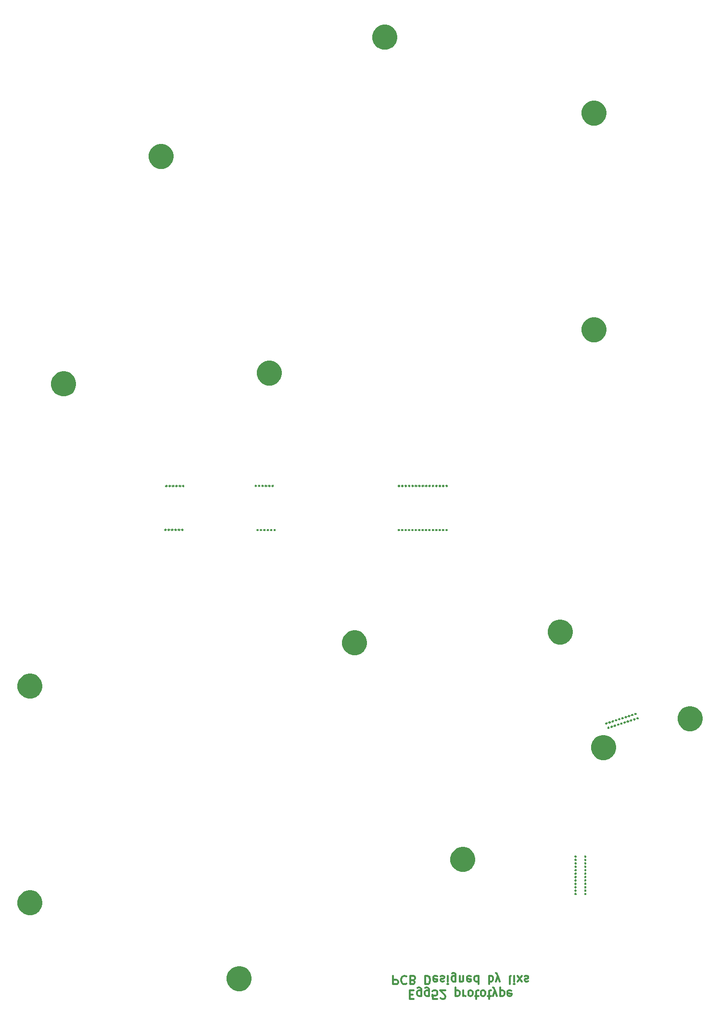
<source format=gbr>
G04 #@! TF.GenerationSoftware,KiCad,Pcbnew,(5.0.2)-1*
G04 #@! TF.CreationDate,2019-03-26T19:22:40+09:00*
G04 #@! TF.ProjectId,ergo52,6572676f-3532-42e6-9b69-6361645f7063,rev?*
G04 #@! TF.SameCoordinates,Original*
G04 #@! TF.FileFunction,Soldermask,Bot*
G04 #@! TF.FilePolarity,Negative*
%FSLAX46Y46*%
G04 Gerber Fmt 4.6, Leading zero omitted, Abs format (unit mm)*
G04 Created by KiCad (PCBNEW (5.0.2)-1) date 2019/03/26 19:22:40*
%MOMM*%
%LPD*%
G01*
G04 APERTURE LIST*
%ADD10C,0.300000*%
%ADD11C,0.100000*%
G04 APERTURE END LIST*
D10*
X114261428Y-182992142D02*
X114761428Y-182992142D01*
X114975714Y-182206428D02*
X114261428Y-182206428D01*
X114261428Y-183706428D01*
X114975714Y-183706428D01*
X116261428Y-183206428D02*
X116261428Y-181992142D01*
X116190000Y-181849285D01*
X116118571Y-181777857D01*
X115975714Y-181706428D01*
X115761428Y-181706428D01*
X115618571Y-181777857D01*
X116261428Y-182277857D02*
X116118571Y-182206428D01*
X115832857Y-182206428D01*
X115690000Y-182277857D01*
X115618571Y-182349285D01*
X115547142Y-182492142D01*
X115547142Y-182920714D01*
X115618571Y-183063571D01*
X115690000Y-183135000D01*
X115832857Y-183206428D01*
X116118571Y-183206428D01*
X116261428Y-183135000D01*
X117618571Y-183206428D02*
X117618571Y-181992142D01*
X117547142Y-181849285D01*
X117475714Y-181777857D01*
X117332857Y-181706428D01*
X117118571Y-181706428D01*
X116975714Y-181777857D01*
X117618571Y-182277857D02*
X117475714Y-182206428D01*
X117190000Y-182206428D01*
X117047142Y-182277857D01*
X116975714Y-182349285D01*
X116904285Y-182492142D01*
X116904285Y-182920714D01*
X116975714Y-183063571D01*
X117047142Y-183135000D01*
X117190000Y-183206428D01*
X117475714Y-183206428D01*
X117618571Y-183135000D01*
X119047142Y-183706428D02*
X118332857Y-183706428D01*
X118261428Y-182992142D01*
X118332857Y-183063571D01*
X118475714Y-183135000D01*
X118832857Y-183135000D01*
X118975714Y-183063571D01*
X119047142Y-182992142D01*
X119118571Y-182849285D01*
X119118571Y-182492142D01*
X119047142Y-182349285D01*
X118975714Y-182277857D01*
X118832857Y-182206428D01*
X118475714Y-182206428D01*
X118332857Y-182277857D01*
X118261428Y-182349285D01*
X119690000Y-183563571D02*
X119761428Y-183635000D01*
X119904285Y-183706428D01*
X120261428Y-183706428D01*
X120404285Y-183635000D01*
X120475714Y-183563571D01*
X120547142Y-183420714D01*
X120547142Y-183277857D01*
X120475714Y-183063571D01*
X119618571Y-182206428D01*
X120547142Y-182206428D01*
X122332857Y-183206428D02*
X122332857Y-181706428D01*
X122332857Y-183135000D02*
X122475714Y-183206428D01*
X122761428Y-183206428D01*
X122904285Y-183135000D01*
X122975714Y-183063571D01*
X123047142Y-182920714D01*
X123047142Y-182492142D01*
X122975714Y-182349285D01*
X122904285Y-182277857D01*
X122761428Y-182206428D01*
X122475714Y-182206428D01*
X122332857Y-182277857D01*
X123690000Y-182206428D02*
X123690000Y-183206428D01*
X123690000Y-182920714D02*
X123761428Y-183063571D01*
X123832857Y-183135000D01*
X123975714Y-183206428D01*
X124118571Y-183206428D01*
X124832857Y-182206428D02*
X124690000Y-182277857D01*
X124618571Y-182349285D01*
X124547142Y-182492142D01*
X124547142Y-182920714D01*
X124618571Y-183063571D01*
X124690000Y-183135000D01*
X124832857Y-183206428D01*
X125047142Y-183206428D01*
X125190000Y-183135000D01*
X125261428Y-183063571D01*
X125332857Y-182920714D01*
X125332857Y-182492142D01*
X125261428Y-182349285D01*
X125190000Y-182277857D01*
X125047142Y-182206428D01*
X124832857Y-182206428D01*
X125761428Y-183206428D02*
X126332857Y-183206428D01*
X125975714Y-183706428D02*
X125975714Y-182420714D01*
X126047142Y-182277857D01*
X126190000Y-182206428D01*
X126332857Y-182206428D01*
X127047142Y-182206428D02*
X126904285Y-182277857D01*
X126832857Y-182349285D01*
X126761428Y-182492142D01*
X126761428Y-182920714D01*
X126832857Y-183063571D01*
X126904285Y-183135000D01*
X127047142Y-183206428D01*
X127261428Y-183206428D01*
X127404285Y-183135000D01*
X127475714Y-183063571D01*
X127547142Y-182920714D01*
X127547142Y-182492142D01*
X127475714Y-182349285D01*
X127404285Y-182277857D01*
X127261428Y-182206428D01*
X127047142Y-182206428D01*
X127975714Y-183206428D02*
X128547142Y-183206428D01*
X128190000Y-183706428D02*
X128190000Y-182420714D01*
X128261428Y-182277857D01*
X128404285Y-182206428D01*
X128547142Y-182206428D01*
X128904285Y-183206428D02*
X129261428Y-182206428D01*
X129618571Y-183206428D02*
X129261428Y-182206428D01*
X129118571Y-181849285D01*
X129047142Y-181777857D01*
X128904285Y-181706428D01*
X130190000Y-183206428D02*
X130190000Y-181706428D01*
X130190000Y-183135000D02*
X130332857Y-183206428D01*
X130618571Y-183206428D01*
X130761428Y-183135000D01*
X130832857Y-183063571D01*
X130904285Y-182920714D01*
X130904285Y-182492142D01*
X130832857Y-182349285D01*
X130761428Y-182277857D01*
X130618571Y-182206428D01*
X130332857Y-182206428D01*
X130190000Y-182277857D01*
X132118571Y-182277857D02*
X131975714Y-182206428D01*
X131690000Y-182206428D01*
X131547142Y-182277857D01*
X131475714Y-182420714D01*
X131475714Y-182992142D01*
X131547142Y-183135000D01*
X131690000Y-183206428D01*
X131975714Y-183206428D01*
X132118571Y-183135000D01*
X132190000Y-182992142D01*
X132190000Y-182849285D01*
X131475714Y-182706428D01*
X111332857Y-179656428D02*
X111332857Y-181156428D01*
X111904285Y-181156428D01*
X112047142Y-181085000D01*
X112118571Y-181013571D01*
X112190000Y-180870714D01*
X112190000Y-180656428D01*
X112118571Y-180513571D01*
X112047142Y-180442142D01*
X111904285Y-180370714D01*
X111332857Y-180370714D01*
X113690000Y-179799285D02*
X113618571Y-179727857D01*
X113404285Y-179656428D01*
X113261428Y-179656428D01*
X113047142Y-179727857D01*
X112904285Y-179870714D01*
X112832857Y-180013571D01*
X112761428Y-180299285D01*
X112761428Y-180513571D01*
X112832857Y-180799285D01*
X112904285Y-180942142D01*
X113047142Y-181085000D01*
X113261428Y-181156428D01*
X113404285Y-181156428D01*
X113618571Y-181085000D01*
X113690000Y-181013571D01*
X114832857Y-180442142D02*
X115047142Y-180370714D01*
X115118571Y-180299285D01*
X115190000Y-180156428D01*
X115190000Y-179942142D01*
X115118571Y-179799285D01*
X115047142Y-179727857D01*
X114904285Y-179656428D01*
X114332857Y-179656428D01*
X114332857Y-181156428D01*
X114832857Y-181156428D01*
X114975714Y-181085000D01*
X115047142Y-181013571D01*
X115118571Y-180870714D01*
X115118571Y-180727857D01*
X115047142Y-180585000D01*
X114975714Y-180513571D01*
X114832857Y-180442142D01*
X114332857Y-180442142D01*
X116975714Y-179656428D02*
X116975714Y-181156428D01*
X117332857Y-181156428D01*
X117547142Y-181085000D01*
X117690000Y-180942142D01*
X117761428Y-180799285D01*
X117832857Y-180513571D01*
X117832857Y-180299285D01*
X117761428Y-180013571D01*
X117690000Y-179870714D01*
X117547142Y-179727857D01*
X117332857Y-179656428D01*
X116975714Y-179656428D01*
X119047142Y-179727857D02*
X118904285Y-179656428D01*
X118618571Y-179656428D01*
X118475714Y-179727857D01*
X118404285Y-179870714D01*
X118404285Y-180442142D01*
X118475714Y-180585000D01*
X118618571Y-180656428D01*
X118904285Y-180656428D01*
X119047142Y-180585000D01*
X119118571Y-180442142D01*
X119118571Y-180299285D01*
X118404285Y-180156428D01*
X119690000Y-179727857D02*
X119832857Y-179656428D01*
X120118571Y-179656428D01*
X120261428Y-179727857D01*
X120332857Y-179870714D01*
X120332857Y-179942142D01*
X120261428Y-180085000D01*
X120118571Y-180156428D01*
X119904285Y-180156428D01*
X119761428Y-180227857D01*
X119690000Y-180370714D01*
X119690000Y-180442142D01*
X119761428Y-180585000D01*
X119904285Y-180656428D01*
X120118571Y-180656428D01*
X120261428Y-180585000D01*
X120975714Y-179656428D02*
X120975714Y-180656428D01*
X120975714Y-181156428D02*
X120904285Y-181085000D01*
X120975714Y-181013571D01*
X121047142Y-181085000D01*
X120975714Y-181156428D01*
X120975714Y-181013571D01*
X122332857Y-180656428D02*
X122332857Y-179442142D01*
X122261428Y-179299285D01*
X122190000Y-179227857D01*
X122047142Y-179156428D01*
X121832857Y-179156428D01*
X121690000Y-179227857D01*
X122332857Y-179727857D02*
X122190000Y-179656428D01*
X121904285Y-179656428D01*
X121761428Y-179727857D01*
X121690000Y-179799285D01*
X121618571Y-179942142D01*
X121618571Y-180370714D01*
X121690000Y-180513571D01*
X121761428Y-180585000D01*
X121904285Y-180656428D01*
X122190000Y-180656428D01*
X122332857Y-180585000D01*
X123047142Y-180656428D02*
X123047142Y-179656428D01*
X123047142Y-180513571D02*
X123118571Y-180585000D01*
X123261428Y-180656428D01*
X123475714Y-180656428D01*
X123618571Y-180585000D01*
X123690000Y-180442142D01*
X123690000Y-179656428D01*
X124975714Y-179727857D02*
X124832857Y-179656428D01*
X124547142Y-179656428D01*
X124404285Y-179727857D01*
X124332857Y-179870714D01*
X124332857Y-180442142D01*
X124404285Y-180585000D01*
X124547142Y-180656428D01*
X124832857Y-180656428D01*
X124975714Y-180585000D01*
X125047142Y-180442142D01*
X125047142Y-180299285D01*
X124332857Y-180156428D01*
X126332857Y-179656428D02*
X126332857Y-181156428D01*
X126332857Y-179727857D02*
X126190000Y-179656428D01*
X125904285Y-179656428D01*
X125761428Y-179727857D01*
X125690000Y-179799285D01*
X125618571Y-179942142D01*
X125618571Y-180370714D01*
X125690000Y-180513571D01*
X125761428Y-180585000D01*
X125904285Y-180656428D01*
X126190000Y-180656428D01*
X126332857Y-180585000D01*
X128190000Y-179656428D02*
X128190000Y-181156428D01*
X128190000Y-180585000D02*
X128332857Y-180656428D01*
X128618571Y-180656428D01*
X128761428Y-180585000D01*
X128832857Y-180513571D01*
X128904285Y-180370714D01*
X128904285Y-179942142D01*
X128832857Y-179799285D01*
X128761428Y-179727857D01*
X128618571Y-179656428D01*
X128332857Y-179656428D01*
X128190000Y-179727857D01*
X129404285Y-180656428D02*
X129761428Y-179656428D01*
X130118571Y-180656428D02*
X129761428Y-179656428D01*
X129618571Y-179299285D01*
X129547142Y-179227857D01*
X129404285Y-179156428D01*
X132047142Y-179656428D02*
X131904285Y-179727857D01*
X131832857Y-179870714D01*
X131832857Y-181156428D01*
X132618571Y-179656428D02*
X132618571Y-180656428D01*
X132618571Y-181156428D02*
X132547142Y-181085000D01*
X132618571Y-181013571D01*
X132690000Y-181085000D01*
X132618571Y-181156428D01*
X132618571Y-181013571D01*
X133190000Y-179656428D02*
X133975714Y-180656428D01*
X133190000Y-180656428D02*
X133975714Y-179656428D01*
X134475714Y-179727857D02*
X134618571Y-179656428D01*
X134904285Y-179656428D01*
X135047142Y-179727857D01*
X135118571Y-179870714D01*
X135118571Y-179942142D01*
X135047142Y-180085000D01*
X134904285Y-180156428D01*
X134690000Y-180156428D01*
X134547142Y-180227857D01*
X134475714Y-180370714D01*
X134475714Y-180442142D01*
X134547142Y-180585000D01*
X134690000Y-180656428D01*
X134904285Y-180656428D01*
X135047142Y-180585000D01*
D11*
G36*
X84864094Y-178038383D02*
X85264468Y-178204223D01*
X85624799Y-178444989D01*
X85931228Y-178751418D01*
X86171994Y-179111749D01*
X86337834Y-179512123D01*
X86422378Y-179937156D01*
X86422378Y-180370522D01*
X86337834Y-180795555D01*
X86171994Y-181195929D01*
X85931228Y-181556260D01*
X85624799Y-181862689D01*
X85264468Y-182103455D01*
X84864094Y-182269295D01*
X84439061Y-182353839D01*
X84005695Y-182353839D01*
X83580662Y-182269295D01*
X83180288Y-182103455D01*
X82819957Y-181862689D01*
X82513528Y-181556260D01*
X82272762Y-181195929D01*
X82106922Y-180795555D01*
X82022378Y-180370522D01*
X82022378Y-179937156D01*
X82106922Y-179512123D01*
X82272762Y-179111749D01*
X82513528Y-178751418D01*
X82819957Y-178444989D01*
X83180288Y-178204223D01*
X83580662Y-178038383D01*
X84005695Y-177953839D01*
X84439061Y-177953839D01*
X84864094Y-178038383D01*
X84864094Y-178038383D01*
G37*
G36*
X48034094Y-164703383D02*
X48434468Y-164869223D01*
X48794799Y-165109989D01*
X49101228Y-165416418D01*
X49341994Y-165776749D01*
X49507834Y-166177123D01*
X49592378Y-166602156D01*
X49592378Y-167035522D01*
X49507834Y-167460555D01*
X49341994Y-167860929D01*
X49101228Y-168221260D01*
X48794799Y-168527689D01*
X48434468Y-168768455D01*
X48034094Y-168934295D01*
X47609061Y-169018839D01*
X47175695Y-169018839D01*
X46750662Y-168934295D01*
X46350288Y-168768455D01*
X45989957Y-168527689D01*
X45683528Y-168221260D01*
X45442762Y-167860929D01*
X45276922Y-167460555D01*
X45192378Y-167035522D01*
X45192378Y-166602156D01*
X45276922Y-166177123D01*
X45442762Y-165776749D01*
X45683528Y-165416418D01*
X45989957Y-165109989D01*
X46350288Y-164869223D01*
X46750662Y-164703383D01*
X47175695Y-164618839D01*
X47609061Y-164618839D01*
X48034094Y-164703383D01*
X48034094Y-164703383D01*
G37*
G36*
X145211717Y-158492545D02*
X145248112Y-158507620D01*
X145248113Y-158507621D01*
X145248116Y-158507622D01*
X145280873Y-158529510D01*
X145280877Y-158529513D01*
X145308727Y-158557363D01*
X145308729Y-158557366D01*
X145308730Y-158557367D01*
X145330618Y-158590124D01*
X145330619Y-158590127D01*
X145330620Y-158590128D01*
X145345695Y-158626523D01*
X145353380Y-158665159D01*
X145353380Y-158704561D01*
X145345695Y-158743197D01*
X145330620Y-158779592D01*
X145330618Y-158779596D01*
X145308730Y-158812353D01*
X145308727Y-158812357D01*
X145280877Y-158840207D01*
X145280874Y-158840209D01*
X145280873Y-158840210D01*
X145248116Y-158862098D01*
X145248113Y-158862099D01*
X145248112Y-158862100D01*
X145230548Y-158869375D01*
X145208937Y-158880926D01*
X145189995Y-158896471D01*
X145174450Y-158915413D01*
X145162898Y-158937024D01*
X145155785Y-158960473D01*
X145153383Y-158984859D01*
X145155785Y-159009246D01*
X145162898Y-159032695D01*
X145174449Y-159054306D01*
X145189994Y-159073248D01*
X145208936Y-159088793D01*
X145230548Y-159100345D01*
X145248112Y-159107620D01*
X145248113Y-159107621D01*
X145248116Y-159107622D01*
X145280873Y-159129510D01*
X145280877Y-159129513D01*
X145308727Y-159157363D01*
X145308729Y-159157366D01*
X145308730Y-159157367D01*
X145330618Y-159190124D01*
X145330619Y-159190127D01*
X145330620Y-159190128D01*
X145345695Y-159226523D01*
X145353380Y-159265159D01*
X145353380Y-159304561D01*
X145345695Y-159343197D01*
X145330620Y-159379592D01*
X145330618Y-159379596D01*
X145308730Y-159412353D01*
X145308727Y-159412357D01*
X145280877Y-159440207D01*
X145280874Y-159440209D01*
X145280873Y-159440210D01*
X145248116Y-159462098D01*
X145248113Y-159462099D01*
X145248112Y-159462100D01*
X145230548Y-159469375D01*
X145208937Y-159480926D01*
X145189995Y-159496471D01*
X145174450Y-159515413D01*
X145162898Y-159537024D01*
X145155785Y-159560473D01*
X145153383Y-159584859D01*
X145155785Y-159609246D01*
X145162898Y-159632695D01*
X145174449Y-159654306D01*
X145189994Y-159673248D01*
X145208936Y-159688793D01*
X145230548Y-159700345D01*
X145248112Y-159707620D01*
X145248113Y-159707621D01*
X145248116Y-159707622D01*
X145280873Y-159729510D01*
X145280877Y-159729513D01*
X145308727Y-159757363D01*
X145308729Y-159757366D01*
X145308730Y-159757367D01*
X145330618Y-159790124D01*
X145330619Y-159790127D01*
X145330620Y-159790128D01*
X145345695Y-159826523D01*
X145353380Y-159865159D01*
X145353380Y-159904561D01*
X145345695Y-159943197D01*
X145330620Y-159979592D01*
X145330618Y-159979596D01*
X145308730Y-160012353D01*
X145308727Y-160012357D01*
X145280877Y-160040207D01*
X145280874Y-160040209D01*
X145280873Y-160040210D01*
X145248116Y-160062098D01*
X145248113Y-160062099D01*
X145248112Y-160062100D01*
X145230548Y-160069375D01*
X145208937Y-160080926D01*
X145189995Y-160096471D01*
X145174450Y-160115413D01*
X145162898Y-160137024D01*
X145155785Y-160160473D01*
X145153383Y-160184859D01*
X145155785Y-160209246D01*
X145162898Y-160232695D01*
X145174449Y-160254306D01*
X145189994Y-160273248D01*
X145208936Y-160288793D01*
X145230548Y-160300345D01*
X145248112Y-160307620D01*
X145248113Y-160307621D01*
X145248116Y-160307622D01*
X145280873Y-160329510D01*
X145280877Y-160329513D01*
X145308727Y-160357363D01*
X145308729Y-160357366D01*
X145308730Y-160357367D01*
X145330618Y-160390124D01*
X145330619Y-160390127D01*
X145330620Y-160390128D01*
X145345695Y-160426523D01*
X145353380Y-160465159D01*
X145353380Y-160504561D01*
X145345695Y-160543197D01*
X145330620Y-160579592D01*
X145330618Y-160579596D01*
X145316144Y-160601257D01*
X145308727Y-160612357D01*
X145280877Y-160640207D01*
X145280874Y-160640209D01*
X145280873Y-160640210D01*
X145248116Y-160662098D01*
X145248113Y-160662099D01*
X145248112Y-160662100D01*
X145230548Y-160669375D01*
X145208937Y-160680926D01*
X145189995Y-160696471D01*
X145174450Y-160715413D01*
X145162898Y-160737024D01*
X145155785Y-160760473D01*
X145153383Y-160784859D01*
X145155785Y-160809246D01*
X145162898Y-160832695D01*
X145174449Y-160854306D01*
X145189994Y-160873248D01*
X145208936Y-160888793D01*
X145230548Y-160900345D01*
X145248112Y-160907620D01*
X145248113Y-160907621D01*
X145248116Y-160907622D01*
X145280873Y-160929510D01*
X145280877Y-160929513D01*
X145308727Y-160957363D01*
X145308729Y-160957366D01*
X145308730Y-160957367D01*
X145330618Y-160990124D01*
X145330619Y-160990127D01*
X145330620Y-160990128D01*
X145345695Y-161026523D01*
X145353380Y-161065159D01*
X145353380Y-161104561D01*
X145345695Y-161143197D01*
X145343517Y-161148455D01*
X145330618Y-161179596D01*
X145308730Y-161212353D01*
X145308727Y-161212357D01*
X145280877Y-161240207D01*
X145280874Y-161240209D01*
X145280873Y-161240210D01*
X145248116Y-161262098D01*
X145248113Y-161262099D01*
X145248112Y-161262100D01*
X145230548Y-161269375D01*
X145208937Y-161280926D01*
X145189995Y-161296471D01*
X145174450Y-161315413D01*
X145162898Y-161337024D01*
X145155785Y-161360473D01*
X145153383Y-161384859D01*
X145155785Y-161409246D01*
X145162898Y-161432695D01*
X145174449Y-161454306D01*
X145189994Y-161473248D01*
X145208936Y-161488793D01*
X145230548Y-161500345D01*
X145248112Y-161507620D01*
X145248113Y-161507621D01*
X145248116Y-161507622D01*
X145280873Y-161529510D01*
X145280877Y-161529513D01*
X145308727Y-161557363D01*
X145308729Y-161557366D01*
X145308730Y-161557367D01*
X145330618Y-161590124D01*
X145330619Y-161590127D01*
X145330620Y-161590128D01*
X145345695Y-161626523D01*
X145353380Y-161665159D01*
X145353380Y-161704561D01*
X145345695Y-161743197D01*
X145330620Y-161779592D01*
X145330618Y-161779596D01*
X145308730Y-161812353D01*
X145308727Y-161812357D01*
X145280877Y-161840207D01*
X145280874Y-161840209D01*
X145280873Y-161840210D01*
X145248116Y-161862098D01*
X145248113Y-161862099D01*
X145248112Y-161862100D01*
X145230548Y-161869375D01*
X145208937Y-161880926D01*
X145189995Y-161896471D01*
X145174450Y-161915413D01*
X145162898Y-161937024D01*
X145155785Y-161960473D01*
X145153383Y-161984859D01*
X145155785Y-162009246D01*
X145162898Y-162032695D01*
X145174449Y-162054306D01*
X145189994Y-162073248D01*
X145208936Y-162088793D01*
X145230548Y-162100345D01*
X145248112Y-162107620D01*
X145248113Y-162107621D01*
X145248116Y-162107622D01*
X145280873Y-162129510D01*
X145280877Y-162129513D01*
X145308727Y-162157363D01*
X145308729Y-162157366D01*
X145308730Y-162157367D01*
X145330618Y-162190124D01*
X145330619Y-162190127D01*
X145330620Y-162190128D01*
X145345695Y-162226523D01*
X145353380Y-162265159D01*
X145353380Y-162304561D01*
X145345695Y-162343197D01*
X145330620Y-162379592D01*
X145330618Y-162379596D01*
X145308730Y-162412353D01*
X145308727Y-162412357D01*
X145280877Y-162440207D01*
X145280874Y-162440209D01*
X145280873Y-162440210D01*
X145248116Y-162462098D01*
X145248113Y-162462099D01*
X145248112Y-162462100D01*
X145230548Y-162469375D01*
X145208937Y-162480926D01*
X145189995Y-162496471D01*
X145174450Y-162515413D01*
X145162898Y-162537024D01*
X145155785Y-162560473D01*
X145153383Y-162584859D01*
X145155785Y-162609246D01*
X145162898Y-162632695D01*
X145174449Y-162654306D01*
X145189994Y-162673248D01*
X145208936Y-162688793D01*
X145230548Y-162700345D01*
X145248112Y-162707620D01*
X145248113Y-162707621D01*
X145248116Y-162707622D01*
X145280873Y-162729510D01*
X145280877Y-162729513D01*
X145308727Y-162757363D01*
X145308729Y-162757366D01*
X145308730Y-162757367D01*
X145330618Y-162790124D01*
X145330619Y-162790127D01*
X145330620Y-162790128D01*
X145345695Y-162826523D01*
X145353380Y-162865159D01*
X145353380Y-162904561D01*
X145345695Y-162943197D01*
X145330620Y-162979592D01*
X145330618Y-162979596D01*
X145308730Y-163012353D01*
X145308727Y-163012357D01*
X145280877Y-163040207D01*
X145280874Y-163040209D01*
X145280873Y-163040210D01*
X145248116Y-163062098D01*
X145248113Y-163062099D01*
X145248112Y-163062100D01*
X145230548Y-163069375D01*
X145208937Y-163080926D01*
X145189995Y-163096471D01*
X145174450Y-163115413D01*
X145162898Y-163137024D01*
X145155785Y-163160473D01*
X145153383Y-163184859D01*
X145155785Y-163209246D01*
X145162898Y-163232695D01*
X145174449Y-163254306D01*
X145189994Y-163273248D01*
X145208936Y-163288793D01*
X145230548Y-163300345D01*
X145248112Y-163307620D01*
X145248113Y-163307621D01*
X145248116Y-163307622D01*
X145280873Y-163329510D01*
X145280877Y-163329513D01*
X145308727Y-163357363D01*
X145308729Y-163357366D01*
X145308730Y-163357367D01*
X145330618Y-163390124D01*
X145330619Y-163390127D01*
X145330620Y-163390128D01*
X145345695Y-163426523D01*
X145353380Y-163465159D01*
X145353380Y-163504561D01*
X145345695Y-163543197D01*
X145330620Y-163579592D01*
X145330618Y-163579596D01*
X145308730Y-163612353D01*
X145308727Y-163612357D01*
X145280877Y-163640207D01*
X145280874Y-163640209D01*
X145280873Y-163640210D01*
X145248116Y-163662098D01*
X145248113Y-163662099D01*
X145248112Y-163662100D01*
X145230548Y-163669375D01*
X145208937Y-163680926D01*
X145189995Y-163696471D01*
X145174450Y-163715413D01*
X145162898Y-163737024D01*
X145155785Y-163760473D01*
X145153383Y-163784859D01*
X145155785Y-163809246D01*
X145162898Y-163832695D01*
X145174449Y-163854306D01*
X145189994Y-163873248D01*
X145208936Y-163888793D01*
X145230548Y-163900345D01*
X145248112Y-163907620D01*
X145248113Y-163907621D01*
X145248116Y-163907622D01*
X145280873Y-163929510D01*
X145280877Y-163929513D01*
X145308727Y-163957363D01*
X145308729Y-163957366D01*
X145308730Y-163957367D01*
X145330618Y-163990124D01*
X145330619Y-163990127D01*
X145330620Y-163990128D01*
X145345695Y-164026523D01*
X145353380Y-164065159D01*
X145353380Y-164104561D01*
X145345695Y-164143197D01*
X145330620Y-164179592D01*
X145330618Y-164179596D01*
X145308730Y-164212353D01*
X145308727Y-164212357D01*
X145280877Y-164240207D01*
X145280874Y-164240209D01*
X145280873Y-164240210D01*
X145248116Y-164262098D01*
X145248113Y-164262099D01*
X145248112Y-164262100D01*
X145230548Y-164269375D01*
X145208937Y-164280926D01*
X145189995Y-164296471D01*
X145174450Y-164315413D01*
X145162898Y-164337024D01*
X145155785Y-164360473D01*
X145153383Y-164384859D01*
X145155785Y-164409246D01*
X145162898Y-164432695D01*
X145174449Y-164454306D01*
X145189994Y-164473248D01*
X145208936Y-164488793D01*
X145230548Y-164500345D01*
X145248112Y-164507620D01*
X145248113Y-164507621D01*
X145248116Y-164507622D01*
X145280873Y-164529510D01*
X145280877Y-164529513D01*
X145308727Y-164557363D01*
X145308729Y-164557366D01*
X145308730Y-164557367D01*
X145330618Y-164590124D01*
X145330619Y-164590127D01*
X145330620Y-164590128D01*
X145345695Y-164626523D01*
X145353380Y-164665159D01*
X145353380Y-164704561D01*
X145345695Y-164743197D01*
X145330620Y-164779592D01*
X145330618Y-164779596D01*
X145308730Y-164812353D01*
X145308727Y-164812357D01*
X145280877Y-164840207D01*
X145280874Y-164840209D01*
X145280873Y-164840210D01*
X145248116Y-164862098D01*
X145248113Y-164862099D01*
X145248112Y-164862100D01*
X145230548Y-164869375D01*
X145208937Y-164880926D01*
X145189995Y-164896471D01*
X145174450Y-164915413D01*
X145162898Y-164937024D01*
X145155785Y-164960473D01*
X145153383Y-164984859D01*
X145155785Y-165009246D01*
X145162898Y-165032695D01*
X145174449Y-165054306D01*
X145189994Y-165073248D01*
X145208936Y-165088793D01*
X145230548Y-165100345D01*
X145248112Y-165107620D01*
X145248113Y-165107621D01*
X145248116Y-165107622D01*
X145280873Y-165129510D01*
X145280877Y-165129513D01*
X145308727Y-165157363D01*
X145308729Y-165157366D01*
X145308730Y-165157367D01*
X145330618Y-165190124D01*
X145330619Y-165190127D01*
X145330620Y-165190128D01*
X145345695Y-165226523D01*
X145353380Y-165265159D01*
X145353380Y-165304561D01*
X145345695Y-165343197D01*
X145330620Y-165379592D01*
X145330618Y-165379596D01*
X145308730Y-165412353D01*
X145308727Y-165412357D01*
X145280877Y-165440207D01*
X145280874Y-165440209D01*
X145280873Y-165440210D01*
X145248116Y-165462098D01*
X145248113Y-165462099D01*
X145248112Y-165462100D01*
X145211717Y-165477175D01*
X145173081Y-165484860D01*
X145133679Y-165484860D01*
X145095043Y-165477175D01*
X145058648Y-165462100D01*
X145058647Y-165462099D01*
X145058644Y-165462098D01*
X145025887Y-165440210D01*
X145025886Y-165440209D01*
X145025883Y-165440207D01*
X144998033Y-165412357D01*
X144998030Y-165412353D01*
X144976142Y-165379596D01*
X144976140Y-165379592D01*
X144961065Y-165343197D01*
X144953380Y-165304561D01*
X144953380Y-165265159D01*
X144961065Y-165226523D01*
X144976140Y-165190128D01*
X144976141Y-165190127D01*
X144976142Y-165190124D01*
X144998030Y-165157367D01*
X144998031Y-165157366D01*
X144998033Y-165157363D01*
X145025883Y-165129513D01*
X145025887Y-165129510D01*
X145058644Y-165107622D01*
X145058647Y-165107621D01*
X145058648Y-165107620D01*
X145076212Y-165100345D01*
X145097823Y-165088794D01*
X145116765Y-165073249D01*
X145132310Y-165054307D01*
X145143862Y-165032696D01*
X145150975Y-165009247D01*
X145153377Y-164984861D01*
X145150975Y-164960474D01*
X145143862Y-164937025D01*
X145132311Y-164915414D01*
X145116766Y-164896472D01*
X145097824Y-164880927D01*
X145076212Y-164869375D01*
X145058648Y-164862100D01*
X145058647Y-164862099D01*
X145058644Y-164862098D01*
X145025887Y-164840210D01*
X145025886Y-164840209D01*
X145025883Y-164840207D01*
X144998033Y-164812357D01*
X144998030Y-164812353D01*
X144976142Y-164779596D01*
X144976140Y-164779592D01*
X144961065Y-164743197D01*
X144953380Y-164704561D01*
X144953380Y-164665159D01*
X144961065Y-164626523D01*
X144976140Y-164590128D01*
X144976141Y-164590127D01*
X144976142Y-164590124D01*
X144998030Y-164557367D01*
X144998031Y-164557366D01*
X144998033Y-164557363D01*
X145025883Y-164529513D01*
X145025887Y-164529510D01*
X145058644Y-164507622D01*
X145058647Y-164507621D01*
X145058648Y-164507620D01*
X145076212Y-164500345D01*
X145097823Y-164488794D01*
X145116765Y-164473249D01*
X145132310Y-164454307D01*
X145143862Y-164432696D01*
X145150975Y-164409247D01*
X145153377Y-164384861D01*
X145150975Y-164360474D01*
X145143862Y-164337025D01*
X145132311Y-164315414D01*
X145116766Y-164296472D01*
X145097824Y-164280927D01*
X145076212Y-164269375D01*
X145058648Y-164262100D01*
X145058647Y-164262099D01*
X145058644Y-164262098D01*
X145025887Y-164240210D01*
X145025886Y-164240209D01*
X145025883Y-164240207D01*
X144998033Y-164212357D01*
X144998030Y-164212353D01*
X144976142Y-164179596D01*
X144976140Y-164179592D01*
X144961065Y-164143197D01*
X144953380Y-164104561D01*
X144953380Y-164065159D01*
X144961065Y-164026523D01*
X144976140Y-163990128D01*
X144976141Y-163990127D01*
X144976142Y-163990124D01*
X144998030Y-163957367D01*
X144998031Y-163957366D01*
X144998033Y-163957363D01*
X145025883Y-163929513D01*
X145025887Y-163929510D01*
X145058644Y-163907622D01*
X145058647Y-163907621D01*
X145058648Y-163907620D01*
X145076212Y-163900345D01*
X145097823Y-163888794D01*
X145116765Y-163873249D01*
X145132310Y-163854307D01*
X145143862Y-163832696D01*
X145150975Y-163809247D01*
X145153377Y-163784861D01*
X145150975Y-163760474D01*
X145143862Y-163737025D01*
X145132311Y-163715414D01*
X145116766Y-163696472D01*
X145097824Y-163680927D01*
X145076212Y-163669375D01*
X145058648Y-163662100D01*
X145058647Y-163662099D01*
X145058644Y-163662098D01*
X145025887Y-163640210D01*
X145025886Y-163640209D01*
X145025883Y-163640207D01*
X144998033Y-163612357D01*
X144998030Y-163612353D01*
X144976142Y-163579596D01*
X144976140Y-163579592D01*
X144961065Y-163543197D01*
X144953380Y-163504561D01*
X144953380Y-163465159D01*
X144961065Y-163426523D01*
X144976140Y-163390128D01*
X144976141Y-163390127D01*
X144976142Y-163390124D01*
X144998030Y-163357367D01*
X144998031Y-163357366D01*
X144998033Y-163357363D01*
X145025883Y-163329513D01*
X145025887Y-163329510D01*
X145058644Y-163307622D01*
X145058647Y-163307621D01*
X145058648Y-163307620D01*
X145076212Y-163300345D01*
X145097823Y-163288794D01*
X145116765Y-163273249D01*
X145132310Y-163254307D01*
X145143862Y-163232696D01*
X145150975Y-163209247D01*
X145153377Y-163184861D01*
X145150975Y-163160474D01*
X145143862Y-163137025D01*
X145132311Y-163115414D01*
X145116766Y-163096472D01*
X145097824Y-163080927D01*
X145076212Y-163069375D01*
X145058648Y-163062100D01*
X145058647Y-163062099D01*
X145058644Y-163062098D01*
X145025887Y-163040210D01*
X145025886Y-163040209D01*
X145025883Y-163040207D01*
X144998033Y-163012357D01*
X144998030Y-163012353D01*
X144976142Y-162979596D01*
X144976140Y-162979592D01*
X144961065Y-162943197D01*
X144953380Y-162904561D01*
X144953380Y-162865159D01*
X144961065Y-162826523D01*
X144976140Y-162790128D01*
X144976141Y-162790127D01*
X144976142Y-162790124D01*
X144998030Y-162757367D01*
X144998031Y-162757366D01*
X144998033Y-162757363D01*
X145025883Y-162729513D01*
X145025887Y-162729510D01*
X145058644Y-162707622D01*
X145058647Y-162707621D01*
X145058648Y-162707620D01*
X145076212Y-162700345D01*
X145097823Y-162688794D01*
X145116765Y-162673249D01*
X145132310Y-162654307D01*
X145143862Y-162632696D01*
X145150975Y-162609247D01*
X145153377Y-162584861D01*
X145150975Y-162560474D01*
X145143862Y-162537025D01*
X145132311Y-162515414D01*
X145116766Y-162496472D01*
X145097824Y-162480927D01*
X145076212Y-162469375D01*
X145058648Y-162462100D01*
X145058647Y-162462099D01*
X145058644Y-162462098D01*
X145025887Y-162440210D01*
X145025886Y-162440209D01*
X145025883Y-162440207D01*
X144998033Y-162412357D01*
X144998030Y-162412353D01*
X144976142Y-162379596D01*
X144976140Y-162379592D01*
X144961065Y-162343197D01*
X144953380Y-162304561D01*
X144953380Y-162265159D01*
X144961065Y-162226523D01*
X144976140Y-162190128D01*
X144976141Y-162190127D01*
X144976142Y-162190124D01*
X144998030Y-162157367D01*
X144998031Y-162157366D01*
X144998033Y-162157363D01*
X145025883Y-162129513D01*
X145025887Y-162129510D01*
X145058644Y-162107622D01*
X145058647Y-162107621D01*
X145058648Y-162107620D01*
X145076212Y-162100345D01*
X145097823Y-162088794D01*
X145116765Y-162073249D01*
X145132310Y-162054307D01*
X145143862Y-162032696D01*
X145150975Y-162009247D01*
X145153377Y-161984861D01*
X145150975Y-161960474D01*
X145143862Y-161937025D01*
X145132311Y-161915414D01*
X145116766Y-161896472D01*
X145097824Y-161880927D01*
X145076212Y-161869375D01*
X145058648Y-161862100D01*
X145058647Y-161862099D01*
X145058644Y-161862098D01*
X145025887Y-161840210D01*
X145025886Y-161840209D01*
X145025883Y-161840207D01*
X144998033Y-161812357D01*
X144998030Y-161812353D01*
X144976142Y-161779596D01*
X144976140Y-161779592D01*
X144961065Y-161743197D01*
X144953380Y-161704561D01*
X144953380Y-161665159D01*
X144961065Y-161626523D01*
X144976140Y-161590128D01*
X144976141Y-161590127D01*
X144976142Y-161590124D01*
X144998030Y-161557367D01*
X144998031Y-161557366D01*
X144998033Y-161557363D01*
X145025883Y-161529513D01*
X145025887Y-161529510D01*
X145058644Y-161507622D01*
X145058647Y-161507621D01*
X145058648Y-161507620D01*
X145076212Y-161500345D01*
X145097823Y-161488794D01*
X145116765Y-161473249D01*
X145132310Y-161454307D01*
X145143862Y-161432696D01*
X145150975Y-161409247D01*
X145153377Y-161384861D01*
X145150975Y-161360474D01*
X145143862Y-161337025D01*
X145132311Y-161315414D01*
X145116766Y-161296472D01*
X145097824Y-161280927D01*
X145076212Y-161269375D01*
X145058648Y-161262100D01*
X145058647Y-161262099D01*
X145058644Y-161262098D01*
X145025887Y-161240210D01*
X145025886Y-161240209D01*
X145025883Y-161240207D01*
X144998033Y-161212357D01*
X144998030Y-161212353D01*
X144976142Y-161179596D01*
X144963243Y-161148455D01*
X144961065Y-161143197D01*
X144953380Y-161104561D01*
X144953380Y-161065159D01*
X144961065Y-161026523D01*
X144976140Y-160990128D01*
X144976141Y-160990127D01*
X144976142Y-160990124D01*
X144998030Y-160957367D01*
X144998031Y-160957366D01*
X144998033Y-160957363D01*
X145025883Y-160929513D01*
X145025887Y-160929510D01*
X145058644Y-160907622D01*
X145058647Y-160907621D01*
X145058648Y-160907620D01*
X145076212Y-160900345D01*
X145097823Y-160888794D01*
X145116765Y-160873249D01*
X145132310Y-160854307D01*
X145143862Y-160832696D01*
X145150975Y-160809247D01*
X145153377Y-160784861D01*
X145150975Y-160760474D01*
X145143862Y-160737025D01*
X145132311Y-160715414D01*
X145116766Y-160696472D01*
X145097824Y-160680927D01*
X145076212Y-160669375D01*
X145058648Y-160662100D01*
X145058647Y-160662099D01*
X145058644Y-160662098D01*
X145025887Y-160640210D01*
X145025886Y-160640209D01*
X145025883Y-160640207D01*
X144998033Y-160612357D01*
X144990616Y-160601257D01*
X144976142Y-160579596D01*
X144976140Y-160579592D01*
X144961065Y-160543197D01*
X144953380Y-160504561D01*
X144953380Y-160465159D01*
X144961065Y-160426523D01*
X144976140Y-160390128D01*
X144976141Y-160390127D01*
X144976142Y-160390124D01*
X144998030Y-160357367D01*
X144998031Y-160357366D01*
X144998033Y-160357363D01*
X145025883Y-160329513D01*
X145025887Y-160329510D01*
X145058644Y-160307622D01*
X145058647Y-160307621D01*
X145058648Y-160307620D01*
X145076212Y-160300345D01*
X145097823Y-160288794D01*
X145116765Y-160273249D01*
X145132310Y-160254307D01*
X145143862Y-160232696D01*
X145150975Y-160209247D01*
X145153377Y-160184861D01*
X145150975Y-160160474D01*
X145143862Y-160137025D01*
X145132311Y-160115414D01*
X145116766Y-160096472D01*
X145097824Y-160080927D01*
X145076212Y-160069375D01*
X145058648Y-160062100D01*
X145058647Y-160062099D01*
X145058644Y-160062098D01*
X145025887Y-160040210D01*
X145025886Y-160040209D01*
X145025883Y-160040207D01*
X144998033Y-160012357D01*
X144998030Y-160012353D01*
X144976142Y-159979596D01*
X144976140Y-159979592D01*
X144961065Y-159943197D01*
X144953380Y-159904561D01*
X144953380Y-159865159D01*
X144961065Y-159826523D01*
X144976140Y-159790128D01*
X144976141Y-159790127D01*
X144976142Y-159790124D01*
X144998030Y-159757367D01*
X144998031Y-159757366D01*
X144998033Y-159757363D01*
X145025883Y-159729513D01*
X145025887Y-159729510D01*
X145058644Y-159707622D01*
X145058647Y-159707621D01*
X145058648Y-159707620D01*
X145076212Y-159700345D01*
X145097823Y-159688794D01*
X145116765Y-159673249D01*
X145132310Y-159654307D01*
X145143862Y-159632696D01*
X145150975Y-159609247D01*
X145153377Y-159584861D01*
X145150975Y-159560474D01*
X145143862Y-159537025D01*
X145132311Y-159515414D01*
X145116766Y-159496472D01*
X145097824Y-159480927D01*
X145076212Y-159469375D01*
X145058648Y-159462100D01*
X145058647Y-159462099D01*
X145058644Y-159462098D01*
X145025887Y-159440210D01*
X145025886Y-159440209D01*
X145025883Y-159440207D01*
X144998033Y-159412357D01*
X144998030Y-159412353D01*
X144976142Y-159379596D01*
X144976140Y-159379592D01*
X144961065Y-159343197D01*
X144953380Y-159304561D01*
X144953380Y-159265159D01*
X144961065Y-159226523D01*
X144976140Y-159190128D01*
X144976141Y-159190127D01*
X144976142Y-159190124D01*
X144998030Y-159157367D01*
X144998031Y-159157366D01*
X144998033Y-159157363D01*
X145025883Y-159129513D01*
X145025887Y-159129510D01*
X145058644Y-159107622D01*
X145058647Y-159107621D01*
X145058648Y-159107620D01*
X145076212Y-159100345D01*
X145097823Y-159088794D01*
X145116765Y-159073249D01*
X145132310Y-159054307D01*
X145143862Y-159032696D01*
X145150975Y-159009247D01*
X145153377Y-158984861D01*
X145150975Y-158960474D01*
X145143862Y-158937025D01*
X145132311Y-158915414D01*
X145116766Y-158896472D01*
X145097824Y-158880927D01*
X145076212Y-158869375D01*
X145058648Y-158862100D01*
X145058647Y-158862099D01*
X145058644Y-158862098D01*
X145025887Y-158840210D01*
X145025886Y-158840209D01*
X145025883Y-158840207D01*
X144998033Y-158812357D01*
X144998030Y-158812353D01*
X144976142Y-158779596D01*
X144976140Y-158779592D01*
X144961065Y-158743197D01*
X144953380Y-158704561D01*
X144953380Y-158665159D01*
X144961065Y-158626523D01*
X144976140Y-158590128D01*
X144976141Y-158590127D01*
X144976142Y-158590124D01*
X144998030Y-158557367D01*
X144998031Y-158557366D01*
X144998033Y-158557363D01*
X145025883Y-158529513D01*
X145025887Y-158529510D01*
X145058644Y-158507622D01*
X145058647Y-158507621D01*
X145058648Y-158507620D01*
X145095043Y-158492545D01*
X145133679Y-158484860D01*
X145173081Y-158484860D01*
X145211717Y-158492545D01*
X145211717Y-158492545D01*
G37*
G36*
X143499757Y-158492545D02*
X143536152Y-158507620D01*
X143536153Y-158507621D01*
X143536156Y-158507622D01*
X143568913Y-158529510D01*
X143568917Y-158529513D01*
X143596767Y-158557363D01*
X143596769Y-158557366D01*
X143596770Y-158557367D01*
X143618658Y-158590124D01*
X143618659Y-158590127D01*
X143618660Y-158590128D01*
X143633735Y-158626523D01*
X143641420Y-158665159D01*
X143641420Y-158704561D01*
X143633735Y-158743197D01*
X143618660Y-158779592D01*
X143618658Y-158779596D01*
X143596770Y-158812353D01*
X143596767Y-158812357D01*
X143568917Y-158840207D01*
X143568914Y-158840209D01*
X143568913Y-158840210D01*
X143536156Y-158862098D01*
X143536153Y-158862099D01*
X143536152Y-158862100D01*
X143518588Y-158869375D01*
X143496977Y-158880926D01*
X143478035Y-158896471D01*
X143462490Y-158915413D01*
X143450938Y-158937024D01*
X143443825Y-158960473D01*
X143441423Y-158984859D01*
X143443825Y-159009246D01*
X143450938Y-159032695D01*
X143462489Y-159054306D01*
X143478034Y-159073248D01*
X143496976Y-159088793D01*
X143518588Y-159100345D01*
X143536152Y-159107620D01*
X143536153Y-159107621D01*
X143536156Y-159107622D01*
X143568913Y-159129510D01*
X143568917Y-159129513D01*
X143596767Y-159157363D01*
X143596769Y-159157366D01*
X143596770Y-159157367D01*
X143618658Y-159190124D01*
X143618659Y-159190127D01*
X143618660Y-159190128D01*
X143633735Y-159226523D01*
X143641420Y-159265159D01*
X143641420Y-159304561D01*
X143633735Y-159343197D01*
X143618660Y-159379592D01*
X143618658Y-159379596D01*
X143596770Y-159412353D01*
X143596767Y-159412357D01*
X143568917Y-159440207D01*
X143568914Y-159440209D01*
X143568913Y-159440210D01*
X143536156Y-159462098D01*
X143536153Y-159462099D01*
X143536152Y-159462100D01*
X143518588Y-159469375D01*
X143496977Y-159480926D01*
X143478035Y-159496471D01*
X143462490Y-159515413D01*
X143450938Y-159537024D01*
X143443825Y-159560473D01*
X143441423Y-159584859D01*
X143443825Y-159609246D01*
X143450938Y-159632695D01*
X143462489Y-159654306D01*
X143478034Y-159673248D01*
X143496976Y-159688793D01*
X143518588Y-159700345D01*
X143536152Y-159707620D01*
X143536153Y-159707621D01*
X143536156Y-159707622D01*
X143568913Y-159729510D01*
X143568917Y-159729513D01*
X143596767Y-159757363D01*
X143596769Y-159757366D01*
X143596770Y-159757367D01*
X143618658Y-159790124D01*
X143618659Y-159790127D01*
X143618660Y-159790128D01*
X143633735Y-159826523D01*
X143641420Y-159865159D01*
X143641420Y-159904561D01*
X143633735Y-159943197D01*
X143618660Y-159979592D01*
X143618658Y-159979596D01*
X143596770Y-160012353D01*
X143596767Y-160012357D01*
X143568917Y-160040207D01*
X143568914Y-160040209D01*
X143568913Y-160040210D01*
X143536156Y-160062098D01*
X143536153Y-160062099D01*
X143536152Y-160062100D01*
X143518588Y-160069375D01*
X143496977Y-160080926D01*
X143478035Y-160096471D01*
X143462490Y-160115413D01*
X143450938Y-160137024D01*
X143443825Y-160160473D01*
X143441423Y-160184859D01*
X143443825Y-160209246D01*
X143450938Y-160232695D01*
X143462489Y-160254306D01*
X143478034Y-160273248D01*
X143496976Y-160288793D01*
X143518588Y-160300345D01*
X143536152Y-160307620D01*
X143536153Y-160307621D01*
X143536156Y-160307622D01*
X143568913Y-160329510D01*
X143568917Y-160329513D01*
X143596767Y-160357363D01*
X143596769Y-160357366D01*
X143596770Y-160357367D01*
X143618658Y-160390124D01*
X143618659Y-160390127D01*
X143618660Y-160390128D01*
X143633735Y-160426523D01*
X143641420Y-160465159D01*
X143641420Y-160504561D01*
X143633735Y-160543197D01*
X143618660Y-160579592D01*
X143618658Y-160579596D01*
X143604184Y-160601257D01*
X143596767Y-160612357D01*
X143568917Y-160640207D01*
X143568914Y-160640209D01*
X143568913Y-160640210D01*
X143536156Y-160662098D01*
X143536153Y-160662099D01*
X143536152Y-160662100D01*
X143518588Y-160669375D01*
X143496977Y-160680926D01*
X143478035Y-160696471D01*
X143462490Y-160715413D01*
X143450938Y-160737024D01*
X143443825Y-160760473D01*
X143441423Y-160784859D01*
X143443825Y-160809246D01*
X143450938Y-160832695D01*
X143462489Y-160854306D01*
X143478034Y-160873248D01*
X143496976Y-160888793D01*
X143518588Y-160900345D01*
X143536152Y-160907620D01*
X143536153Y-160907621D01*
X143536156Y-160907622D01*
X143568913Y-160929510D01*
X143568917Y-160929513D01*
X143596767Y-160957363D01*
X143596769Y-160957366D01*
X143596770Y-160957367D01*
X143618658Y-160990124D01*
X143618659Y-160990127D01*
X143618660Y-160990128D01*
X143633735Y-161026523D01*
X143641420Y-161065159D01*
X143641420Y-161104561D01*
X143633735Y-161143197D01*
X143631557Y-161148455D01*
X143618658Y-161179596D01*
X143596770Y-161212353D01*
X143596767Y-161212357D01*
X143568917Y-161240207D01*
X143568914Y-161240209D01*
X143568913Y-161240210D01*
X143536156Y-161262098D01*
X143536153Y-161262099D01*
X143536152Y-161262100D01*
X143518588Y-161269375D01*
X143496977Y-161280926D01*
X143478035Y-161296471D01*
X143462490Y-161315413D01*
X143450938Y-161337024D01*
X143443825Y-161360473D01*
X143441423Y-161384859D01*
X143443825Y-161409246D01*
X143450938Y-161432695D01*
X143462489Y-161454306D01*
X143478034Y-161473248D01*
X143496976Y-161488793D01*
X143518588Y-161500345D01*
X143536152Y-161507620D01*
X143536153Y-161507621D01*
X143536156Y-161507622D01*
X143568913Y-161529510D01*
X143568917Y-161529513D01*
X143596767Y-161557363D01*
X143596769Y-161557366D01*
X143596770Y-161557367D01*
X143618658Y-161590124D01*
X143618659Y-161590127D01*
X143618660Y-161590128D01*
X143633735Y-161626523D01*
X143641420Y-161665159D01*
X143641420Y-161704561D01*
X143633735Y-161743197D01*
X143618660Y-161779592D01*
X143618658Y-161779596D01*
X143596770Y-161812353D01*
X143596767Y-161812357D01*
X143568917Y-161840207D01*
X143568914Y-161840209D01*
X143568913Y-161840210D01*
X143536156Y-161862098D01*
X143536153Y-161862099D01*
X143536152Y-161862100D01*
X143518588Y-161869375D01*
X143496977Y-161880926D01*
X143478035Y-161896471D01*
X143462490Y-161915413D01*
X143450938Y-161937024D01*
X143443825Y-161960473D01*
X143441423Y-161984859D01*
X143443825Y-162009246D01*
X143450938Y-162032695D01*
X143462489Y-162054306D01*
X143478034Y-162073248D01*
X143496976Y-162088793D01*
X143518588Y-162100345D01*
X143536152Y-162107620D01*
X143536153Y-162107621D01*
X143536156Y-162107622D01*
X143568913Y-162129510D01*
X143568917Y-162129513D01*
X143596767Y-162157363D01*
X143596769Y-162157366D01*
X143596770Y-162157367D01*
X143618658Y-162190124D01*
X143618659Y-162190127D01*
X143618660Y-162190128D01*
X143633735Y-162226523D01*
X143641420Y-162265159D01*
X143641420Y-162304561D01*
X143633735Y-162343197D01*
X143618660Y-162379592D01*
X143618658Y-162379596D01*
X143596770Y-162412353D01*
X143596767Y-162412357D01*
X143568917Y-162440207D01*
X143568914Y-162440209D01*
X143568913Y-162440210D01*
X143536156Y-162462098D01*
X143536153Y-162462099D01*
X143536152Y-162462100D01*
X143518588Y-162469375D01*
X143496977Y-162480926D01*
X143478035Y-162496471D01*
X143462490Y-162515413D01*
X143450938Y-162537024D01*
X143443825Y-162560473D01*
X143441423Y-162584859D01*
X143443825Y-162609246D01*
X143450938Y-162632695D01*
X143462489Y-162654306D01*
X143478034Y-162673248D01*
X143496976Y-162688793D01*
X143518588Y-162700345D01*
X143536152Y-162707620D01*
X143536153Y-162707621D01*
X143536156Y-162707622D01*
X143568913Y-162729510D01*
X143568917Y-162729513D01*
X143596767Y-162757363D01*
X143596769Y-162757366D01*
X143596770Y-162757367D01*
X143618658Y-162790124D01*
X143618659Y-162790127D01*
X143618660Y-162790128D01*
X143633735Y-162826523D01*
X143641420Y-162865159D01*
X143641420Y-162904561D01*
X143633735Y-162943197D01*
X143618660Y-162979592D01*
X143618658Y-162979596D01*
X143596770Y-163012353D01*
X143596767Y-163012357D01*
X143568917Y-163040207D01*
X143568914Y-163040209D01*
X143568913Y-163040210D01*
X143536156Y-163062098D01*
X143536153Y-163062099D01*
X143536152Y-163062100D01*
X143518588Y-163069375D01*
X143496977Y-163080926D01*
X143478035Y-163096471D01*
X143462490Y-163115413D01*
X143450938Y-163137024D01*
X143443825Y-163160473D01*
X143441423Y-163184859D01*
X143443825Y-163209246D01*
X143450938Y-163232695D01*
X143462489Y-163254306D01*
X143478034Y-163273248D01*
X143496976Y-163288793D01*
X143518588Y-163300345D01*
X143536152Y-163307620D01*
X143536153Y-163307621D01*
X143536156Y-163307622D01*
X143568913Y-163329510D01*
X143568917Y-163329513D01*
X143596767Y-163357363D01*
X143596769Y-163357366D01*
X143596770Y-163357367D01*
X143618658Y-163390124D01*
X143618659Y-163390127D01*
X143618660Y-163390128D01*
X143633735Y-163426523D01*
X143641420Y-163465159D01*
X143641420Y-163504561D01*
X143633735Y-163543197D01*
X143618660Y-163579592D01*
X143618658Y-163579596D01*
X143596770Y-163612353D01*
X143596767Y-163612357D01*
X143568917Y-163640207D01*
X143568914Y-163640209D01*
X143568913Y-163640210D01*
X143536156Y-163662098D01*
X143536153Y-163662099D01*
X143536152Y-163662100D01*
X143518588Y-163669375D01*
X143496977Y-163680926D01*
X143478035Y-163696471D01*
X143462490Y-163715413D01*
X143450938Y-163737024D01*
X143443825Y-163760473D01*
X143441423Y-163784859D01*
X143443825Y-163809246D01*
X143450938Y-163832695D01*
X143462489Y-163854306D01*
X143478034Y-163873248D01*
X143496976Y-163888793D01*
X143518588Y-163900345D01*
X143536152Y-163907620D01*
X143536153Y-163907621D01*
X143536156Y-163907622D01*
X143568913Y-163929510D01*
X143568917Y-163929513D01*
X143596767Y-163957363D01*
X143596769Y-163957366D01*
X143596770Y-163957367D01*
X143618658Y-163990124D01*
X143618659Y-163990127D01*
X143618660Y-163990128D01*
X143633735Y-164026523D01*
X143641420Y-164065159D01*
X143641420Y-164104561D01*
X143633735Y-164143197D01*
X143618660Y-164179592D01*
X143618658Y-164179596D01*
X143596770Y-164212353D01*
X143596767Y-164212357D01*
X143568917Y-164240207D01*
X143568914Y-164240209D01*
X143568913Y-164240210D01*
X143536156Y-164262098D01*
X143536153Y-164262099D01*
X143536152Y-164262100D01*
X143518588Y-164269375D01*
X143496977Y-164280926D01*
X143478035Y-164296471D01*
X143462490Y-164315413D01*
X143450938Y-164337024D01*
X143443825Y-164360473D01*
X143441423Y-164384859D01*
X143443825Y-164409246D01*
X143450938Y-164432695D01*
X143462489Y-164454306D01*
X143478034Y-164473248D01*
X143496976Y-164488793D01*
X143518588Y-164500345D01*
X143536152Y-164507620D01*
X143536153Y-164507621D01*
X143536156Y-164507622D01*
X143568913Y-164529510D01*
X143568917Y-164529513D01*
X143596767Y-164557363D01*
X143596769Y-164557366D01*
X143596770Y-164557367D01*
X143618658Y-164590124D01*
X143618659Y-164590127D01*
X143618660Y-164590128D01*
X143633735Y-164626523D01*
X143641420Y-164665159D01*
X143641420Y-164704561D01*
X143633735Y-164743197D01*
X143618660Y-164779592D01*
X143618658Y-164779596D01*
X143596770Y-164812353D01*
X143596767Y-164812357D01*
X143568917Y-164840207D01*
X143568914Y-164840209D01*
X143568913Y-164840210D01*
X143536156Y-164862098D01*
X143536153Y-164862099D01*
X143536152Y-164862100D01*
X143518588Y-164869375D01*
X143496977Y-164880926D01*
X143478035Y-164896471D01*
X143462490Y-164915413D01*
X143450938Y-164937024D01*
X143443825Y-164960473D01*
X143441423Y-164984859D01*
X143443825Y-165009246D01*
X143450938Y-165032695D01*
X143462489Y-165054306D01*
X143478034Y-165073248D01*
X143496976Y-165088793D01*
X143518588Y-165100345D01*
X143536152Y-165107620D01*
X143536153Y-165107621D01*
X143536156Y-165107622D01*
X143568913Y-165129510D01*
X143568917Y-165129513D01*
X143596767Y-165157363D01*
X143596769Y-165157366D01*
X143596770Y-165157367D01*
X143618658Y-165190124D01*
X143618659Y-165190127D01*
X143618660Y-165190128D01*
X143633735Y-165226523D01*
X143641420Y-165265159D01*
X143641420Y-165304561D01*
X143633735Y-165343197D01*
X143618660Y-165379592D01*
X143618658Y-165379596D01*
X143596770Y-165412353D01*
X143596767Y-165412357D01*
X143568917Y-165440207D01*
X143568914Y-165440209D01*
X143568913Y-165440210D01*
X143536156Y-165462098D01*
X143536153Y-165462099D01*
X143536152Y-165462100D01*
X143499757Y-165477175D01*
X143461121Y-165484860D01*
X143421719Y-165484860D01*
X143383083Y-165477175D01*
X143346688Y-165462100D01*
X143346687Y-165462099D01*
X143346684Y-165462098D01*
X143313927Y-165440210D01*
X143313926Y-165440209D01*
X143313923Y-165440207D01*
X143286073Y-165412357D01*
X143286070Y-165412353D01*
X143264182Y-165379596D01*
X143264180Y-165379592D01*
X143249105Y-165343197D01*
X143241420Y-165304561D01*
X143241420Y-165265159D01*
X143249105Y-165226523D01*
X143264180Y-165190128D01*
X143264181Y-165190127D01*
X143264182Y-165190124D01*
X143286070Y-165157367D01*
X143286071Y-165157366D01*
X143286073Y-165157363D01*
X143313923Y-165129513D01*
X143313927Y-165129510D01*
X143346684Y-165107622D01*
X143346687Y-165107621D01*
X143346688Y-165107620D01*
X143364252Y-165100345D01*
X143385863Y-165088794D01*
X143404805Y-165073249D01*
X143420350Y-165054307D01*
X143431902Y-165032696D01*
X143439015Y-165009247D01*
X143441417Y-164984861D01*
X143439015Y-164960474D01*
X143431902Y-164937025D01*
X143420351Y-164915414D01*
X143404806Y-164896472D01*
X143385864Y-164880927D01*
X143364252Y-164869375D01*
X143346688Y-164862100D01*
X143346687Y-164862099D01*
X143346684Y-164862098D01*
X143313927Y-164840210D01*
X143313926Y-164840209D01*
X143313923Y-164840207D01*
X143286073Y-164812357D01*
X143286070Y-164812353D01*
X143264182Y-164779596D01*
X143264180Y-164779592D01*
X143249105Y-164743197D01*
X143241420Y-164704561D01*
X143241420Y-164665159D01*
X143249105Y-164626523D01*
X143264180Y-164590128D01*
X143264181Y-164590127D01*
X143264182Y-164590124D01*
X143286070Y-164557367D01*
X143286071Y-164557366D01*
X143286073Y-164557363D01*
X143313923Y-164529513D01*
X143313927Y-164529510D01*
X143346684Y-164507622D01*
X143346687Y-164507621D01*
X143346688Y-164507620D01*
X143364252Y-164500345D01*
X143385863Y-164488794D01*
X143404805Y-164473249D01*
X143420350Y-164454307D01*
X143431902Y-164432696D01*
X143439015Y-164409247D01*
X143441417Y-164384861D01*
X143439015Y-164360474D01*
X143431902Y-164337025D01*
X143420351Y-164315414D01*
X143404806Y-164296472D01*
X143385864Y-164280927D01*
X143364252Y-164269375D01*
X143346688Y-164262100D01*
X143346687Y-164262099D01*
X143346684Y-164262098D01*
X143313927Y-164240210D01*
X143313926Y-164240209D01*
X143313923Y-164240207D01*
X143286073Y-164212357D01*
X143286070Y-164212353D01*
X143264182Y-164179596D01*
X143264180Y-164179592D01*
X143249105Y-164143197D01*
X143241420Y-164104561D01*
X143241420Y-164065159D01*
X143249105Y-164026523D01*
X143264180Y-163990128D01*
X143264181Y-163990127D01*
X143264182Y-163990124D01*
X143286070Y-163957367D01*
X143286071Y-163957366D01*
X143286073Y-163957363D01*
X143313923Y-163929513D01*
X143313927Y-163929510D01*
X143346684Y-163907622D01*
X143346687Y-163907621D01*
X143346688Y-163907620D01*
X143364252Y-163900345D01*
X143385863Y-163888794D01*
X143404805Y-163873249D01*
X143420350Y-163854307D01*
X143431902Y-163832696D01*
X143439015Y-163809247D01*
X143441417Y-163784861D01*
X143439015Y-163760474D01*
X143431902Y-163737025D01*
X143420351Y-163715414D01*
X143404806Y-163696472D01*
X143385864Y-163680927D01*
X143364252Y-163669375D01*
X143346688Y-163662100D01*
X143346687Y-163662099D01*
X143346684Y-163662098D01*
X143313927Y-163640210D01*
X143313926Y-163640209D01*
X143313923Y-163640207D01*
X143286073Y-163612357D01*
X143286070Y-163612353D01*
X143264182Y-163579596D01*
X143264180Y-163579592D01*
X143249105Y-163543197D01*
X143241420Y-163504561D01*
X143241420Y-163465159D01*
X143249105Y-163426523D01*
X143264180Y-163390128D01*
X143264181Y-163390127D01*
X143264182Y-163390124D01*
X143286070Y-163357367D01*
X143286071Y-163357366D01*
X143286073Y-163357363D01*
X143313923Y-163329513D01*
X143313927Y-163329510D01*
X143346684Y-163307622D01*
X143346687Y-163307621D01*
X143346688Y-163307620D01*
X143364252Y-163300345D01*
X143385863Y-163288794D01*
X143404805Y-163273249D01*
X143420350Y-163254307D01*
X143431902Y-163232696D01*
X143439015Y-163209247D01*
X143441417Y-163184861D01*
X143439015Y-163160474D01*
X143431902Y-163137025D01*
X143420351Y-163115414D01*
X143404806Y-163096472D01*
X143385864Y-163080927D01*
X143364252Y-163069375D01*
X143346688Y-163062100D01*
X143346687Y-163062099D01*
X143346684Y-163062098D01*
X143313927Y-163040210D01*
X143313926Y-163040209D01*
X143313923Y-163040207D01*
X143286073Y-163012357D01*
X143286070Y-163012353D01*
X143264182Y-162979596D01*
X143264180Y-162979592D01*
X143249105Y-162943197D01*
X143241420Y-162904561D01*
X143241420Y-162865159D01*
X143249105Y-162826523D01*
X143264180Y-162790128D01*
X143264181Y-162790127D01*
X143264182Y-162790124D01*
X143286070Y-162757367D01*
X143286071Y-162757366D01*
X143286073Y-162757363D01*
X143313923Y-162729513D01*
X143313927Y-162729510D01*
X143346684Y-162707622D01*
X143346687Y-162707621D01*
X143346688Y-162707620D01*
X143364252Y-162700345D01*
X143385863Y-162688794D01*
X143404805Y-162673249D01*
X143420350Y-162654307D01*
X143431902Y-162632696D01*
X143439015Y-162609247D01*
X143441417Y-162584861D01*
X143439015Y-162560474D01*
X143431902Y-162537025D01*
X143420351Y-162515414D01*
X143404806Y-162496472D01*
X143385864Y-162480927D01*
X143364252Y-162469375D01*
X143346688Y-162462100D01*
X143346687Y-162462099D01*
X143346684Y-162462098D01*
X143313927Y-162440210D01*
X143313926Y-162440209D01*
X143313923Y-162440207D01*
X143286073Y-162412357D01*
X143286070Y-162412353D01*
X143264182Y-162379596D01*
X143264180Y-162379592D01*
X143249105Y-162343197D01*
X143241420Y-162304561D01*
X143241420Y-162265159D01*
X143249105Y-162226523D01*
X143264180Y-162190128D01*
X143264181Y-162190127D01*
X143264182Y-162190124D01*
X143286070Y-162157367D01*
X143286071Y-162157366D01*
X143286073Y-162157363D01*
X143313923Y-162129513D01*
X143313927Y-162129510D01*
X143346684Y-162107622D01*
X143346687Y-162107621D01*
X143346688Y-162107620D01*
X143364252Y-162100345D01*
X143385863Y-162088794D01*
X143404805Y-162073249D01*
X143420350Y-162054307D01*
X143431902Y-162032696D01*
X143439015Y-162009247D01*
X143441417Y-161984861D01*
X143439015Y-161960474D01*
X143431902Y-161937025D01*
X143420351Y-161915414D01*
X143404806Y-161896472D01*
X143385864Y-161880927D01*
X143364252Y-161869375D01*
X143346688Y-161862100D01*
X143346687Y-161862099D01*
X143346684Y-161862098D01*
X143313927Y-161840210D01*
X143313926Y-161840209D01*
X143313923Y-161840207D01*
X143286073Y-161812357D01*
X143286070Y-161812353D01*
X143264182Y-161779596D01*
X143264180Y-161779592D01*
X143249105Y-161743197D01*
X143241420Y-161704561D01*
X143241420Y-161665159D01*
X143249105Y-161626523D01*
X143264180Y-161590128D01*
X143264181Y-161590127D01*
X143264182Y-161590124D01*
X143286070Y-161557367D01*
X143286071Y-161557366D01*
X143286073Y-161557363D01*
X143313923Y-161529513D01*
X143313927Y-161529510D01*
X143346684Y-161507622D01*
X143346687Y-161507621D01*
X143346688Y-161507620D01*
X143364252Y-161500345D01*
X143385863Y-161488794D01*
X143404805Y-161473249D01*
X143420350Y-161454307D01*
X143431902Y-161432696D01*
X143439015Y-161409247D01*
X143441417Y-161384861D01*
X143439015Y-161360474D01*
X143431902Y-161337025D01*
X143420351Y-161315414D01*
X143404806Y-161296472D01*
X143385864Y-161280927D01*
X143364252Y-161269375D01*
X143346688Y-161262100D01*
X143346687Y-161262099D01*
X143346684Y-161262098D01*
X143313927Y-161240210D01*
X143313926Y-161240209D01*
X143313923Y-161240207D01*
X143286073Y-161212357D01*
X143286070Y-161212353D01*
X143264182Y-161179596D01*
X143251283Y-161148455D01*
X143249105Y-161143197D01*
X143241420Y-161104561D01*
X143241420Y-161065159D01*
X143249105Y-161026523D01*
X143264180Y-160990128D01*
X143264181Y-160990127D01*
X143264182Y-160990124D01*
X143286070Y-160957367D01*
X143286071Y-160957366D01*
X143286073Y-160957363D01*
X143313923Y-160929513D01*
X143313927Y-160929510D01*
X143346684Y-160907622D01*
X143346687Y-160907621D01*
X143346688Y-160907620D01*
X143364252Y-160900345D01*
X143385863Y-160888794D01*
X143404805Y-160873249D01*
X143420350Y-160854307D01*
X143431902Y-160832696D01*
X143439015Y-160809247D01*
X143441417Y-160784861D01*
X143439015Y-160760474D01*
X143431902Y-160737025D01*
X143420351Y-160715414D01*
X143404806Y-160696472D01*
X143385864Y-160680927D01*
X143364252Y-160669375D01*
X143346688Y-160662100D01*
X143346687Y-160662099D01*
X143346684Y-160662098D01*
X143313927Y-160640210D01*
X143313926Y-160640209D01*
X143313923Y-160640207D01*
X143286073Y-160612357D01*
X143278656Y-160601257D01*
X143264182Y-160579596D01*
X143264180Y-160579592D01*
X143249105Y-160543197D01*
X143241420Y-160504561D01*
X143241420Y-160465159D01*
X143249105Y-160426523D01*
X143264180Y-160390128D01*
X143264181Y-160390127D01*
X143264182Y-160390124D01*
X143286070Y-160357367D01*
X143286071Y-160357366D01*
X143286073Y-160357363D01*
X143313923Y-160329513D01*
X143313927Y-160329510D01*
X143346684Y-160307622D01*
X143346687Y-160307621D01*
X143346688Y-160307620D01*
X143364252Y-160300345D01*
X143385863Y-160288794D01*
X143404805Y-160273249D01*
X143420350Y-160254307D01*
X143431902Y-160232696D01*
X143439015Y-160209247D01*
X143441417Y-160184861D01*
X143439015Y-160160474D01*
X143431902Y-160137025D01*
X143420351Y-160115414D01*
X143404806Y-160096472D01*
X143385864Y-160080927D01*
X143364252Y-160069375D01*
X143346688Y-160062100D01*
X143346687Y-160062099D01*
X143346684Y-160062098D01*
X143313927Y-160040210D01*
X143313926Y-160040209D01*
X143313923Y-160040207D01*
X143286073Y-160012357D01*
X143286070Y-160012353D01*
X143264182Y-159979596D01*
X143264180Y-159979592D01*
X143249105Y-159943197D01*
X143241420Y-159904561D01*
X143241420Y-159865159D01*
X143249105Y-159826523D01*
X143264180Y-159790128D01*
X143264181Y-159790127D01*
X143264182Y-159790124D01*
X143286070Y-159757367D01*
X143286071Y-159757366D01*
X143286073Y-159757363D01*
X143313923Y-159729513D01*
X143313927Y-159729510D01*
X143346684Y-159707622D01*
X143346687Y-159707621D01*
X143346688Y-159707620D01*
X143364252Y-159700345D01*
X143385863Y-159688794D01*
X143404805Y-159673249D01*
X143420350Y-159654307D01*
X143431902Y-159632696D01*
X143439015Y-159609247D01*
X143441417Y-159584861D01*
X143439015Y-159560474D01*
X143431902Y-159537025D01*
X143420351Y-159515414D01*
X143404806Y-159496472D01*
X143385864Y-159480927D01*
X143364252Y-159469375D01*
X143346688Y-159462100D01*
X143346687Y-159462099D01*
X143346684Y-159462098D01*
X143313927Y-159440210D01*
X143313926Y-159440209D01*
X143313923Y-159440207D01*
X143286073Y-159412357D01*
X143286070Y-159412353D01*
X143264182Y-159379596D01*
X143264180Y-159379592D01*
X143249105Y-159343197D01*
X143241420Y-159304561D01*
X143241420Y-159265159D01*
X143249105Y-159226523D01*
X143264180Y-159190128D01*
X143264181Y-159190127D01*
X143264182Y-159190124D01*
X143286070Y-159157367D01*
X143286071Y-159157366D01*
X143286073Y-159157363D01*
X143313923Y-159129513D01*
X143313927Y-159129510D01*
X143346684Y-159107622D01*
X143346687Y-159107621D01*
X143346688Y-159107620D01*
X143364252Y-159100345D01*
X143385863Y-159088794D01*
X143404805Y-159073249D01*
X143420350Y-159054307D01*
X143431902Y-159032696D01*
X143439015Y-159009247D01*
X143441417Y-158984861D01*
X143439015Y-158960474D01*
X143431902Y-158937025D01*
X143420351Y-158915414D01*
X143404806Y-158896472D01*
X143385864Y-158880927D01*
X143364252Y-158869375D01*
X143346688Y-158862100D01*
X143346687Y-158862099D01*
X143346684Y-158862098D01*
X143313927Y-158840210D01*
X143313926Y-158840209D01*
X143313923Y-158840207D01*
X143286073Y-158812357D01*
X143286070Y-158812353D01*
X143264182Y-158779596D01*
X143264180Y-158779592D01*
X143249105Y-158743197D01*
X143241420Y-158704561D01*
X143241420Y-158665159D01*
X143249105Y-158626523D01*
X143264180Y-158590128D01*
X143264181Y-158590127D01*
X143264182Y-158590124D01*
X143286070Y-158557367D01*
X143286071Y-158557366D01*
X143286073Y-158557363D01*
X143313923Y-158529513D01*
X143313927Y-158529510D01*
X143346684Y-158507622D01*
X143346687Y-158507621D01*
X143346688Y-158507620D01*
X143383083Y-158492545D01*
X143421719Y-158484860D01*
X143461121Y-158484860D01*
X143499757Y-158492545D01*
X143499757Y-158492545D01*
G37*
G36*
X124234094Y-157083383D02*
X124634468Y-157249223D01*
X124994799Y-157489989D01*
X125301228Y-157796418D01*
X125541994Y-158156749D01*
X125707834Y-158557123D01*
X125792378Y-158982156D01*
X125792378Y-159415522D01*
X125707834Y-159840555D01*
X125541994Y-160240929D01*
X125301228Y-160601260D01*
X124994799Y-160907689D01*
X124634468Y-161148455D01*
X124234094Y-161314295D01*
X123809061Y-161398839D01*
X123375695Y-161398839D01*
X122950662Y-161314295D01*
X122550288Y-161148455D01*
X122189957Y-160907689D01*
X121883528Y-160601260D01*
X121642762Y-160240929D01*
X121476922Y-159840555D01*
X121392378Y-159415522D01*
X121392378Y-158982156D01*
X121476922Y-158557123D01*
X121642762Y-158156749D01*
X121883528Y-157796418D01*
X122189957Y-157489989D01*
X122550288Y-157249223D01*
X122950662Y-157083383D01*
X123375695Y-156998839D01*
X123809061Y-156998839D01*
X124234094Y-157083383D01*
X124234094Y-157083383D01*
G37*
G36*
X148999094Y-137398383D02*
X149399468Y-137564223D01*
X149759799Y-137804989D01*
X150066228Y-138111418D01*
X150306994Y-138471749D01*
X150472834Y-138872123D01*
X150557378Y-139297156D01*
X150557378Y-139730522D01*
X150472834Y-140155555D01*
X150306994Y-140555929D01*
X150066228Y-140916260D01*
X149759799Y-141222689D01*
X149399468Y-141463455D01*
X148999094Y-141629295D01*
X148574061Y-141713839D01*
X148140695Y-141713839D01*
X147715662Y-141629295D01*
X147315288Y-141463455D01*
X146954957Y-141222689D01*
X146648528Y-140916260D01*
X146407762Y-140555929D01*
X146241922Y-140155555D01*
X146157378Y-139730522D01*
X146157378Y-139297156D01*
X146241922Y-138872123D01*
X146407762Y-138471749D01*
X146648528Y-138111418D01*
X146954957Y-137804989D01*
X147315288Y-137564223D01*
X147715662Y-137398383D01*
X148140695Y-137313839D01*
X148574061Y-137313839D01*
X148999094Y-137398383D01*
X148999094Y-137398383D01*
G37*
G36*
X164239094Y-132318383D02*
X164639468Y-132484223D01*
X164999799Y-132724989D01*
X165306228Y-133031418D01*
X165546994Y-133391749D01*
X165712834Y-133792123D01*
X165797378Y-134217156D01*
X165797378Y-134650522D01*
X165712834Y-135075555D01*
X165546994Y-135475929D01*
X165306228Y-135836260D01*
X164999799Y-136142689D01*
X164639468Y-136383455D01*
X164239094Y-136549295D01*
X163814061Y-136633839D01*
X163380695Y-136633839D01*
X162955662Y-136549295D01*
X162555288Y-136383455D01*
X162194957Y-136142689D01*
X161888528Y-135836260D01*
X161647762Y-135475929D01*
X161481922Y-135075555D01*
X161397378Y-134650522D01*
X161397378Y-134217156D01*
X161481922Y-133792123D01*
X161647762Y-133391749D01*
X161888528Y-133031418D01*
X162194957Y-132724989D01*
X162555288Y-132484223D01*
X162955662Y-132318383D01*
X163380695Y-132233839D01*
X163814061Y-132233839D01*
X164239094Y-132318383D01*
X164239094Y-132318383D01*
G37*
G36*
X154414373Y-134188706D02*
X154450768Y-134203781D01*
X154450769Y-134203782D01*
X154450772Y-134203783D01*
X154483355Y-134225555D01*
X154483533Y-134225674D01*
X154511383Y-134253524D01*
X154511385Y-134253527D01*
X154511386Y-134253528D01*
X154533274Y-134286285D01*
X154533275Y-134286288D01*
X154533276Y-134286289D01*
X154548351Y-134322684D01*
X154556036Y-134361320D01*
X154556036Y-134400722D01*
X154548351Y-134439358D01*
X154533276Y-134475753D01*
X154533274Y-134475757D01*
X154511463Y-134508399D01*
X154511383Y-134508518D01*
X154483533Y-134536368D01*
X154483530Y-134536370D01*
X154483529Y-134536371D01*
X154450772Y-134558259D01*
X154450769Y-134558260D01*
X154450768Y-134558261D01*
X154414373Y-134573336D01*
X154375737Y-134581021D01*
X154336335Y-134581021D01*
X154297699Y-134573336D01*
X154261304Y-134558261D01*
X154261303Y-134558260D01*
X154261300Y-134558259D01*
X154228543Y-134536371D01*
X154228542Y-134536370D01*
X154228539Y-134536368D01*
X154198789Y-134506618D01*
X154179847Y-134491072D01*
X154158236Y-134479521D01*
X154134787Y-134472408D01*
X154110401Y-134470006D01*
X154086015Y-134472408D01*
X154062566Y-134479521D01*
X154040955Y-134491072D01*
X154022013Y-134506618D01*
X154006467Y-134525560D01*
X153994916Y-134547171D01*
X153987803Y-134570620D01*
X153987133Y-134577427D01*
X153977716Y-134624768D01*
X153962935Y-134660453D01*
X153962639Y-134661167D01*
X153941031Y-134693505D01*
X153940748Y-134693928D01*
X153912898Y-134721778D01*
X153912895Y-134721780D01*
X153912894Y-134721781D01*
X153880137Y-134743669D01*
X153880134Y-134743670D01*
X153880133Y-134743671D01*
X153843738Y-134758746D01*
X153805102Y-134766431D01*
X153765700Y-134766431D01*
X153727064Y-134758746D01*
X153690669Y-134743671D01*
X153690668Y-134743670D01*
X153690665Y-134743669D01*
X153657908Y-134721781D01*
X153657907Y-134721780D01*
X153657904Y-134721778D01*
X153628156Y-134692030D01*
X153609214Y-134676484D01*
X153587603Y-134664933D01*
X153564154Y-134657820D01*
X153539768Y-134655418D01*
X153515382Y-134657820D01*
X153491933Y-134664933D01*
X153470322Y-134676484D01*
X153451380Y-134692030D01*
X153435834Y-134710972D01*
X153424283Y-134732583D01*
X153417170Y-134756032D01*
X153416500Y-134762837D01*
X153407083Y-134810179D01*
X153392008Y-134846574D01*
X153392006Y-134846578D01*
X153370118Y-134879335D01*
X153370115Y-134879339D01*
X153342265Y-134907189D01*
X153342262Y-134907191D01*
X153342261Y-134907192D01*
X153309504Y-134929080D01*
X153309501Y-134929081D01*
X153309500Y-134929082D01*
X153273105Y-134944157D01*
X153234469Y-134951842D01*
X153195067Y-134951842D01*
X153156431Y-134944157D01*
X153120036Y-134929082D01*
X153120035Y-134929081D01*
X153120032Y-134929080D01*
X153087275Y-134907192D01*
X153087274Y-134907191D01*
X153087271Y-134907189D01*
X153057521Y-134877439D01*
X153038579Y-134861893D01*
X153016968Y-134850342D01*
X152993519Y-134843229D01*
X152969133Y-134840827D01*
X152944747Y-134843229D01*
X152921298Y-134850342D01*
X152899687Y-134861893D01*
X152880745Y-134877439D01*
X152865199Y-134896381D01*
X152853648Y-134917992D01*
X152846535Y-134941441D01*
X152845865Y-134948248D01*
X152836448Y-134995589D01*
X152821667Y-135031273D01*
X152821371Y-135031988D01*
X152799483Y-135064745D01*
X152799480Y-135064749D01*
X152771630Y-135092599D01*
X152771627Y-135092601D01*
X152771626Y-135092602D01*
X152738869Y-135114490D01*
X152738866Y-135114491D01*
X152738865Y-135114492D01*
X152702470Y-135129567D01*
X152663834Y-135137252D01*
X152624432Y-135137252D01*
X152585796Y-135129567D01*
X152549401Y-135114492D01*
X152549400Y-135114491D01*
X152549397Y-135114490D01*
X152516640Y-135092602D01*
X152516639Y-135092601D01*
X152516636Y-135092599D01*
X152486888Y-135062851D01*
X152467946Y-135047305D01*
X152446335Y-135035754D01*
X152422886Y-135028641D01*
X152398500Y-135026239D01*
X152374114Y-135028641D01*
X152350665Y-135035754D01*
X152329054Y-135047305D01*
X152310112Y-135062851D01*
X152294566Y-135081793D01*
X152283015Y-135103404D01*
X152275902Y-135126853D01*
X152275232Y-135133656D01*
X152265815Y-135180999D01*
X152251034Y-135216683D01*
X152250738Y-135217398D01*
X152228927Y-135250040D01*
X152228847Y-135250159D01*
X152200997Y-135278009D01*
X152200994Y-135278011D01*
X152200993Y-135278012D01*
X152168236Y-135299900D01*
X152168233Y-135299901D01*
X152168232Y-135299902D01*
X152131837Y-135314977D01*
X152093201Y-135322662D01*
X152053799Y-135322662D01*
X152015163Y-135314977D01*
X151978768Y-135299902D01*
X151978767Y-135299901D01*
X151978764Y-135299900D01*
X151946007Y-135278012D01*
X151946006Y-135278011D01*
X151946003Y-135278009D01*
X151916255Y-135248261D01*
X151897313Y-135232715D01*
X151875702Y-135221164D01*
X151852253Y-135214051D01*
X151827867Y-135211649D01*
X151803481Y-135214051D01*
X151780032Y-135221164D01*
X151758421Y-135232715D01*
X151739479Y-135248261D01*
X151723933Y-135267203D01*
X151712382Y-135288814D01*
X151705269Y-135312263D01*
X151704599Y-135319066D01*
X151695182Y-135366409D01*
X151680107Y-135402804D01*
X151680105Y-135402808D01*
X151658294Y-135435450D01*
X151658214Y-135435569D01*
X151630364Y-135463419D01*
X151630361Y-135463421D01*
X151630360Y-135463422D01*
X151597603Y-135485310D01*
X151597600Y-135485311D01*
X151597599Y-135485312D01*
X151561204Y-135500387D01*
X151522568Y-135508072D01*
X151483166Y-135508072D01*
X151444530Y-135500387D01*
X151408135Y-135485312D01*
X151408134Y-135485311D01*
X151408131Y-135485310D01*
X151375374Y-135463422D01*
X151375373Y-135463421D01*
X151375370Y-135463419D01*
X151345620Y-135433669D01*
X151326678Y-135418123D01*
X151305067Y-135406572D01*
X151281618Y-135399459D01*
X151257232Y-135397057D01*
X151232846Y-135399459D01*
X151209397Y-135406572D01*
X151187786Y-135418123D01*
X151168844Y-135433669D01*
X151153298Y-135452611D01*
X151141747Y-135474222D01*
X151134634Y-135497671D01*
X151133964Y-135504478D01*
X151124547Y-135551819D01*
X151109766Y-135587504D01*
X151109470Y-135588218D01*
X151087862Y-135620556D01*
X151087579Y-135620979D01*
X151059729Y-135648829D01*
X151059726Y-135648831D01*
X151059725Y-135648832D01*
X151026968Y-135670720D01*
X151026965Y-135670721D01*
X151026964Y-135670722D01*
X150990569Y-135685797D01*
X150951933Y-135693482D01*
X150912531Y-135693482D01*
X150873895Y-135685797D01*
X150837500Y-135670722D01*
X150837499Y-135670721D01*
X150837496Y-135670720D01*
X150804739Y-135648832D01*
X150804738Y-135648831D01*
X150804735Y-135648829D01*
X150774987Y-135619081D01*
X150756045Y-135603535D01*
X150734434Y-135591984D01*
X150710985Y-135584871D01*
X150686599Y-135582469D01*
X150662213Y-135584871D01*
X150638764Y-135591984D01*
X150617153Y-135603535D01*
X150598211Y-135619081D01*
X150582665Y-135638023D01*
X150571114Y-135659634D01*
X150564001Y-135683083D01*
X150563331Y-135689888D01*
X150553914Y-135737230D01*
X150538839Y-135773625D01*
X150538837Y-135773629D01*
X150516949Y-135806386D01*
X150516946Y-135806390D01*
X150489096Y-135834240D01*
X150489093Y-135834242D01*
X150489092Y-135834243D01*
X150456335Y-135856131D01*
X150456332Y-135856132D01*
X150456331Y-135856133D01*
X150419936Y-135871208D01*
X150381300Y-135878893D01*
X150341898Y-135878893D01*
X150303262Y-135871208D01*
X150266867Y-135856133D01*
X150266866Y-135856132D01*
X150266863Y-135856131D01*
X150234106Y-135834243D01*
X150234105Y-135834242D01*
X150234102Y-135834240D01*
X150204352Y-135804490D01*
X150185410Y-135788944D01*
X150163799Y-135777393D01*
X150140350Y-135770280D01*
X150115964Y-135767878D01*
X150091578Y-135770280D01*
X150068129Y-135777393D01*
X150046518Y-135788944D01*
X150027576Y-135804490D01*
X150012030Y-135823432D01*
X150000479Y-135845043D01*
X149993366Y-135868492D01*
X149992696Y-135875299D01*
X149983279Y-135922640D01*
X149969883Y-135954981D01*
X149968202Y-135959039D01*
X149946314Y-135991796D01*
X149946311Y-135991800D01*
X149918461Y-136019650D01*
X149918458Y-136019652D01*
X149918457Y-136019653D01*
X149885700Y-136041541D01*
X149885697Y-136041542D01*
X149885696Y-136041543D01*
X149849301Y-136056618D01*
X149810665Y-136064303D01*
X149771263Y-136064303D01*
X149732627Y-136056618D01*
X149696232Y-136041543D01*
X149696231Y-136041542D01*
X149696228Y-136041541D01*
X149663471Y-136019653D01*
X149663470Y-136019652D01*
X149663467Y-136019650D01*
X149633718Y-135989901D01*
X149614776Y-135974355D01*
X149593165Y-135962804D01*
X149569716Y-135955691D01*
X149545330Y-135953289D01*
X149520944Y-135955691D01*
X149497495Y-135962804D01*
X149475884Y-135974355D01*
X149456942Y-135989901D01*
X149441396Y-136008843D01*
X149429845Y-136030454D01*
X149422732Y-136053903D01*
X149422062Y-136060708D01*
X149412645Y-136108050D01*
X149397570Y-136144445D01*
X149397568Y-136144449D01*
X149375680Y-136177206D01*
X149375677Y-136177210D01*
X149347827Y-136205060D01*
X149347824Y-136205062D01*
X149347823Y-136205063D01*
X149315066Y-136226951D01*
X149315063Y-136226952D01*
X149315062Y-136226953D01*
X149278667Y-136242028D01*
X149240031Y-136249713D01*
X149200629Y-136249713D01*
X149161993Y-136242028D01*
X149125598Y-136226953D01*
X149125597Y-136226952D01*
X149125594Y-136226951D01*
X149092837Y-136205063D01*
X149092836Y-136205062D01*
X149092833Y-136205060D01*
X149064983Y-136177210D01*
X149064980Y-136177206D01*
X149043092Y-136144449D01*
X149043090Y-136144445D01*
X149028015Y-136108050D01*
X149020330Y-136069414D01*
X149020330Y-136030012D01*
X149028015Y-135991376D01*
X149043090Y-135954981D01*
X149043091Y-135954980D01*
X149043092Y-135954977D01*
X149064980Y-135922220D01*
X149064981Y-135922219D01*
X149064983Y-135922216D01*
X149092833Y-135894366D01*
X149092837Y-135894363D01*
X149125594Y-135872475D01*
X149125597Y-135872474D01*
X149125598Y-135872473D01*
X149161993Y-135857398D01*
X149200629Y-135849713D01*
X149240031Y-135849713D01*
X149278667Y-135857398D01*
X149315062Y-135872473D01*
X149315063Y-135872474D01*
X149315066Y-135872475D01*
X149347823Y-135894363D01*
X149347827Y-135894366D01*
X149377576Y-135924115D01*
X149396518Y-135939661D01*
X149418129Y-135951212D01*
X149441578Y-135958325D01*
X149465964Y-135960727D01*
X149490350Y-135958325D01*
X149513799Y-135951212D01*
X149535410Y-135939661D01*
X149554352Y-135924115D01*
X149569898Y-135905173D01*
X149581449Y-135883562D01*
X149588562Y-135860113D01*
X149589232Y-135853308D01*
X149598649Y-135805966D01*
X149613724Y-135769571D01*
X149613725Y-135769570D01*
X149613726Y-135769567D01*
X149635614Y-135736810D01*
X149635615Y-135736809D01*
X149635617Y-135736806D01*
X149663467Y-135708956D01*
X149663471Y-135708953D01*
X149696228Y-135687065D01*
X149696231Y-135687064D01*
X149696232Y-135687063D01*
X149732627Y-135671988D01*
X149771263Y-135664303D01*
X149810665Y-135664303D01*
X149849301Y-135671988D01*
X149885696Y-135687063D01*
X149885697Y-135687064D01*
X149885700Y-135687065D01*
X149918457Y-135708953D01*
X149918461Y-135708956D01*
X149948211Y-135738706D01*
X149967153Y-135754252D01*
X149988764Y-135765803D01*
X150012213Y-135772916D01*
X150036599Y-135775318D01*
X150060985Y-135772916D01*
X150084434Y-135765803D01*
X150106045Y-135754252D01*
X150124987Y-135738706D01*
X150140533Y-135719764D01*
X150152084Y-135698153D01*
X150159197Y-135674704D01*
X150159867Y-135667897D01*
X150169284Y-135620556D01*
X150184359Y-135584161D01*
X150184360Y-135584160D01*
X150184361Y-135584157D01*
X150206249Y-135551400D01*
X150206250Y-135551399D01*
X150206252Y-135551396D01*
X150234102Y-135523546D01*
X150234106Y-135523543D01*
X150266863Y-135501655D01*
X150266866Y-135501654D01*
X150266867Y-135501653D01*
X150303262Y-135486578D01*
X150341898Y-135478893D01*
X150381300Y-135478893D01*
X150419936Y-135486578D01*
X150456331Y-135501653D01*
X150456332Y-135501654D01*
X150456335Y-135501655D01*
X150489092Y-135523543D01*
X150489096Y-135523546D01*
X150518844Y-135553294D01*
X150537786Y-135568840D01*
X150559397Y-135580391D01*
X150582846Y-135587504D01*
X150607232Y-135589906D01*
X150631618Y-135587504D01*
X150655067Y-135580391D01*
X150676678Y-135568840D01*
X150695620Y-135553294D01*
X150711166Y-135534352D01*
X150722717Y-135512741D01*
X150729830Y-135489292D01*
X150730500Y-135482487D01*
X150739917Y-135435145D01*
X150754992Y-135398750D01*
X150754993Y-135398749D01*
X150754994Y-135398746D01*
X150776882Y-135365989D01*
X150776883Y-135365988D01*
X150776885Y-135365985D01*
X150804735Y-135338135D01*
X150804739Y-135338132D01*
X150837496Y-135316244D01*
X150837499Y-135316243D01*
X150837500Y-135316242D01*
X150873895Y-135301167D01*
X150912531Y-135293482D01*
X150951933Y-135293482D01*
X150990569Y-135301167D01*
X151026964Y-135316242D01*
X151026965Y-135316243D01*
X151026968Y-135316244D01*
X151059725Y-135338132D01*
X151059729Y-135338135D01*
X151089479Y-135367885D01*
X151108421Y-135383431D01*
X151130032Y-135394982D01*
X151153481Y-135402095D01*
X151177867Y-135404497D01*
X151202253Y-135402095D01*
X151225702Y-135394982D01*
X151247313Y-135383431D01*
X151266255Y-135367885D01*
X151281801Y-135348943D01*
X151293352Y-135327332D01*
X151300465Y-135303883D01*
X151301135Y-135297076D01*
X151310552Y-135249735D01*
X151325627Y-135213340D01*
X151325628Y-135213339D01*
X151325629Y-135213336D01*
X151347517Y-135180579D01*
X151347518Y-135180578D01*
X151347520Y-135180575D01*
X151375370Y-135152725D01*
X151375548Y-135152606D01*
X151408131Y-135130834D01*
X151408134Y-135130833D01*
X151408135Y-135130832D01*
X151444530Y-135115757D01*
X151483166Y-135108072D01*
X151522568Y-135108072D01*
X151561204Y-135115757D01*
X151597599Y-135130832D01*
X151597600Y-135130833D01*
X151597603Y-135130834D01*
X151630186Y-135152606D01*
X151630364Y-135152725D01*
X151660112Y-135182473D01*
X151679054Y-135198019D01*
X151700665Y-135209570D01*
X151724114Y-135216683D01*
X151748500Y-135219085D01*
X151772886Y-135216683D01*
X151796335Y-135209570D01*
X151817946Y-135198019D01*
X151836888Y-135182473D01*
X151852434Y-135163531D01*
X151863985Y-135141920D01*
X151871098Y-135118471D01*
X151871768Y-135111668D01*
X151881185Y-135064325D01*
X151896260Y-135027930D01*
X151896261Y-135027929D01*
X151896262Y-135027926D01*
X151918150Y-134995169D01*
X151918151Y-134995168D01*
X151918153Y-134995165D01*
X151946003Y-134967315D01*
X151946181Y-134967196D01*
X151978764Y-134945424D01*
X151978767Y-134945423D01*
X151978768Y-134945422D01*
X152015163Y-134930347D01*
X152053799Y-134922662D01*
X152093201Y-134922662D01*
X152131837Y-134930347D01*
X152168232Y-134945422D01*
X152168233Y-134945423D01*
X152168236Y-134945424D01*
X152200819Y-134967196D01*
X152200997Y-134967315D01*
X152230745Y-134997063D01*
X152249687Y-135012609D01*
X152271298Y-135024160D01*
X152294747Y-135031273D01*
X152319133Y-135033675D01*
X152343519Y-135031273D01*
X152366968Y-135024160D01*
X152388579Y-135012609D01*
X152407521Y-134997063D01*
X152423067Y-134978121D01*
X152434618Y-134956510D01*
X152441731Y-134933061D01*
X152442401Y-134926258D01*
X152451818Y-134878915D01*
X152466893Y-134842520D01*
X152466894Y-134842519D01*
X152466895Y-134842516D01*
X152488783Y-134809759D01*
X152488784Y-134809758D01*
X152488786Y-134809755D01*
X152516636Y-134781905D01*
X152516640Y-134781902D01*
X152549397Y-134760014D01*
X152549400Y-134760013D01*
X152549401Y-134760012D01*
X152585796Y-134744937D01*
X152624432Y-134737252D01*
X152663834Y-134737252D01*
X152702470Y-134744937D01*
X152738865Y-134760012D01*
X152738866Y-134760013D01*
X152738869Y-134760014D01*
X152771626Y-134781902D01*
X152771630Y-134781905D01*
X152801380Y-134811655D01*
X152820322Y-134827201D01*
X152841933Y-134838752D01*
X152865382Y-134845865D01*
X152889768Y-134848267D01*
X152914154Y-134845865D01*
X152937603Y-134838752D01*
X152959214Y-134827201D01*
X152978156Y-134811655D01*
X152993702Y-134792713D01*
X153005253Y-134771102D01*
X153012366Y-134747653D01*
X153013036Y-134740846D01*
X153022453Y-134693505D01*
X153037528Y-134657110D01*
X153037529Y-134657109D01*
X153037530Y-134657106D01*
X153059418Y-134624349D01*
X153059419Y-134624348D01*
X153059421Y-134624345D01*
X153087271Y-134596495D01*
X153087275Y-134596492D01*
X153120032Y-134574604D01*
X153120035Y-134574603D01*
X153120036Y-134574602D01*
X153156431Y-134559527D01*
X153195067Y-134551842D01*
X153234469Y-134551842D01*
X153273105Y-134559527D01*
X153309500Y-134574602D01*
X153309501Y-134574603D01*
X153309504Y-134574604D01*
X153342261Y-134596492D01*
X153342265Y-134596495D01*
X153372013Y-134626243D01*
X153390955Y-134641789D01*
X153412566Y-134653340D01*
X153436015Y-134660453D01*
X153460401Y-134662855D01*
X153484787Y-134660453D01*
X153508236Y-134653340D01*
X153529847Y-134641789D01*
X153548789Y-134626243D01*
X153564335Y-134607301D01*
X153575886Y-134585690D01*
X153582999Y-134562241D01*
X153583669Y-134555436D01*
X153593086Y-134508094D01*
X153608161Y-134471699D01*
X153608162Y-134471698D01*
X153608163Y-134471695D01*
X153630051Y-134438938D01*
X153630052Y-134438937D01*
X153630054Y-134438934D01*
X153657904Y-134411084D01*
X153658082Y-134410965D01*
X153690665Y-134389193D01*
X153690668Y-134389192D01*
X153690669Y-134389191D01*
X153727064Y-134374116D01*
X153765700Y-134366431D01*
X153805102Y-134366431D01*
X153843738Y-134374116D01*
X153880133Y-134389191D01*
X153880134Y-134389192D01*
X153880137Y-134389193D01*
X153912720Y-134410965D01*
X153912898Y-134411084D01*
X153942648Y-134440834D01*
X153961590Y-134456380D01*
X153983201Y-134467931D01*
X154006650Y-134475044D01*
X154031036Y-134477446D01*
X154055422Y-134475044D01*
X154078871Y-134467931D01*
X154100482Y-134456380D01*
X154119424Y-134440834D01*
X154134970Y-134421892D01*
X154146521Y-134400281D01*
X154153634Y-134376832D01*
X154154304Y-134370025D01*
X154163721Y-134322684D01*
X154178796Y-134286289D01*
X154178797Y-134286288D01*
X154178798Y-134286285D01*
X154200686Y-134253528D01*
X154200687Y-134253527D01*
X154200689Y-134253524D01*
X154228539Y-134225674D01*
X154228717Y-134225555D01*
X154261300Y-134203783D01*
X154261303Y-134203782D01*
X154261304Y-134203781D01*
X154297699Y-134188706D01*
X154336335Y-134181021D01*
X154375737Y-134181021D01*
X154414373Y-134188706D01*
X154414373Y-134188706D01*
G37*
G36*
X154050287Y-133419096D02*
X154086682Y-133434171D01*
X154086683Y-133434172D01*
X154086686Y-133434173D01*
X154119443Y-133456061D01*
X154119447Y-133456064D01*
X154147297Y-133483914D01*
X154147299Y-133483917D01*
X154147300Y-133483918D01*
X154169188Y-133516675D01*
X154169189Y-133516678D01*
X154169190Y-133516679D01*
X154184265Y-133553074D01*
X154191950Y-133591710D01*
X154191950Y-133631112D01*
X154184265Y-133669748D01*
X154170869Y-133702089D01*
X154169188Y-133706147D01*
X154147300Y-133738904D01*
X154147297Y-133738908D01*
X154119447Y-133766758D01*
X154119444Y-133766760D01*
X154119443Y-133766761D01*
X154086686Y-133788649D01*
X154086683Y-133788650D01*
X154086682Y-133788651D01*
X154050287Y-133803726D01*
X154011651Y-133811411D01*
X153972249Y-133811411D01*
X153933613Y-133803726D01*
X153897218Y-133788651D01*
X153897217Y-133788650D01*
X153897214Y-133788649D01*
X153864457Y-133766761D01*
X153864456Y-133766760D01*
X153864453Y-133766758D01*
X153834704Y-133737009D01*
X153815762Y-133721463D01*
X153794151Y-133709912D01*
X153770702Y-133702799D01*
X153746316Y-133700397D01*
X153721930Y-133702799D01*
X153698481Y-133709912D01*
X153676870Y-133721463D01*
X153657928Y-133737009D01*
X153642382Y-133755951D01*
X153630831Y-133777562D01*
X153623718Y-133801011D01*
X153623048Y-133807816D01*
X153613631Y-133855158D01*
X153598556Y-133891553D01*
X153598554Y-133891557D01*
X153576666Y-133924314D01*
X153576663Y-133924318D01*
X153548813Y-133952168D01*
X153548810Y-133952170D01*
X153548809Y-133952171D01*
X153516052Y-133974059D01*
X153516049Y-133974060D01*
X153516048Y-133974061D01*
X153479653Y-133989136D01*
X153441017Y-133996821D01*
X153401615Y-133996821D01*
X153362979Y-133989136D01*
X153326584Y-133974061D01*
X153326583Y-133974060D01*
X153326580Y-133974059D01*
X153293823Y-133952171D01*
X153293822Y-133952170D01*
X153293819Y-133952168D01*
X153264069Y-133922418D01*
X153245127Y-133906872D01*
X153223516Y-133895321D01*
X153200067Y-133888208D01*
X153175681Y-133885806D01*
X153151295Y-133888208D01*
X153127846Y-133895321D01*
X153106235Y-133906872D01*
X153087293Y-133922418D01*
X153071747Y-133941360D01*
X153060196Y-133962971D01*
X153053083Y-133986420D01*
X153052413Y-133993227D01*
X153042996Y-134040568D01*
X153028215Y-134076253D01*
X153027919Y-134076967D01*
X153006311Y-134109305D01*
X153006028Y-134109728D01*
X152978178Y-134137578D01*
X152978175Y-134137580D01*
X152978174Y-134137581D01*
X152945417Y-134159469D01*
X152945414Y-134159470D01*
X152945413Y-134159471D01*
X152909018Y-134174546D01*
X152870382Y-134182231D01*
X152830980Y-134182231D01*
X152792344Y-134174546D01*
X152755949Y-134159471D01*
X152755948Y-134159470D01*
X152755945Y-134159469D01*
X152723188Y-134137581D01*
X152723187Y-134137580D01*
X152723184Y-134137578D01*
X152693436Y-134107830D01*
X152674494Y-134092284D01*
X152652883Y-134080733D01*
X152629434Y-134073620D01*
X152605048Y-134071218D01*
X152580662Y-134073620D01*
X152557213Y-134080733D01*
X152535602Y-134092284D01*
X152516660Y-134107830D01*
X152501114Y-134126772D01*
X152489563Y-134148383D01*
X152482450Y-134171832D01*
X152481780Y-134178637D01*
X152472363Y-134225979D01*
X152457288Y-134262374D01*
X152457286Y-134262378D01*
X152435398Y-134295135D01*
X152435395Y-134295139D01*
X152407545Y-134322989D01*
X152407542Y-134322991D01*
X152407541Y-134322992D01*
X152374784Y-134344880D01*
X152374781Y-134344881D01*
X152374780Y-134344882D01*
X152338385Y-134359957D01*
X152299749Y-134367642D01*
X152260347Y-134367642D01*
X152221711Y-134359957D01*
X152185316Y-134344882D01*
X152185315Y-134344881D01*
X152185312Y-134344880D01*
X152152555Y-134322992D01*
X152152554Y-134322991D01*
X152152551Y-134322989D01*
X152122801Y-134293239D01*
X152103859Y-134277693D01*
X152082248Y-134266142D01*
X152058799Y-134259029D01*
X152034413Y-134256627D01*
X152010027Y-134259029D01*
X151986578Y-134266142D01*
X151964967Y-134277693D01*
X151946025Y-134293239D01*
X151930479Y-134312181D01*
X151918928Y-134333792D01*
X151911815Y-134357241D01*
X151911145Y-134364048D01*
X151901728Y-134411389D01*
X151886947Y-134447073D01*
X151886651Y-134447788D01*
X151864763Y-134480545D01*
X151864760Y-134480549D01*
X151836910Y-134508399D01*
X151836907Y-134508401D01*
X151836906Y-134508402D01*
X151804149Y-134530290D01*
X151804146Y-134530291D01*
X151804145Y-134530292D01*
X151767750Y-134545367D01*
X151729114Y-134553052D01*
X151689712Y-134553052D01*
X151651076Y-134545367D01*
X151614681Y-134530292D01*
X151614680Y-134530291D01*
X151614677Y-134530290D01*
X151581920Y-134508402D01*
X151581919Y-134508401D01*
X151581916Y-134508399D01*
X151552168Y-134478651D01*
X151533226Y-134463105D01*
X151511615Y-134451554D01*
X151488166Y-134444441D01*
X151463780Y-134442039D01*
X151439394Y-134444441D01*
X151415945Y-134451554D01*
X151394334Y-134463105D01*
X151375392Y-134478651D01*
X151359846Y-134497593D01*
X151348295Y-134519204D01*
X151341182Y-134542653D01*
X151340512Y-134549456D01*
X151331095Y-134596799D01*
X151316314Y-134632483D01*
X151316018Y-134633198D01*
X151294130Y-134665955D01*
X151294127Y-134665959D01*
X151266277Y-134693809D01*
X151266274Y-134693811D01*
X151266273Y-134693812D01*
X151233516Y-134715700D01*
X151233513Y-134715701D01*
X151233512Y-134715702D01*
X151197117Y-134730777D01*
X151158481Y-134738462D01*
X151119079Y-134738462D01*
X151080443Y-134730777D01*
X151044048Y-134715702D01*
X151044047Y-134715701D01*
X151044044Y-134715700D01*
X151011287Y-134693812D01*
X151011286Y-134693811D01*
X151011283Y-134693809D01*
X150981535Y-134664061D01*
X150962593Y-134648515D01*
X150940982Y-134636964D01*
X150917533Y-134629851D01*
X150893147Y-134627449D01*
X150868761Y-134629851D01*
X150845312Y-134636964D01*
X150823701Y-134648515D01*
X150804759Y-134664061D01*
X150789213Y-134683003D01*
X150777662Y-134704614D01*
X150770549Y-134728063D01*
X150769879Y-134734866D01*
X150760462Y-134782209D01*
X150745387Y-134818604D01*
X150745385Y-134818608D01*
X150723497Y-134851365D01*
X150723494Y-134851369D01*
X150695644Y-134879219D01*
X150695641Y-134879221D01*
X150695640Y-134879222D01*
X150662883Y-134901110D01*
X150662880Y-134901111D01*
X150662879Y-134901112D01*
X150626484Y-134916187D01*
X150587848Y-134923872D01*
X150548446Y-134923872D01*
X150509810Y-134916187D01*
X150473415Y-134901112D01*
X150473414Y-134901111D01*
X150473411Y-134901110D01*
X150440654Y-134879222D01*
X150440653Y-134879221D01*
X150440650Y-134879219D01*
X150410900Y-134849469D01*
X150391958Y-134833923D01*
X150370347Y-134822372D01*
X150346898Y-134815259D01*
X150322512Y-134812857D01*
X150298126Y-134815259D01*
X150274677Y-134822372D01*
X150253066Y-134833923D01*
X150234124Y-134849469D01*
X150218578Y-134868411D01*
X150207027Y-134890022D01*
X150199914Y-134913471D01*
X150199244Y-134920278D01*
X150189827Y-134967619D01*
X150175046Y-135003304D01*
X150174750Y-135004018D01*
X150153142Y-135036356D01*
X150152859Y-135036779D01*
X150125009Y-135064629D01*
X150125006Y-135064631D01*
X150125005Y-135064632D01*
X150092248Y-135086520D01*
X150092245Y-135086521D01*
X150092244Y-135086522D01*
X150055849Y-135101597D01*
X150017213Y-135109282D01*
X149977811Y-135109282D01*
X149939175Y-135101597D01*
X149902780Y-135086522D01*
X149902779Y-135086521D01*
X149902776Y-135086520D01*
X149870019Y-135064632D01*
X149870018Y-135064631D01*
X149870015Y-135064629D01*
X149840267Y-135034881D01*
X149821325Y-135019335D01*
X149799714Y-135007784D01*
X149776265Y-135000671D01*
X149751879Y-134998269D01*
X149727493Y-135000671D01*
X149704044Y-135007784D01*
X149682433Y-135019335D01*
X149663491Y-135034881D01*
X149647945Y-135053823D01*
X149636394Y-135075434D01*
X149629281Y-135098883D01*
X149628611Y-135105688D01*
X149619194Y-135153030D01*
X149604119Y-135189425D01*
X149604117Y-135189429D01*
X149582229Y-135222186D01*
X149582226Y-135222190D01*
X149554376Y-135250040D01*
X149554373Y-135250042D01*
X149554372Y-135250043D01*
X149521615Y-135271931D01*
X149521612Y-135271932D01*
X149521611Y-135271933D01*
X149485216Y-135287008D01*
X149446580Y-135294693D01*
X149407178Y-135294693D01*
X149368542Y-135287008D01*
X149332147Y-135271933D01*
X149332146Y-135271932D01*
X149332143Y-135271931D01*
X149299386Y-135250043D01*
X149299385Y-135250042D01*
X149299382Y-135250040D01*
X149269632Y-135220290D01*
X149250690Y-135204744D01*
X149229079Y-135193193D01*
X149205630Y-135186080D01*
X149181244Y-135183678D01*
X149156858Y-135186080D01*
X149133409Y-135193193D01*
X149111798Y-135204744D01*
X149092856Y-135220290D01*
X149077310Y-135239232D01*
X149065759Y-135260843D01*
X149058646Y-135284292D01*
X149057976Y-135291099D01*
X149048559Y-135338440D01*
X149033484Y-135374835D01*
X149033482Y-135374839D01*
X149012278Y-135406572D01*
X149011591Y-135407600D01*
X148983741Y-135435450D01*
X148983738Y-135435452D01*
X148983737Y-135435453D01*
X148950980Y-135457341D01*
X148950977Y-135457342D01*
X148950976Y-135457343D01*
X148914581Y-135472418D01*
X148875945Y-135480103D01*
X148836543Y-135480103D01*
X148797907Y-135472418D01*
X148761512Y-135457343D01*
X148761511Y-135457342D01*
X148761508Y-135457341D01*
X148728751Y-135435453D01*
X148728750Y-135435452D01*
X148728747Y-135435450D01*
X148700897Y-135407600D01*
X148700210Y-135406572D01*
X148679006Y-135374839D01*
X148679004Y-135374835D01*
X148663929Y-135338440D01*
X148656244Y-135299804D01*
X148656244Y-135260402D01*
X148663929Y-135221766D01*
X148679004Y-135185371D01*
X148679005Y-135185370D01*
X148679006Y-135185367D01*
X148700894Y-135152610D01*
X148700895Y-135152609D01*
X148700897Y-135152606D01*
X148728747Y-135124756D01*
X148728751Y-135124753D01*
X148761508Y-135102865D01*
X148761511Y-135102864D01*
X148761512Y-135102863D01*
X148797907Y-135087788D01*
X148836543Y-135080103D01*
X148875945Y-135080103D01*
X148914581Y-135087788D01*
X148950976Y-135102863D01*
X148950977Y-135102864D01*
X148950980Y-135102865D01*
X148983737Y-135124753D01*
X148983741Y-135124756D01*
X149013491Y-135154506D01*
X149032433Y-135170052D01*
X149054044Y-135181603D01*
X149077493Y-135188716D01*
X149101879Y-135191118D01*
X149126265Y-135188716D01*
X149149714Y-135181603D01*
X149171325Y-135170052D01*
X149190267Y-135154506D01*
X149205813Y-135135564D01*
X149217364Y-135113953D01*
X149224477Y-135090504D01*
X149225147Y-135083697D01*
X149234564Y-135036356D01*
X149249639Y-134999961D01*
X149249640Y-134999960D01*
X149249641Y-134999957D01*
X149271529Y-134967200D01*
X149271530Y-134967199D01*
X149271532Y-134967196D01*
X149299382Y-134939346D01*
X149299386Y-134939343D01*
X149332143Y-134917455D01*
X149332146Y-134917454D01*
X149332147Y-134917453D01*
X149368542Y-134902378D01*
X149407178Y-134894693D01*
X149446580Y-134894693D01*
X149485216Y-134902378D01*
X149521611Y-134917453D01*
X149521612Y-134917454D01*
X149521615Y-134917455D01*
X149554372Y-134939343D01*
X149554376Y-134939346D01*
X149584124Y-134969094D01*
X149603066Y-134984640D01*
X149624677Y-134996191D01*
X149648126Y-135003304D01*
X149672512Y-135005706D01*
X149696898Y-135003304D01*
X149720347Y-134996191D01*
X149741958Y-134984640D01*
X149760900Y-134969094D01*
X149776446Y-134950152D01*
X149787997Y-134928541D01*
X149795110Y-134905092D01*
X149795780Y-134898287D01*
X149805197Y-134850945D01*
X149820272Y-134814550D01*
X149820273Y-134814549D01*
X149820274Y-134814546D01*
X149842162Y-134781789D01*
X149842163Y-134781788D01*
X149842165Y-134781785D01*
X149870015Y-134753935D01*
X149870019Y-134753932D01*
X149902776Y-134732044D01*
X149902779Y-134732043D01*
X149902780Y-134732042D01*
X149939175Y-134716967D01*
X149977811Y-134709282D01*
X150017213Y-134709282D01*
X150055849Y-134716967D01*
X150092244Y-134732042D01*
X150092245Y-134732043D01*
X150092248Y-134732044D01*
X150125005Y-134753932D01*
X150125009Y-134753935D01*
X150154759Y-134783685D01*
X150173701Y-134799231D01*
X150195312Y-134810782D01*
X150218761Y-134817895D01*
X150243147Y-134820297D01*
X150267533Y-134817895D01*
X150290982Y-134810782D01*
X150312593Y-134799231D01*
X150331535Y-134783685D01*
X150347081Y-134764743D01*
X150358632Y-134743132D01*
X150365745Y-134719683D01*
X150366415Y-134712876D01*
X150375832Y-134665535D01*
X150390907Y-134629140D01*
X150390908Y-134629139D01*
X150390909Y-134629136D01*
X150412797Y-134596379D01*
X150412798Y-134596378D01*
X150412800Y-134596375D01*
X150440650Y-134568525D01*
X150440654Y-134568522D01*
X150473411Y-134546634D01*
X150473414Y-134546633D01*
X150473415Y-134546632D01*
X150509810Y-134531557D01*
X150548446Y-134523872D01*
X150587848Y-134523872D01*
X150626484Y-134531557D01*
X150662879Y-134546632D01*
X150662880Y-134546633D01*
X150662883Y-134546634D01*
X150695640Y-134568522D01*
X150695644Y-134568525D01*
X150725392Y-134598273D01*
X150744334Y-134613819D01*
X150765945Y-134625370D01*
X150789394Y-134632483D01*
X150813780Y-134634885D01*
X150838166Y-134632483D01*
X150861615Y-134625370D01*
X150883226Y-134613819D01*
X150902168Y-134598273D01*
X150917714Y-134579331D01*
X150929265Y-134557720D01*
X150936378Y-134534271D01*
X150937048Y-134527468D01*
X150946465Y-134480125D01*
X150961540Y-134443730D01*
X150961541Y-134443729D01*
X150961542Y-134443726D01*
X150983430Y-134410969D01*
X150983431Y-134410968D01*
X150983433Y-134410965D01*
X151011283Y-134383115D01*
X151011287Y-134383112D01*
X151044044Y-134361224D01*
X151044047Y-134361223D01*
X151044048Y-134361222D01*
X151080443Y-134346147D01*
X151119079Y-134338462D01*
X151158481Y-134338462D01*
X151197117Y-134346147D01*
X151233512Y-134361222D01*
X151233513Y-134361223D01*
X151233516Y-134361224D01*
X151266273Y-134383112D01*
X151266277Y-134383115D01*
X151296025Y-134412863D01*
X151314967Y-134428409D01*
X151336578Y-134439960D01*
X151360027Y-134447073D01*
X151384413Y-134449475D01*
X151408799Y-134447073D01*
X151432248Y-134439960D01*
X151453859Y-134428409D01*
X151472801Y-134412863D01*
X151488347Y-134393921D01*
X151499898Y-134372310D01*
X151507011Y-134348861D01*
X151507681Y-134342058D01*
X151517098Y-134294715D01*
X151532173Y-134258320D01*
X151532174Y-134258319D01*
X151532175Y-134258316D01*
X151554063Y-134225559D01*
X151554064Y-134225558D01*
X151554066Y-134225555D01*
X151581916Y-134197705D01*
X151595382Y-134188707D01*
X151614677Y-134175814D01*
X151614680Y-134175813D01*
X151614681Y-134175812D01*
X151651076Y-134160737D01*
X151689712Y-134153052D01*
X151729114Y-134153052D01*
X151767750Y-134160737D01*
X151804145Y-134175812D01*
X151804146Y-134175813D01*
X151804149Y-134175814D01*
X151823444Y-134188707D01*
X151836910Y-134197705D01*
X151866660Y-134227455D01*
X151885602Y-134243001D01*
X151907213Y-134254552D01*
X151930662Y-134261665D01*
X151955048Y-134264067D01*
X151979434Y-134261665D01*
X152002883Y-134254552D01*
X152024494Y-134243001D01*
X152043436Y-134227455D01*
X152058982Y-134208513D01*
X152070533Y-134186902D01*
X152077646Y-134163453D01*
X152078316Y-134156646D01*
X152087733Y-134109305D01*
X152102808Y-134072910D01*
X152102809Y-134072909D01*
X152102810Y-134072906D01*
X152124698Y-134040149D01*
X152124699Y-134040148D01*
X152124701Y-134040145D01*
X152152551Y-134012295D01*
X152152555Y-134012292D01*
X152185312Y-133990404D01*
X152185315Y-133990403D01*
X152185316Y-133990402D01*
X152221711Y-133975327D01*
X152260347Y-133967642D01*
X152299749Y-133967642D01*
X152338385Y-133975327D01*
X152374780Y-133990402D01*
X152374781Y-133990403D01*
X152374784Y-133990404D01*
X152407541Y-134012292D01*
X152407545Y-134012295D01*
X152437293Y-134042043D01*
X152456235Y-134057589D01*
X152477846Y-134069140D01*
X152501295Y-134076253D01*
X152525681Y-134078655D01*
X152550067Y-134076253D01*
X152573516Y-134069140D01*
X152595127Y-134057589D01*
X152614069Y-134042043D01*
X152629615Y-134023101D01*
X152641166Y-134001490D01*
X152648279Y-133978041D01*
X152648949Y-133971236D01*
X152658366Y-133923894D01*
X152673441Y-133887499D01*
X152673442Y-133887498D01*
X152673443Y-133887495D01*
X152695331Y-133854738D01*
X152695332Y-133854737D01*
X152695334Y-133854734D01*
X152723184Y-133826884D01*
X152723188Y-133826881D01*
X152755945Y-133804993D01*
X152755948Y-133804992D01*
X152755949Y-133804991D01*
X152792344Y-133789916D01*
X152830980Y-133782231D01*
X152870382Y-133782231D01*
X152909018Y-133789916D01*
X152945413Y-133804991D01*
X152945414Y-133804992D01*
X152945417Y-133804993D01*
X152978174Y-133826881D01*
X152978178Y-133826884D01*
X153007928Y-133856634D01*
X153026870Y-133872180D01*
X153048481Y-133883731D01*
X153071930Y-133890844D01*
X153096316Y-133893246D01*
X153120702Y-133890844D01*
X153144151Y-133883731D01*
X153165762Y-133872180D01*
X153184704Y-133856634D01*
X153200250Y-133837692D01*
X153211801Y-133816081D01*
X153218914Y-133792632D01*
X153219584Y-133785825D01*
X153229001Y-133738484D01*
X153244076Y-133702089D01*
X153244077Y-133702088D01*
X153244078Y-133702085D01*
X153265966Y-133669328D01*
X153265967Y-133669327D01*
X153265969Y-133669324D01*
X153293819Y-133641474D01*
X153293823Y-133641471D01*
X153326580Y-133619583D01*
X153326583Y-133619582D01*
X153326584Y-133619581D01*
X153362979Y-133604506D01*
X153401615Y-133596821D01*
X153441017Y-133596821D01*
X153479653Y-133604506D01*
X153516048Y-133619581D01*
X153516049Y-133619582D01*
X153516052Y-133619583D01*
X153548809Y-133641471D01*
X153548813Y-133641474D01*
X153578562Y-133671223D01*
X153597504Y-133686769D01*
X153619115Y-133698320D01*
X153642564Y-133705433D01*
X153666950Y-133707835D01*
X153691336Y-133705433D01*
X153714785Y-133698320D01*
X153736396Y-133686769D01*
X153755338Y-133671223D01*
X153770884Y-133652281D01*
X153782435Y-133630670D01*
X153789548Y-133607221D01*
X153790218Y-133600416D01*
X153799635Y-133553074D01*
X153814710Y-133516679D01*
X153814711Y-133516678D01*
X153814712Y-133516675D01*
X153836600Y-133483918D01*
X153836601Y-133483917D01*
X153836603Y-133483914D01*
X153864453Y-133456064D01*
X153864457Y-133456061D01*
X153897214Y-133434173D01*
X153897217Y-133434172D01*
X153897218Y-133434171D01*
X153933613Y-133419096D01*
X153972249Y-133411411D01*
X154011651Y-133411411D01*
X154050287Y-133419096D01*
X154050287Y-133419096D01*
G37*
G36*
X48034094Y-126603383D02*
X48434468Y-126769223D01*
X48794799Y-127009989D01*
X49101228Y-127316418D01*
X49341994Y-127676749D01*
X49507834Y-128077123D01*
X49592378Y-128502156D01*
X49592378Y-128935522D01*
X49507834Y-129360555D01*
X49341994Y-129760929D01*
X49101228Y-130121260D01*
X48794799Y-130427689D01*
X48434468Y-130668455D01*
X48034094Y-130834295D01*
X47609061Y-130918839D01*
X47175695Y-130918839D01*
X46750662Y-130834295D01*
X46350288Y-130668455D01*
X45989957Y-130427689D01*
X45683528Y-130121260D01*
X45442762Y-129760929D01*
X45276922Y-129360555D01*
X45192378Y-128935522D01*
X45192378Y-128502156D01*
X45276922Y-128077123D01*
X45442762Y-127676749D01*
X45683528Y-127316418D01*
X45989957Y-127009989D01*
X46350288Y-126769223D01*
X46750662Y-126603383D01*
X47175695Y-126518839D01*
X47609061Y-126518839D01*
X48034094Y-126603383D01*
X48034094Y-126603383D01*
G37*
G36*
X105184094Y-118983383D02*
X105584468Y-119149223D01*
X105944799Y-119389989D01*
X106251228Y-119696418D01*
X106491994Y-120056749D01*
X106657834Y-120457123D01*
X106742378Y-120882156D01*
X106742378Y-121315522D01*
X106657834Y-121740555D01*
X106491994Y-122140929D01*
X106251228Y-122501260D01*
X105944799Y-122807689D01*
X105584468Y-123048455D01*
X105184094Y-123214295D01*
X104759061Y-123298839D01*
X104325695Y-123298839D01*
X103900662Y-123214295D01*
X103500288Y-123048455D01*
X103139957Y-122807689D01*
X102833528Y-122501260D01*
X102592762Y-122140929D01*
X102426922Y-121740555D01*
X102342378Y-121315522D01*
X102342378Y-120882156D01*
X102426922Y-120457123D01*
X102592762Y-120056749D01*
X102833528Y-119696418D01*
X103139957Y-119389989D01*
X103500288Y-119149223D01*
X103900662Y-118983383D01*
X104325695Y-118898839D01*
X104759061Y-118898839D01*
X105184094Y-118983383D01*
X105184094Y-118983383D01*
G37*
G36*
X141379094Y-117078383D02*
X141779468Y-117244223D01*
X142139799Y-117484989D01*
X142446228Y-117791418D01*
X142686994Y-118151749D01*
X142852834Y-118552123D01*
X142937378Y-118977156D01*
X142937378Y-119410522D01*
X142852834Y-119835555D01*
X142686994Y-120235929D01*
X142446228Y-120596260D01*
X142139799Y-120902689D01*
X141779468Y-121143455D01*
X141379094Y-121309295D01*
X140954061Y-121393839D01*
X140520695Y-121393839D01*
X140095662Y-121309295D01*
X139695288Y-121143455D01*
X139334957Y-120902689D01*
X139028528Y-120596260D01*
X138787762Y-120235929D01*
X138621922Y-119835555D01*
X138537378Y-119410522D01*
X138537378Y-118977156D01*
X138621922Y-118552123D01*
X138787762Y-118151749D01*
X139028528Y-117791418D01*
X139334957Y-117484989D01*
X139695288Y-117244223D01*
X140095662Y-117078383D01*
X140520695Y-116993839D01*
X140954061Y-116993839D01*
X141379094Y-117078383D01*
X141379094Y-117078383D01*
G37*
G36*
X87528017Y-101082565D02*
X87564412Y-101097640D01*
X87564413Y-101097641D01*
X87564416Y-101097642D01*
X87597173Y-101119530D01*
X87597177Y-101119533D01*
X87625027Y-101147383D01*
X87625029Y-101147386D01*
X87625030Y-101147387D01*
X87646918Y-101180144D01*
X87646919Y-101180147D01*
X87646920Y-101180148D01*
X87654195Y-101197712D01*
X87665746Y-101219323D01*
X87681291Y-101238265D01*
X87700233Y-101253810D01*
X87721844Y-101265362D01*
X87745293Y-101272475D01*
X87769679Y-101274877D01*
X87794066Y-101272475D01*
X87817515Y-101265362D01*
X87839126Y-101253811D01*
X87858068Y-101238266D01*
X87873613Y-101219324D01*
X87885165Y-101197712D01*
X87892440Y-101180148D01*
X87892441Y-101180147D01*
X87892442Y-101180144D01*
X87914330Y-101147387D01*
X87914331Y-101147386D01*
X87914333Y-101147383D01*
X87942183Y-101119533D01*
X87942187Y-101119530D01*
X87974944Y-101097642D01*
X87974947Y-101097641D01*
X87974948Y-101097640D01*
X88011343Y-101082565D01*
X88049979Y-101074880D01*
X88089381Y-101074880D01*
X88128017Y-101082565D01*
X88164412Y-101097640D01*
X88164413Y-101097641D01*
X88164416Y-101097642D01*
X88197173Y-101119530D01*
X88197177Y-101119533D01*
X88225027Y-101147383D01*
X88225029Y-101147386D01*
X88225030Y-101147387D01*
X88246918Y-101180144D01*
X88246919Y-101180147D01*
X88246920Y-101180148D01*
X88254195Y-101197712D01*
X88265746Y-101219323D01*
X88281291Y-101238265D01*
X88300233Y-101253810D01*
X88321844Y-101265362D01*
X88345293Y-101272475D01*
X88369679Y-101274877D01*
X88394066Y-101272475D01*
X88417515Y-101265362D01*
X88439126Y-101253811D01*
X88458068Y-101238266D01*
X88473613Y-101219324D01*
X88485165Y-101197712D01*
X88492440Y-101180148D01*
X88492441Y-101180147D01*
X88492442Y-101180144D01*
X88514330Y-101147387D01*
X88514331Y-101147386D01*
X88514333Y-101147383D01*
X88542183Y-101119533D01*
X88542187Y-101119530D01*
X88574944Y-101097642D01*
X88574947Y-101097641D01*
X88574948Y-101097640D01*
X88611343Y-101082565D01*
X88649979Y-101074880D01*
X88689381Y-101074880D01*
X88728017Y-101082565D01*
X88764412Y-101097640D01*
X88764413Y-101097641D01*
X88764416Y-101097642D01*
X88797173Y-101119530D01*
X88797177Y-101119533D01*
X88825027Y-101147383D01*
X88825029Y-101147386D01*
X88825030Y-101147387D01*
X88846918Y-101180144D01*
X88846919Y-101180147D01*
X88846920Y-101180148D01*
X88854195Y-101197712D01*
X88865746Y-101219323D01*
X88881291Y-101238265D01*
X88900233Y-101253810D01*
X88921844Y-101265362D01*
X88945293Y-101272475D01*
X88969679Y-101274877D01*
X88994066Y-101272475D01*
X89017515Y-101265362D01*
X89039126Y-101253811D01*
X89058068Y-101238266D01*
X89073613Y-101219324D01*
X89085165Y-101197712D01*
X89092440Y-101180148D01*
X89092441Y-101180147D01*
X89092442Y-101180144D01*
X89114330Y-101147387D01*
X89114331Y-101147386D01*
X89114333Y-101147383D01*
X89142183Y-101119533D01*
X89142187Y-101119530D01*
X89174944Y-101097642D01*
X89174947Y-101097641D01*
X89174948Y-101097640D01*
X89211343Y-101082565D01*
X89249979Y-101074880D01*
X89289381Y-101074880D01*
X89328017Y-101082565D01*
X89364412Y-101097640D01*
X89364413Y-101097641D01*
X89364416Y-101097642D01*
X89397173Y-101119530D01*
X89397177Y-101119533D01*
X89425027Y-101147383D01*
X89425029Y-101147386D01*
X89425030Y-101147387D01*
X89446918Y-101180144D01*
X89446919Y-101180147D01*
X89446920Y-101180148D01*
X89454195Y-101197712D01*
X89465746Y-101219323D01*
X89481291Y-101238265D01*
X89500233Y-101253810D01*
X89521844Y-101265362D01*
X89545293Y-101272475D01*
X89569679Y-101274877D01*
X89594066Y-101272475D01*
X89617515Y-101265362D01*
X89639126Y-101253811D01*
X89658068Y-101238266D01*
X89673613Y-101219324D01*
X89685165Y-101197712D01*
X89692440Y-101180148D01*
X89692441Y-101180147D01*
X89692442Y-101180144D01*
X89714330Y-101147387D01*
X89714331Y-101147386D01*
X89714333Y-101147383D01*
X89742183Y-101119533D01*
X89742187Y-101119530D01*
X89774944Y-101097642D01*
X89774947Y-101097641D01*
X89774948Y-101097640D01*
X89811343Y-101082565D01*
X89849979Y-101074880D01*
X89889381Y-101074880D01*
X89928017Y-101082565D01*
X89964412Y-101097640D01*
X89964413Y-101097641D01*
X89964416Y-101097642D01*
X89997173Y-101119530D01*
X89997177Y-101119533D01*
X90025027Y-101147383D01*
X90025029Y-101147386D01*
X90025030Y-101147387D01*
X90046918Y-101180144D01*
X90046919Y-101180147D01*
X90046920Y-101180148D01*
X90054195Y-101197712D01*
X90065746Y-101219323D01*
X90081291Y-101238265D01*
X90100233Y-101253810D01*
X90121844Y-101265362D01*
X90145293Y-101272475D01*
X90169679Y-101274877D01*
X90194066Y-101272475D01*
X90217515Y-101265362D01*
X90239126Y-101253811D01*
X90258068Y-101238266D01*
X90273613Y-101219324D01*
X90285165Y-101197712D01*
X90292440Y-101180148D01*
X90292441Y-101180147D01*
X90292442Y-101180144D01*
X90314330Y-101147387D01*
X90314331Y-101147386D01*
X90314333Y-101147383D01*
X90342183Y-101119533D01*
X90342187Y-101119530D01*
X90374944Y-101097642D01*
X90374947Y-101097641D01*
X90374948Y-101097640D01*
X90411343Y-101082565D01*
X90449979Y-101074880D01*
X90489381Y-101074880D01*
X90528017Y-101082565D01*
X90564412Y-101097640D01*
X90564413Y-101097641D01*
X90564416Y-101097642D01*
X90597173Y-101119530D01*
X90597177Y-101119533D01*
X90625027Y-101147383D01*
X90625029Y-101147386D01*
X90625030Y-101147387D01*
X90646918Y-101180144D01*
X90646919Y-101180147D01*
X90646920Y-101180148D01*
X90661995Y-101216543D01*
X90669680Y-101255179D01*
X90669680Y-101294581D01*
X90661995Y-101333217D01*
X90646920Y-101369612D01*
X90646918Y-101369616D01*
X90625030Y-101402373D01*
X90625027Y-101402377D01*
X90597177Y-101430227D01*
X90597174Y-101430229D01*
X90597173Y-101430230D01*
X90564416Y-101452118D01*
X90564413Y-101452119D01*
X90564412Y-101452120D01*
X90528017Y-101467195D01*
X90489381Y-101474880D01*
X90449979Y-101474880D01*
X90411343Y-101467195D01*
X90374948Y-101452120D01*
X90374947Y-101452119D01*
X90374944Y-101452118D01*
X90342187Y-101430230D01*
X90342186Y-101430229D01*
X90342183Y-101430227D01*
X90314333Y-101402377D01*
X90314330Y-101402373D01*
X90292442Y-101369616D01*
X90290336Y-101364532D01*
X90285165Y-101352048D01*
X90273614Y-101330437D01*
X90258069Y-101311495D01*
X90239127Y-101295950D01*
X90217516Y-101284398D01*
X90194067Y-101277285D01*
X90169681Y-101274883D01*
X90145294Y-101277285D01*
X90121845Y-101284398D01*
X90100234Y-101295949D01*
X90081292Y-101311494D01*
X90065747Y-101330436D01*
X90054195Y-101352048D01*
X90049024Y-101364532D01*
X90046918Y-101369616D01*
X90025030Y-101402373D01*
X90025027Y-101402377D01*
X89997177Y-101430227D01*
X89997174Y-101430229D01*
X89997173Y-101430230D01*
X89964416Y-101452118D01*
X89964413Y-101452119D01*
X89964412Y-101452120D01*
X89928017Y-101467195D01*
X89889381Y-101474880D01*
X89849979Y-101474880D01*
X89811343Y-101467195D01*
X89774948Y-101452120D01*
X89774947Y-101452119D01*
X89774944Y-101452118D01*
X89742187Y-101430230D01*
X89742186Y-101430229D01*
X89742183Y-101430227D01*
X89714333Y-101402377D01*
X89714330Y-101402373D01*
X89692442Y-101369616D01*
X89690336Y-101364532D01*
X89685165Y-101352048D01*
X89673614Y-101330437D01*
X89658069Y-101311495D01*
X89639127Y-101295950D01*
X89617516Y-101284398D01*
X89594067Y-101277285D01*
X89569681Y-101274883D01*
X89545294Y-101277285D01*
X89521845Y-101284398D01*
X89500234Y-101295949D01*
X89481292Y-101311494D01*
X89465747Y-101330436D01*
X89454195Y-101352048D01*
X89449024Y-101364532D01*
X89446918Y-101369616D01*
X89425030Y-101402373D01*
X89425027Y-101402377D01*
X89397177Y-101430227D01*
X89397174Y-101430229D01*
X89397173Y-101430230D01*
X89364416Y-101452118D01*
X89364413Y-101452119D01*
X89364412Y-101452120D01*
X89328017Y-101467195D01*
X89289381Y-101474880D01*
X89249979Y-101474880D01*
X89211343Y-101467195D01*
X89174948Y-101452120D01*
X89174947Y-101452119D01*
X89174944Y-101452118D01*
X89142187Y-101430230D01*
X89142186Y-101430229D01*
X89142183Y-101430227D01*
X89114333Y-101402377D01*
X89114330Y-101402373D01*
X89092442Y-101369616D01*
X89090336Y-101364532D01*
X89085165Y-101352048D01*
X89073614Y-101330437D01*
X89058069Y-101311495D01*
X89039127Y-101295950D01*
X89017516Y-101284398D01*
X88994067Y-101277285D01*
X88969681Y-101274883D01*
X88945294Y-101277285D01*
X88921845Y-101284398D01*
X88900234Y-101295949D01*
X88881292Y-101311494D01*
X88865747Y-101330436D01*
X88854195Y-101352048D01*
X88849024Y-101364532D01*
X88846918Y-101369616D01*
X88825030Y-101402373D01*
X88825027Y-101402377D01*
X88797177Y-101430227D01*
X88797174Y-101430229D01*
X88797173Y-101430230D01*
X88764416Y-101452118D01*
X88764413Y-101452119D01*
X88764412Y-101452120D01*
X88728017Y-101467195D01*
X88689381Y-101474880D01*
X88649979Y-101474880D01*
X88611343Y-101467195D01*
X88574948Y-101452120D01*
X88574947Y-101452119D01*
X88574944Y-101452118D01*
X88542187Y-101430230D01*
X88542186Y-101430229D01*
X88542183Y-101430227D01*
X88514333Y-101402377D01*
X88514330Y-101402373D01*
X88492442Y-101369616D01*
X88490336Y-101364532D01*
X88485165Y-101352048D01*
X88473614Y-101330437D01*
X88458069Y-101311495D01*
X88439127Y-101295950D01*
X88417516Y-101284398D01*
X88394067Y-101277285D01*
X88369681Y-101274883D01*
X88345294Y-101277285D01*
X88321845Y-101284398D01*
X88300234Y-101295949D01*
X88281292Y-101311494D01*
X88265747Y-101330436D01*
X88254195Y-101352048D01*
X88249024Y-101364532D01*
X88246918Y-101369616D01*
X88225030Y-101402373D01*
X88225027Y-101402377D01*
X88197177Y-101430227D01*
X88197174Y-101430229D01*
X88197173Y-101430230D01*
X88164416Y-101452118D01*
X88164413Y-101452119D01*
X88164412Y-101452120D01*
X88128017Y-101467195D01*
X88089381Y-101474880D01*
X88049979Y-101474880D01*
X88011343Y-101467195D01*
X87974948Y-101452120D01*
X87974947Y-101452119D01*
X87974944Y-101452118D01*
X87942187Y-101430230D01*
X87942186Y-101430229D01*
X87942183Y-101430227D01*
X87914333Y-101402377D01*
X87914330Y-101402373D01*
X87892442Y-101369616D01*
X87890336Y-101364532D01*
X87885165Y-101352048D01*
X87873614Y-101330437D01*
X87858069Y-101311495D01*
X87839127Y-101295950D01*
X87817516Y-101284398D01*
X87794067Y-101277285D01*
X87769681Y-101274883D01*
X87745294Y-101277285D01*
X87721845Y-101284398D01*
X87700234Y-101295949D01*
X87681292Y-101311494D01*
X87665747Y-101330436D01*
X87654195Y-101352048D01*
X87649024Y-101364532D01*
X87646918Y-101369616D01*
X87625030Y-101402373D01*
X87625027Y-101402377D01*
X87597177Y-101430227D01*
X87597174Y-101430229D01*
X87597173Y-101430230D01*
X87564416Y-101452118D01*
X87564413Y-101452119D01*
X87564412Y-101452120D01*
X87528017Y-101467195D01*
X87489381Y-101474880D01*
X87449979Y-101474880D01*
X87411343Y-101467195D01*
X87374948Y-101452120D01*
X87374947Y-101452119D01*
X87374944Y-101452118D01*
X87342187Y-101430230D01*
X87342186Y-101430229D01*
X87342183Y-101430227D01*
X87314333Y-101402377D01*
X87314330Y-101402373D01*
X87292442Y-101369616D01*
X87292440Y-101369612D01*
X87277365Y-101333217D01*
X87269680Y-101294581D01*
X87269680Y-101255179D01*
X87277365Y-101216543D01*
X87292440Y-101180148D01*
X87292441Y-101180147D01*
X87292442Y-101180144D01*
X87314330Y-101147387D01*
X87314331Y-101147386D01*
X87314333Y-101147383D01*
X87342183Y-101119533D01*
X87342187Y-101119530D01*
X87374944Y-101097642D01*
X87374947Y-101097641D01*
X87374948Y-101097640D01*
X87411343Y-101082565D01*
X87449979Y-101074880D01*
X87489381Y-101074880D01*
X87528017Y-101082565D01*
X87528017Y-101082565D01*
G37*
G36*
X112387297Y-101077485D02*
X112423692Y-101092560D01*
X112423693Y-101092561D01*
X112423696Y-101092562D01*
X112448720Y-101109283D01*
X112456457Y-101114453D01*
X112484307Y-101142303D01*
X112484309Y-101142306D01*
X112484310Y-101142307D01*
X112506198Y-101175064D01*
X112506199Y-101175067D01*
X112506200Y-101175068D01*
X112513475Y-101192632D01*
X112525026Y-101214243D01*
X112540571Y-101233185D01*
X112559513Y-101248730D01*
X112581124Y-101260282D01*
X112604573Y-101267395D01*
X112628959Y-101269797D01*
X112653346Y-101267395D01*
X112676795Y-101260282D01*
X112698406Y-101248731D01*
X112717348Y-101233186D01*
X112732893Y-101214244D01*
X112744445Y-101192632D01*
X112751720Y-101175068D01*
X112751721Y-101175067D01*
X112751722Y-101175064D01*
X112773610Y-101142307D01*
X112773611Y-101142306D01*
X112773613Y-101142303D01*
X112801463Y-101114453D01*
X112809200Y-101109283D01*
X112834224Y-101092562D01*
X112834227Y-101092561D01*
X112834228Y-101092560D01*
X112870623Y-101077485D01*
X112909259Y-101069800D01*
X112948661Y-101069800D01*
X112987297Y-101077485D01*
X113023692Y-101092560D01*
X113023693Y-101092561D01*
X113023696Y-101092562D01*
X113048720Y-101109283D01*
X113056457Y-101114453D01*
X113084307Y-101142303D01*
X113084309Y-101142306D01*
X113084310Y-101142307D01*
X113106198Y-101175064D01*
X113106199Y-101175067D01*
X113106200Y-101175068D01*
X113113475Y-101192632D01*
X113125026Y-101214243D01*
X113140571Y-101233185D01*
X113159513Y-101248730D01*
X113181124Y-101260282D01*
X113204573Y-101267395D01*
X113228959Y-101269797D01*
X113253346Y-101267395D01*
X113276795Y-101260282D01*
X113298406Y-101248731D01*
X113317348Y-101233186D01*
X113332893Y-101214244D01*
X113344445Y-101192632D01*
X113351720Y-101175068D01*
X113351721Y-101175067D01*
X113351722Y-101175064D01*
X113373610Y-101142307D01*
X113373611Y-101142306D01*
X113373613Y-101142303D01*
X113401463Y-101114453D01*
X113409200Y-101109283D01*
X113434224Y-101092562D01*
X113434227Y-101092561D01*
X113434228Y-101092560D01*
X113470623Y-101077485D01*
X113509259Y-101069800D01*
X113548661Y-101069800D01*
X113587297Y-101077485D01*
X113623692Y-101092560D01*
X113623693Y-101092561D01*
X113623696Y-101092562D01*
X113648720Y-101109283D01*
X113656457Y-101114453D01*
X113684307Y-101142303D01*
X113684309Y-101142306D01*
X113684310Y-101142307D01*
X113706198Y-101175064D01*
X113706199Y-101175067D01*
X113706200Y-101175068D01*
X113713475Y-101192632D01*
X113725026Y-101214243D01*
X113740571Y-101233185D01*
X113759513Y-101248730D01*
X113781124Y-101260282D01*
X113804573Y-101267395D01*
X113828959Y-101269797D01*
X113853346Y-101267395D01*
X113876795Y-101260282D01*
X113898406Y-101248731D01*
X113917348Y-101233186D01*
X113932893Y-101214244D01*
X113944445Y-101192632D01*
X113951720Y-101175068D01*
X113951721Y-101175067D01*
X113951722Y-101175064D01*
X113973610Y-101142307D01*
X113973611Y-101142306D01*
X113973613Y-101142303D01*
X114001463Y-101114453D01*
X114009200Y-101109283D01*
X114034224Y-101092562D01*
X114034227Y-101092561D01*
X114034228Y-101092560D01*
X114070623Y-101077485D01*
X114109259Y-101069800D01*
X114148661Y-101069800D01*
X114187297Y-101077485D01*
X114223692Y-101092560D01*
X114223693Y-101092561D01*
X114223696Y-101092562D01*
X114248720Y-101109283D01*
X114256457Y-101114453D01*
X114284307Y-101142303D01*
X114284309Y-101142306D01*
X114284310Y-101142307D01*
X114306198Y-101175064D01*
X114306199Y-101175067D01*
X114306200Y-101175068D01*
X114313475Y-101192632D01*
X114325026Y-101214243D01*
X114340571Y-101233185D01*
X114359513Y-101248730D01*
X114381124Y-101260282D01*
X114404573Y-101267395D01*
X114428959Y-101269797D01*
X114453346Y-101267395D01*
X114476795Y-101260282D01*
X114498406Y-101248731D01*
X114517348Y-101233186D01*
X114532893Y-101214244D01*
X114544445Y-101192632D01*
X114551720Y-101175068D01*
X114551721Y-101175067D01*
X114551722Y-101175064D01*
X114573610Y-101142307D01*
X114573611Y-101142306D01*
X114573613Y-101142303D01*
X114601463Y-101114453D01*
X114609200Y-101109283D01*
X114634224Y-101092562D01*
X114634227Y-101092561D01*
X114634228Y-101092560D01*
X114670623Y-101077485D01*
X114709259Y-101069800D01*
X114748661Y-101069800D01*
X114787297Y-101077485D01*
X114823692Y-101092560D01*
X114823693Y-101092561D01*
X114823696Y-101092562D01*
X114848720Y-101109283D01*
X114856457Y-101114453D01*
X114884307Y-101142303D01*
X114884309Y-101142306D01*
X114884310Y-101142307D01*
X114906198Y-101175064D01*
X114906199Y-101175067D01*
X114906200Y-101175068D01*
X114913475Y-101192632D01*
X114925026Y-101214243D01*
X114940571Y-101233185D01*
X114959513Y-101248730D01*
X114981124Y-101260282D01*
X115004573Y-101267395D01*
X115028959Y-101269797D01*
X115053346Y-101267395D01*
X115076795Y-101260282D01*
X115098406Y-101248731D01*
X115117348Y-101233186D01*
X115132893Y-101214244D01*
X115144445Y-101192632D01*
X115151720Y-101175068D01*
X115151721Y-101175067D01*
X115151722Y-101175064D01*
X115173610Y-101142307D01*
X115173611Y-101142306D01*
X115173613Y-101142303D01*
X115201463Y-101114453D01*
X115209200Y-101109283D01*
X115234224Y-101092562D01*
X115234227Y-101092561D01*
X115234228Y-101092560D01*
X115270623Y-101077485D01*
X115309259Y-101069800D01*
X115348661Y-101069800D01*
X115387297Y-101077485D01*
X115423692Y-101092560D01*
X115423693Y-101092561D01*
X115423696Y-101092562D01*
X115448720Y-101109283D01*
X115456457Y-101114453D01*
X115484307Y-101142303D01*
X115484309Y-101142306D01*
X115484310Y-101142307D01*
X115506198Y-101175064D01*
X115506199Y-101175067D01*
X115506200Y-101175068D01*
X115513475Y-101192632D01*
X115525026Y-101214243D01*
X115540571Y-101233185D01*
X115559513Y-101248730D01*
X115581124Y-101260282D01*
X115604573Y-101267395D01*
X115628959Y-101269797D01*
X115653346Y-101267395D01*
X115676795Y-101260282D01*
X115698406Y-101248731D01*
X115717348Y-101233186D01*
X115732893Y-101214244D01*
X115744445Y-101192632D01*
X115751720Y-101175068D01*
X115751721Y-101175067D01*
X115751722Y-101175064D01*
X115773610Y-101142307D01*
X115773611Y-101142306D01*
X115773613Y-101142303D01*
X115801463Y-101114453D01*
X115809200Y-101109283D01*
X115834224Y-101092562D01*
X115834227Y-101092561D01*
X115834228Y-101092560D01*
X115870623Y-101077485D01*
X115909259Y-101069800D01*
X115948661Y-101069800D01*
X115987297Y-101077485D01*
X116023692Y-101092560D01*
X116023693Y-101092561D01*
X116023696Y-101092562D01*
X116048720Y-101109283D01*
X116056457Y-101114453D01*
X116084307Y-101142303D01*
X116084309Y-101142306D01*
X116084310Y-101142307D01*
X116106198Y-101175064D01*
X116106199Y-101175067D01*
X116106200Y-101175068D01*
X116113475Y-101192632D01*
X116125026Y-101214243D01*
X116140571Y-101233185D01*
X116159513Y-101248730D01*
X116181124Y-101260282D01*
X116204573Y-101267395D01*
X116228959Y-101269797D01*
X116253346Y-101267395D01*
X116276795Y-101260282D01*
X116298406Y-101248731D01*
X116317348Y-101233186D01*
X116332893Y-101214244D01*
X116344445Y-101192632D01*
X116351720Y-101175068D01*
X116351721Y-101175067D01*
X116351722Y-101175064D01*
X116373610Y-101142307D01*
X116373611Y-101142306D01*
X116373613Y-101142303D01*
X116401463Y-101114453D01*
X116409200Y-101109283D01*
X116434224Y-101092562D01*
X116434227Y-101092561D01*
X116434228Y-101092560D01*
X116470623Y-101077485D01*
X116509259Y-101069800D01*
X116548661Y-101069800D01*
X116587297Y-101077485D01*
X116623692Y-101092560D01*
X116623693Y-101092561D01*
X116623696Y-101092562D01*
X116648720Y-101109283D01*
X116656457Y-101114453D01*
X116684307Y-101142303D01*
X116684309Y-101142306D01*
X116684310Y-101142307D01*
X116706198Y-101175064D01*
X116706199Y-101175067D01*
X116706200Y-101175068D01*
X116713475Y-101192632D01*
X116725026Y-101214243D01*
X116740571Y-101233185D01*
X116759513Y-101248730D01*
X116781124Y-101260282D01*
X116804573Y-101267395D01*
X116828959Y-101269797D01*
X116853346Y-101267395D01*
X116876795Y-101260282D01*
X116898406Y-101248731D01*
X116917348Y-101233186D01*
X116932893Y-101214244D01*
X116944445Y-101192632D01*
X116951720Y-101175068D01*
X116951721Y-101175067D01*
X116951722Y-101175064D01*
X116973610Y-101142307D01*
X116973611Y-101142306D01*
X116973613Y-101142303D01*
X117001463Y-101114453D01*
X117009200Y-101109283D01*
X117034224Y-101092562D01*
X117034227Y-101092561D01*
X117034228Y-101092560D01*
X117070623Y-101077485D01*
X117109259Y-101069800D01*
X117148661Y-101069800D01*
X117187297Y-101077485D01*
X117223692Y-101092560D01*
X117223693Y-101092561D01*
X117223696Y-101092562D01*
X117248720Y-101109283D01*
X117256457Y-101114453D01*
X117284307Y-101142303D01*
X117284309Y-101142306D01*
X117284310Y-101142307D01*
X117306198Y-101175064D01*
X117306199Y-101175067D01*
X117306200Y-101175068D01*
X117313475Y-101192632D01*
X117325026Y-101214243D01*
X117340571Y-101233185D01*
X117359513Y-101248730D01*
X117381124Y-101260282D01*
X117404573Y-101267395D01*
X117428959Y-101269797D01*
X117453346Y-101267395D01*
X117476795Y-101260282D01*
X117498406Y-101248731D01*
X117517348Y-101233186D01*
X117532893Y-101214244D01*
X117544445Y-101192632D01*
X117551720Y-101175068D01*
X117551721Y-101175067D01*
X117551722Y-101175064D01*
X117573610Y-101142307D01*
X117573611Y-101142306D01*
X117573613Y-101142303D01*
X117601463Y-101114453D01*
X117609200Y-101109283D01*
X117634224Y-101092562D01*
X117634227Y-101092561D01*
X117634228Y-101092560D01*
X117670623Y-101077485D01*
X117709259Y-101069800D01*
X117748661Y-101069800D01*
X117787297Y-101077485D01*
X117823692Y-101092560D01*
X117823693Y-101092561D01*
X117823696Y-101092562D01*
X117848720Y-101109283D01*
X117856457Y-101114453D01*
X117884307Y-101142303D01*
X117884309Y-101142306D01*
X117884310Y-101142307D01*
X117906198Y-101175064D01*
X117906199Y-101175067D01*
X117906200Y-101175068D01*
X117913475Y-101192632D01*
X117925026Y-101214243D01*
X117940571Y-101233185D01*
X117959513Y-101248730D01*
X117981124Y-101260282D01*
X118004573Y-101267395D01*
X118028959Y-101269797D01*
X118053346Y-101267395D01*
X118076795Y-101260282D01*
X118098406Y-101248731D01*
X118117348Y-101233186D01*
X118132893Y-101214244D01*
X118144445Y-101192632D01*
X118151720Y-101175068D01*
X118151721Y-101175067D01*
X118151722Y-101175064D01*
X118173610Y-101142307D01*
X118173611Y-101142306D01*
X118173613Y-101142303D01*
X118201463Y-101114453D01*
X118209200Y-101109283D01*
X118234224Y-101092562D01*
X118234227Y-101092561D01*
X118234228Y-101092560D01*
X118270623Y-101077485D01*
X118309259Y-101069800D01*
X118348661Y-101069800D01*
X118387297Y-101077485D01*
X118423692Y-101092560D01*
X118423693Y-101092561D01*
X118423696Y-101092562D01*
X118448720Y-101109283D01*
X118456457Y-101114453D01*
X118484307Y-101142303D01*
X118484309Y-101142306D01*
X118484310Y-101142307D01*
X118506198Y-101175064D01*
X118506199Y-101175067D01*
X118506200Y-101175068D01*
X118513475Y-101192632D01*
X118525026Y-101214243D01*
X118540571Y-101233185D01*
X118559513Y-101248730D01*
X118581124Y-101260282D01*
X118604573Y-101267395D01*
X118628959Y-101269797D01*
X118653346Y-101267395D01*
X118676795Y-101260282D01*
X118698406Y-101248731D01*
X118717348Y-101233186D01*
X118732893Y-101214244D01*
X118744445Y-101192632D01*
X118751720Y-101175068D01*
X118751721Y-101175067D01*
X118751722Y-101175064D01*
X118773610Y-101142307D01*
X118773611Y-101142306D01*
X118773613Y-101142303D01*
X118801463Y-101114453D01*
X118809200Y-101109283D01*
X118834224Y-101092562D01*
X118834227Y-101092561D01*
X118834228Y-101092560D01*
X118870623Y-101077485D01*
X118909259Y-101069800D01*
X118948661Y-101069800D01*
X118987297Y-101077485D01*
X119023692Y-101092560D01*
X119023693Y-101092561D01*
X119023696Y-101092562D01*
X119048720Y-101109283D01*
X119056457Y-101114453D01*
X119084307Y-101142303D01*
X119084309Y-101142306D01*
X119084310Y-101142307D01*
X119106198Y-101175064D01*
X119106199Y-101175067D01*
X119106200Y-101175068D01*
X119113475Y-101192632D01*
X119125026Y-101214243D01*
X119140571Y-101233185D01*
X119159513Y-101248730D01*
X119181124Y-101260282D01*
X119204573Y-101267395D01*
X119228959Y-101269797D01*
X119253346Y-101267395D01*
X119276795Y-101260282D01*
X119298406Y-101248731D01*
X119317348Y-101233186D01*
X119332893Y-101214244D01*
X119344445Y-101192632D01*
X119351720Y-101175068D01*
X119351721Y-101175067D01*
X119351722Y-101175064D01*
X119373610Y-101142307D01*
X119373611Y-101142306D01*
X119373613Y-101142303D01*
X119401463Y-101114453D01*
X119409200Y-101109283D01*
X119434224Y-101092562D01*
X119434227Y-101092561D01*
X119434228Y-101092560D01*
X119470623Y-101077485D01*
X119509259Y-101069800D01*
X119548661Y-101069800D01*
X119587297Y-101077485D01*
X119623692Y-101092560D01*
X119623693Y-101092561D01*
X119623696Y-101092562D01*
X119648720Y-101109283D01*
X119656457Y-101114453D01*
X119684307Y-101142303D01*
X119684309Y-101142306D01*
X119684310Y-101142307D01*
X119706198Y-101175064D01*
X119706199Y-101175067D01*
X119706200Y-101175068D01*
X119713475Y-101192632D01*
X119725026Y-101214243D01*
X119740571Y-101233185D01*
X119759513Y-101248730D01*
X119781124Y-101260282D01*
X119804573Y-101267395D01*
X119828959Y-101269797D01*
X119853346Y-101267395D01*
X119876795Y-101260282D01*
X119898406Y-101248731D01*
X119917348Y-101233186D01*
X119932893Y-101214244D01*
X119944445Y-101192632D01*
X119951720Y-101175068D01*
X119951721Y-101175067D01*
X119951722Y-101175064D01*
X119973610Y-101142307D01*
X119973611Y-101142306D01*
X119973613Y-101142303D01*
X120001463Y-101114453D01*
X120009200Y-101109283D01*
X120034224Y-101092562D01*
X120034227Y-101092561D01*
X120034228Y-101092560D01*
X120070623Y-101077485D01*
X120109259Y-101069800D01*
X120148661Y-101069800D01*
X120187297Y-101077485D01*
X120223692Y-101092560D01*
X120223693Y-101092561D01*
X120223696Y-101092562D01*
X120248720Y-101109283D01*
X120256457Y-101114453D01*
X120284307Y-101142303D01*
X120284309Y-101142306D01*
X120284310Y-101142307D01*
X120306198Y-101175064D01*
X120306199Y-101175067D01*
X120306200Y-101175068D01*
X120313475Y-101192632D01*
X120325026Y-101214243D01*
X120340571Y-101233185D01*
X120359513Y-101248730D01*
X120381124Y-101260282D01*
X120404573Y-101267395D01*
X120428959Y-101269797D01*
X120453346Y-101267395D01*
X120476795Y-101260282D01*
X120498406Y-101248731D01*
X120517348Y-101233186D01*
X120532893Y-101214244D01*
X120544445Y-101192632D01*
X120551720Y-101175068D01*
X120551721Y-101175067D01*
X120551722Y-101175064D01*
X120573610Y-101142307D01*
X120573611Y-101142306D01*
X120573613Y-101142303D01*
X120601463Y-101114453D01*
X120609200Y-101109283D01*
X120634224Y-101092562D01*
X120634227Y-101092561D01*
X120634228Y-101092560D01*
X120670623Y-101077485D01*
X120709259Y-101069800D01*
X120748661Y-101069800D01*
X120787297Y-101077485D01*
X120823692Y-101092560D01*
X120823693Y-101092561D01*
X120823696Y-101092562D01*
X120848720Y-101109283D01*
X120856457Y-101114453D01*
X120884307Y-101142303D01*
X120884309Y-101142306D01*
X120884310Y-101142307D01*
X120906198Y-101175064D01*
X120906199Y-101175067D01*
X120906200Y-101175068D01*
X120921275Y-101211463D01*
X120928960Y-101250099D01*
X120928960Y-101289501D01*
X120921275Y-101328137D01*
X120906200Y-101364532D01*
X120906198Y-101364536D01*
X120884310Y-101397293D01*
X120884307Y-101397297D01*
X120856457Y-101425147D01*
X120856454Y-101425149D01*
X120856453Y-101425150D01*
X120823696Y-101447038D01*
X120823693Y-101447039D01*
X120823692Y-101447040D01*
X120787297Y-101462115D01*
X120748661Y-101469800D01*
X120709259Y-101469800D01*
X120670623Y-101462115D01*
X120634228Y-101447040D01*
X120634227Y-101447039D01*
X120634224Y-101447038D01*
X120601467Y-101425150D01*
X120601466Y-101425149D01*
X120601463Y-101425147D01*
X120573613Y-101397297D01*
X120573610Y-101397293D01*
X120551722Y-101364536D01*
X120551720Y-101364532D01*
X120544445Y-101346968D01*
X120532894Y-101325357D01*
X120517349Y-101306415D01*
X120498407Y-101290870D01*
X120476796Y-101279318D01*
X120453347Y-101272205D01*
X120428961Y-101269803D01*
X120404574Y-101272205D01*
X120381125Y-101279318D01*
X120359514Y-101290869D01*
X120340572Y-101306414D01*
X120325027Y-101325356D01*
X120313475Y-101346968D01*
X120306200Y-101364532D01*
X120306198Y-101364536D01*
X120284310Y-101397293D01*
X120284307Y-101397297D01*
X120256457Y-101425147D01*
X120256454Y-101425149D01*
X120256453Y-101425150D01*
X120223696Y-101447038D01*
X120223693Y-101447039D01*
X120223692Y-101447040D01*
X120187297Y-101462115D01*
X120148661Y-101469800D01*
X120109259Y-101469800D01*
X120070623Y-101462115D01*
X120034228Y-101447040D01*
X120034227Y-101447039D01*
X120034224Y-101447038D01*
X120001467Y-101425150D01*
X120001466Y-101425149D01*
X120001463Y-101425147D01*
X119973613Y-101397297D01*
X119973610Y-101397293D01*
X119951722Y-101364536D01*
X119951720Y-101364532D01*
X119944445Y-101346968D01*
X119932894Y-101325357D01*
X119917349Y-101306415D01*
X119898407Y-101290870D01*
X119876796Y-101279318D01*
X119853347Y-101272205D01*
X119828961Y-101269803D01*
X119804574Y-101272205D01*
X119781125Y-101279318D01*
X119759514Y-101290869D01*
X119740572Y-101306414D01*
X119725027Y-101325356D01*
X119713475Y-101346968D01*
X119706200Y-101364532D01*
X119706198Y-101364536D01*
X119684310Y-101397293D01*
X119684307Y-101397297D01*
X119656457Y-101425147D01*
X119656454Y-101425149D01*
X119656453Y-101425150D01*
X119623696Y-101447038D01*
X119623693Y-101447039D01*
X119623692Y-101447040D01*
X119587297Y-101462115D01*
X119548661Y-101469800D01*
X119509259Y-101469800D01*
X119470623Y-101462115D01*
X119434228Y-101447040D01*
X119434227Y-101447039D01*
X119434224Y-101447038D01*
X119401467Y-101425150D01*
X119401466Y-101425149D01*
X119401463Y-101425147D01*
X119373613Y-101397297D01*
X119373610Y-101397293D01*
X119351722Y-101364536D01*
X119351720Y-101364532D01*
X119344445Y-101346968D01*
X119332894Y-101325357D01*
X119317349Y-101306415D01*
X119298407Y-101290870D01*
X119276796Y-101279318D01*
X119253347Y-101272205D01*
X119228961Y-101269803D01*
X119204574Y-101272205D01*
X119181125Y-101279318D01*
X119159514Y-101290869D01*
X119140572Y-101306414D01*
X119125027Y-101325356D01*
X119113475Y-101346968D01*
X119106200Y-101364532D01*
X119106198Y-101364536D01*
X119084310Y-101397293D01*
X119084307Y-101397297D01*
X119056457Y-101425147D01*
X119056454Y-101425149D01*
X119056453Y-101425150D01*
X119023696Y-101447038D01*
X119023693Y-101447039D01*
X119023692Y-101447040D01*
X118987297Y-101462115D01*
X118948661Y-101469800D01*
X118909259Y-101469800D01*
X118870623Y-101462115D01*
X118834228Y-101447040D01*
X118834227Y-101447039D01*
X118834224Y-101447038D01*
X118801467Y-101425150D01*
X118801466Y-101425149D01*
X118801463Y-101425147D01*
X118773613Y-101397297D01*
X118773610Y-101397293D01*
X118751722Y-101364536D01*
X118751720Y-101364532D01*
X118744445Y-101346968D01*
X118732894Y-101325357D01*
X118717349Y-101306415D01*
X118698407Y-101290870D01*
X118676796Y-101279318D01*
X118653347Y-101272205D01*
X118628961Y-101269803D01*
X118604574Y-101272205D01*
X118581125Y-101279318D01*
X118559514Y-101290869D01*
X118540572Y-101306414D01*
X118525027Y-101325356D01*
X118513475Y-101346968D01*
X118506200Y-101364532D01*
X118506198Y-101364536D01*
X118484310Y-101397293D01*
X118484307Y-101397297D01*
X118456457Y-101425147D01*
X118456454Y-101425149D01*
X118456453Y-101425150D01*
X118423696Y-101447038D01*
X118423693Y-101447039D01*
X118423692Y-101447040D01*
X118387297Y-101462115D01*
X118348661Y-101469800D01*
X118309259Y-101469800D01*
X118270623Y-101462115D01*
X118234228Y-101447040D01*
X118234227Y-101447039D01*
X118234224Y-101447038D01*
X118201467Y-101425150D01*
X118201466Y-101425149D01*
X118201463Y-101425147D01*
X118173613Y-101397297D01*
X118173610Y-101397293D01*
X118151722Y-101364536D01*
X118151720Y-101364532D01*
X118144445Y-101346968D01*
X118132894Y-101325357D01*
X118117349Y-101306415D01*
X118098407Y-101290870D01*
X118076796Y-101279318D01*
X118053347Y-101272205D01*
X118028961Y-101269803D01*
X118004574Y-101272205D01*
X117981125Y-101279318D01*
X117959514Y-101290869D01*
X117940572Y-101306414D01*
X117925027Y-101325356D01*
X117913475Y-101346968D01*
X117906200Y-101364532D01*
X117906198Y-101364536D01*
X117884310Y-101397293D01*
X117884307Y-101397297D01*
X117856457Y-101425147D01*
X117856454Y-101425149D01*
X117856453Y-101425150D01*
X117823696Y-101447038D01*
X117823693Y-101447039D01*
X117823692Y-101447040D01*
X117787297Y-101462115D01*
X117748661Y-101469800D01*
X117709259Y-101469800D01*
X117670623Y-101462115D01*
X117634228Y-101447040D01*
X117634227Y-101447039D01*
X117634224Y-101447038D01*
X117601467Y-101425150D01*
X117601466Y-101425149D01*
X117601463Y-101425147D01*
X117573613Y-101397297D01*
X117573610Y-101397293D01*
X117551722Y-101364536D01*
X117551720Y-101364532D01*
X117544445Y-101346968D01*
X117532894Y-101325357D01*
X117517349Y-101306415D01*
X117498407Y-101290870D01*
X117476796Y-101279318D01*
X117453347Y-101272205D01*
X117428961Y-101269803D01*
X117404574Y-101272205D01*
X117381125Y-101279318D01*
X117359514Y-101290869D01*
X117340572Y-101306414D01*
X117325027Y-101325356D01*
X117313475Y-101346968D01*
X117306200Y-101364532D01*
X117306198Y-101364536D01*
X117284310Y-101397293D01*
X117284307Y-101397297D01*
X117256457Y-101425147D01*
X117256454Y-101425149D01*
X117256453Y-101425150D01*
X117223696Y-101447038D01*
X117223693Y-101447039D01*
X117223692Y-101447040D01*
X117187297Y-101462115D01*
X117148661Y-101469800D01*
X117109259Y-101469800D01*
X117070623Y-101462115D01*
X117034228Y-101447040D01*
X117034227Y-101447039D01*
X117034224Y-101447038D01*
X117001467Y-101425150D01*
X117001466Y-101425149D01*
X117001463Y-101425147D01*
X116973613Y-101397297D01*
X116973610Y-101397293D01*
X116951722Y-101364536D01*
X116951720Y-101364532D01*
X116944445Y-101346968D01*
X116932894Y-101325357D01*
X116917349Y-101306415D01*
X116898407Y-101290870D01*
X116876796Y-101279318D01*
X116853347Y-101272205D01*
X116828961Y-101269803D01*
X116804574Y-101272205D01*
X116781125Y-101279318D01*
X116759514Y-101290869D01*
X116740572Y-101306414D01*
X116725027Y-101325356D01*
X116713475Y-101346968D01*
X116706200Y-101364532D01*
X116706198Y-101364536D01*
X116684310Y-101397293D01*
X116684307Y-101397297D01*
X116656457Y-101425147D01*
X116656454Y-101425149D01*
X116656453Y-101425150D01*
X116623696Y-101447038D01*
X116623693Y-101447039D01*
X116623692Y-101447040D01*
X116587297Y-101462115D01*
X116548661Y-101469800D01*
X116509259Y-101469800D01*
X116470623Y-101462115D01*
X116434228Y-101447040D01*
X116434227Y-101447039D01*
X116434224Y-101447038D01*
X116401467Y-101425150D01*
X116401466Y-101425149D01*
X116401463Y-101425147D01*
X116373613Y-101397297D01*
X116373610Y-101397293D01*
X116351722Y-101364536D01*
X116351720Y-101364532D01*
X116344445Y-101346968D01*
X116332894Y-101325357D01*
X116317349Y-101306415D01*
X116298407Y-101290870D01*
X116276796Y-101279318D01*
X116253347Y-101272205D01*
X116228961Y-101269803D01*
X116204574Y-101272205D01*
X116181125Y-101279318D01*
X116159514Y-101290869D01*
X116140572Y-101306414D01*
X116125027Y-101325356D01*
X116113475Y-101346968D01*
X116106200Y-101364532D01*
X116106198Y-101364536D01*
X116084310Y-101397293D01*
X116084307Y-101397297D01*
X116056457Y-101425147D01*
X116056454Y-101425149D01*
X116056453Y-101425150D01*
X116023696Y-101447038D01*
X116023693Y-101447039D01*
X116023692Y-101447040D01*
X115987297Y-101462115D01*
X115948661Y-101469800D01*
X115909259Y-101469800D01*
X115870623Y-101462115D01*
X115834228Y-101447040D01*
X115834227Y-101447039D01*
X115834224Y-101447038D01*
X115801467Y-101425150D01*
X115801466Y-101425149D01*
X115801463Y-101425147D01*
X115773613Y-101397297D01*
X115773610Y-101397293D01*
X115751722Y-101364536D01*
X115751720Y-101364532D01*
X115744445Y-101346968D01*
X115732894Y-101325357D01*
X115717349Y-101306415D01*
X115698407Y-101290870D01*
X115676796Y-101279318D01*
X115653347Y-101272205D01*
X115628961Y-101269803D01*
X115604574Y-101272205D01*
X115581125Y-101279318D01*
X115559514Y-101290869D01*
X115540572Y-101306414D01*
X115525027Y-101325356D01*
X115513475Y-101346968D01*
X115506200Y-101364532D01*
X115506198Y-101364536D01*
X115484310Y-101397293D01*
X115484307Y-101397297D01*
X115456457Y-101425147D01*
X115456454Y-101425149D01*
X115456453Y-101425150D01*
X115423696Y-101447038D01*
X115423693Y-101447039D01*
X115423692Y-101447040D01*
X115387297Y-101462115D01*
X115348661Y-101469800D01*
X115309259Y-101469800D01*
X115270623Y-101462115D01*
X115234228Y-101447040D01*
X115234227Y-101447039D01*
X115234224Y-101447038D01*
X115201467Y-101425150D01*
X115201466Y-101425149D01*
X115201463Y-101425147D01*
X115173613Y-101397297D01*
X115173610Y-101397293D01*
X115151722Y-101364536D01*
X115151720Y-101364532D01*
X115144445Y-101346968D01*
X115132894Y-101325357D01*
X115117349Y-101306415D01*
X115098407Y-101290870D01*
X115076796Y-101279318D01*
X115053347Y-101272205D01*
X115028961Y-101269803D01*
X115004574Y-101272205D01*
X114981125Y-101279318D01*
X114959514Y-101290869D01*
X114940572Y-101306414D01*
X114925027Y-101325356D01*
X114913475Y-101346968D01*
X114906200Y-101364532D01*
X114906198Y-101364536D01*
X114884310Y-101397293D01*
X114884307Y-101397297D01*
X114856457Y-101425147D01*
X114856454Y-101425149D01*
X114856453Y-101425150D01*
X114823696Y-101447038D01*
X114823693Y-101447039D01*
X114823692Y-101447040D01*
X114787297Y-101462115D01*
X114748661Y-101469800D01*
X114709259Y-101469800D01*
X114670623Y-101462115D01*
X114634228Y-101447040D01*
X114634227Y-101447039D01*
X114634224Y-101447038D01*
X114601467Y-101425150D01*
X114601466Y-101425149D01*
X114601463Y-101425147D01*
X114573613Y-101397297D01*
X114573610Y-101397293D01*
X114551722Y-101364536D01*
X114551720Y-101364532D01*
X114544445Y-101346968D01*
X114532894Y-101325357D01*
X114517349Y-101306415D01*
X114498407Y-101290870D01*
X114476796Y-101279318D01*
X114453347Y-101272205D01*
X114428961Y-101269803D01*
X114404574Y-101272205D01*
X114381125Y-101279318D01*
X114359514Y-101290869D01*
X114340572Y-101306414D01*
X114325027Y-101325356D01*
X114313475Y-101346968D01*
X114306200Y-101364532D01*
X114306198Y-101364536D01*
X114284310Y-101397293D01*
X114284307Y-101397297D01*
X114256457Y-101425147D01*
X114256454Y-101425149D01*
X114256453Y-101425150D01*
X114223696Y-101447038D01*
X114223693Y-101447039D01*
X114223692Y-101447040D01*
X114187297Y-101462115D01*
X114148661Y-101469800D01*
X114109259Y-101469800D01*
X114070623Y-101462115D01*
X114034228Y-101447040D01*
X114034227Y-101447039D01*
X114034224Y-101447038D01*
X114001467Y-101425150D01*
X114001466Y-101425149D01*
X114001463Y-101425147D01*
X113973613Y-101397297D01*
X113973610Y-101397293D01*
X113951722Y-101364536D01*
X113951720Y-101364532D01*
X113944445Y-101346968D01*
X113932894Y-101325357D01*
X113917349Y-101306415D01*
X113898407Y-101290870D01*
X113876796Y-101279318D01*
X113853347Y-101272205D01*
X113828961Y-101269803D01*
X113804574Y-101272205D01*
X113781125Y-101279318D01*
X113759514Y-101290869D01*
X113740572Y-101306414D01*
X113725027Y-101325356D01*
X113713475Y-101346968D01*
X113706200Y-101364532D01*
X113706198Y-101364536D01*
X113684310Y-101397293D01*
X113684307Y-101397297D01*
X113656457Y-101425147D01*
X113656454Y-101425149D01*
X113656453Y-101425150D01*
X113623696Y-101447038D01*
X113623693Y-101447039D01*
X113623692Y-101447040D01*
X113587297Y-101462115D01*
X113548661Y-101469800D01*
X113509259Y-101469800D01*
X113470623Y-101462115D01*
X113434228Y-101447040D01*
X113434227Y-101447039D01*
X113434224Y-101447038D01*
X113401467Y-101425150D01*
X113401466Y-101425149D01*
X113401463Y-101425147D01*
X113373613Y-101397297D01*
X113373610Y-101397293D01*
X113351722Y-101364536D01*
X113351720Y-101364532D01*
X113344445Y-101346968D01*
X113332894Y-101325357D01*
X113317349Y-101306415D01*
X113298407Y-101290870D01*
X113276796Y-101279318D01*
X113253347Y-101272205D01*
X113228961Y-101269803D01*
X113204574Y-101272205D01*
X113181125Y-101279318D01*
X113159514Y-101290869D01*
X113140572Y-101306414D01*
X113125027Y-101325356D01*
X113113475Y-101346968D01*
X113106200Y-101364532D01*
X113106198Y-101364536D01*
X113084310Y-101397293D01*
X113084307Y-101397297D01*
X113056457Y-101425147D01*
X113056454Y-101425149D01*
X113056453Y-101425150D01*
X113023696Y-101447038D01*
X113023693Y-101447039D01*
X113023692Y-101447040D01*
X112987297Y-101462115D01*
X112948661Y-101469800D01*
X112909259Y-101469800D01*
X112870623Y-101462115D01*
X112834228Y-101447040D01*
X112834227Y-101447039D01*
X112834224Y-101447038D01*
X112801467Y-101425150D01*
X112801466Y-101425149D01*
X112801463Y-101425147D01*
X112773613Y-101397297D01*
X112773610Y-101397293D01*
X112751722Y-101364536D01*
X112751720Y-101364532D01*
X112744445Y-101346968D01*
X112732894Y-101325357D01*
X112717349Y-101306415D01*
X112698407Y-101290870D01*
X112676796Y-101279318D01*
X112653347Y-101272205D01*
X112628961Y-101269803D01*
X112604574Y-101272205D01*
X112581125Y-101279318D01*
X112559514Y-101290869D01*
X112540572Y-101306414D01*
X112525027Y-101325356D01*
X112513475Y-101346968D01*
X112506200Y-101364532D01*
X112506198Y-101364536D01*
X112484310Y-101397293D01*
X112484307Y-101397297D01*
X112456457Y-101425147D01*
X112456454Y-101425149D01*
X112456453Y-101425150D01*
X112423696Y-101447038D01*
X112423693Y-101447039D01*
X112423692Y-101447040D01*
X112387297Y-101462115D01*
X112348661Y-101469800D01*
X112309259Y-101469800D01*
X112270623Y-101462115D01*
X112234228Y-101447040D01*
X112234227Y-101447039D01*
X112234224Y-101447038D01*
X112201467Y-101425150D01*
X112201466Y-101425149D01*
X112201463Y-101425147D01*
X112173613Y-101397297D01*
X112173610Y-101397293D01*
X112151722Y-101364536D01*
X112151720Y-101364532D01*
X112136645Y-101328137D01*
X112128960Y-101289501D01*
X112128960Y-101250099D01*
X112136645Y-101211463D01*
X112151720Y-101175068D01*
X112151721Y-101175067D01*
X112151722Y-101175064D01*
X112173610Y-101142307D01*
X112173611Y-101142306D01*
X112173613Y-101142303D01*
X112201463Y-101114453D01*
X112209200Y-101109283D01*
X112234224Y-101092562D01*
X112234227Y-101092561D01*
X112234228Y-101092560D01*
X112270623Y-101077485D01*
X112309259Y-101069800D01*
X112348661Y-101069800D01*
X112387297Y-101077485D01*
X112387297Y-101077485D01*
G37*
G36*
X71289237Y-101044465D02*
X71325632Y-101059540D01*
X71325633Y-101059541D01*
X71325636Y-101059542D01*
X71358393Y-101081430D01*
X71358397Y-101081433D01*
X71386247Y-101109283D01*
X71386249Y-101109286D01*
X71386250Y-101109287D01*
X71408138Y-101142044D01*
X71408139Y-101142047D01*
X71408140Y-101142048D01*
X71415415Y-101159612D01*
X71426966Y-101181223D01*
X71442511Y-101200165D01*
X71461453Y-101215710D01*
X71483064Y-101227262D01*
X71506513Y-101234375D01*
X71530899Y-101236777D01*
X71555286Y-101234375D01*
X71578735Y-101227262D01*
X71600346Y-101215711D01*
X71619288Y-101200166D01*
X71634833Y-101181224D01*
X71646385Y-101159612D01*
X71653660Y-101142048D01*
X71653661Y-101142047D01*
X71653662Y-101142044D01*
X71675550Y-101109287D01*
X71675551Y-101109286D01*
X71675553Y-101109283D01*
X71703403Y-101081433D01*
X71703407Y-101081430D01*
X71736164Y-101059542D01*
X71736167Y-101059541D01*
X71736168Y-101059540D01*
X71772563Y-101044465D01*
X71811199Y-101036780D01*
X71850601Y-101036780D01*
X71889237Y-101044465D01*
X71925632Y-101059540D01*
X71925633Y-101059541D01*
X71925636Y-101059542D01*
X71958393Y-101081430D01*
X71958397Y-101081433D01*
X71986247Y-101109283D01*
X71986249Y-101109286D01*
X71986250Y-101109287D01*
X72008138Y-101142044D01*
X72008139Y-101142047D01*
X72008140Y-101142048D01*
X72015415Y-101159612D01*
X72026966Y-101181223D01*
X72042511Y-101200165D01*
X72061453Y-101215710D01*
X72083064Y-101227262D01*
X72106513Y-101234375D01*
X72130899Y-101236777D01*
X72155286Y-101234375D01*
X72178735Y-101227262D01*
X72200346Y-101215711D01*
X72219288Y-101200166D01*
X72234833Y-101181224D01*
X72246385Y-101159612D01*
X72253660Y-101142048D01*
X72253661Y-101142047D01*
X72253662Y-101142044D01*
X72275550Y-101109287D01*
X72275551Y-101109286D01*
X72275553Y-101109283D01*
X72303403Y-101081433D01*
X72303407Y-101081430D01*
X72336164Y-101059542D01*
X72336167Y-101059541D01*
X72336168Y-101059540D01*
X72372563Y-101044465D01*
X72411199Y-101036780D01*
X72450601Y-101036780D01*
X72489237Y-101044465D01*
X72525632Y-101059540D01*
X72525633Y-101059541D01*
X72525636Y-101059542D01*
X72558393Y-101081430D01*
X72558397Y-101081433D01*
X72586247Y-101109283D01*
X72586249Y-101109286D01*
X72586250Y-101109287D01*
X72608138Y-101142044D01*
X72608139Y-101142047D01*
X72608140Y-101142048D01*
X72615415Y-101159612D01*
X72626966Y-101181223D01*
X72642511Y-101200165D01*
X72661453Y-101215710D01*
X72683064Y-101227262D01*
X72706513Y-101234375D01*
X72730899Y-101236777D01*
X72755286Y-101234375D01*
X72778735Y-101227262D01*
X72800346Y-101215711D01*
X72819288Y-101200166D01*
X72834833Y-101181224D01*
X72846385Y-101159612D01*
X72853660Y-101142048D01*
X72853661Y-101142047D01*
X72853662Y-101142044D01*
X72875550Y-101109287D01*
X72875551Y-101109286D01*
X72875553Y-101109283D01*
X72903403Y-101081433D01*
X72903407Y-101081430D01*
X72936164Y-101059542D01*
X72936167Y-101059541D01*
X72936168Y-101059540D01*
X72972563Y-101044465D01*
X73011199Y-101036780D01*
X73050601Y-101036780D01*
X73089237Y-101044465D01*
X73125632Y-101059540D01*
X73125633Y-101059541D01*
X73125636Y-101059542D01*
X73158393Y-101081430D01*
X73158397Y-101081433D01*
X73186247Y-101109283D01*
X73186249Y-101109286D01*
X73186250Y-101109287D01*
X73208138Y-101142044D01*
X73208139Y-101142047D01*
X73208140Y-101142048D01*
X73215415Y-101159612D01*
X73226966Y-101181223D01*
X73242511Y-101200165D01*
X73261453Y-101215710D01*
X73283064Y-101227262D01*
X73306513Y-101234375D01*
X73330899Y-101236777D01*
X73355286Y-101234375D01*
X73378735Y-101227262D01*
X73400346Y-101215711D01*
X73419288Y-101200166D01*
X73434833Y-101181224D01*
X73446385Y-101159612D01*
X73453660Y-101142048D01*
X73453661Y-101142047D01*
X73453662Y-101142044D01*
X73475550Y-101109287D01*
X73475551Y-101109286D01*
X73475553Y-101109283D01*
X73503403Y-101081433D01*
X73503407Y-101081430D01*
X73536164Y-101059542D01*
X73536167Y-101059541D01*
X73536168Y-101059540D01*
X73572563Y-101044465D01*
X73611199Y-101036780D01*
X73650601Y-101036780D01*
X73689237Y-101044465D01*
X73725632Y-101059540D01*
X73725633Y-101059541D01*
X73725636Y-101059542D01*
X73758393Y-101081430D01*
X73758397Y-101081433D01*
X73786247Y-101109283D01*
X73786249Y-101109286D01*
X73786250Y-101109287D01*
X73808138Y-101142044D01*
X73808139Y-101142047D01*
X73808140Y-101142048D01*
X73815415Y-101159612D01*
X73826966Y-101181223D01*
X73842511Y-101200165D01*
X73861453Y-101215710D01*
X73883064Y-101227262D01*
X73906513Y-101234375D01*
X73930899Y-101236777D01*
X73955286Y-101234375D01*
X73978735Y-101227262D01*
X74000346Y-101215711D01*
X74019288Y-101200166D01*
X74034833Y-101181224D01*
X74046385Y-101159612D01*
X74053660Y-101142048D01*
X74053661Y-101142047D01*
X74053662Y-101142044D01*
X74075550Y-101109287D01*
X74075551Y-101109286D01*
X74075553Y-101109283D01*
X74103403Y-101081433D01*
X74103407Y-101081430D01*
X74136164Y-101059542D01*
X74136167Y-101059541D01*
X74136168Y-101059540D01*
X74172563Y-101044465D01*
X74211199Y-101036780D01*
X74250601Y-101036780D01*
X74289237Y-101044465D01*
X74325632Y-101059540D01*
X74325633Y-101059541D01*
X74325636Y-101059542D01*
X74358393Y-101081430D01*
X74358397Y-101081433D01*
X74386247Y-101109283D01*
X74386249Y-101109286D01*
X74386250Y-101109287D01*
X74408138Y-101142044D01*
X74408139Y-101142047D01*
X74408140Y-101142048D01*
X74423215Y-101178443D01*
X74430900Y-101217079D01*
X74430900Y-101256481D01*
X74423215Y-101295117D01*
X74408585Y-101330437D01*
X74408138Y-101331516D01*
X74386250Y-101364273D01*
X74386247Y-101364277D01*
X74358397Y-101392127D01*
X74358394Y-101392129D01*
X74358393Y-101392130D01*
X74325636Y-101414018D01*
X74325633Y-101414019D01*
X74325632Y-101414020D01*
X74289237Y-101429095D01*
X74250601Y-101436780D01*
X74211199Y-101436780D01*
X74172563Y-101429095D01*
X74136168Y-101414020D01*
X74136167Y-101414019D01*
X74136164Y-101414018D01*
X74103407Y-101392130D01*
X74103406Y-101392129D01*
X74103403Y-101392127D01*
X74075553Y-101364277D01*
X74075550Y-101364273D01*
X74053662Y-101331516D01*
X74053215Y-101330437D01*
X74046385Y-101313948D01*
X74034834Y-101292337D01*
X74019289Y-101273395D01*
X74000347Y-101257850D01*
X73978736Y-101246298D01*
X73955287Y-101239185D01*
X73930901Y-101236783D01*
X73906514Y-101239185D01*
X73883065Y-101246298D01*
X73861454Y-101257849D01*
X73842512Y-101273394D01*
X73826967Y-101292336D01*
X73815415Y-101313948D01*
X73808585Y-101330437D01*
X73808138Y-101331516D01*
X73786250Y-101364273D01*
X73786247Y-101364277D01*
X73758397Y-101392127D01*
X73758394Y-101392129D01*
X73758393Y-101392130D01*
X73725636Y-101414018D01*
X73725633Y-101414019D01*
X73725632Y-101414020D01*
X73689237Y-101429095D01*
X73650601Y-101436780D01*
X73611199Y-101436780D01*
X73572563Y-101429095D01*
X73536168Y-101414020D01*
X73536167Y-101414019D01*
X73536164Y-101414018D01*
X73503407Y-101392130D01*
X73503406Y-101392129D01*
X73503403Y-101392127D01*
X73475553Y-101364277D01*
X73475550Y-101364273D01*
X73453662Y-101331516D01*
X73453215Y-101330437D01*
X73446385Y-101313948D01*
X73434834Y-101292337D01*
X73419289Y-101273395D01*
X73400347Y-101257850D01*
X73378736Y-101246298D01*
X73355287Y-101239185D01*
X73330901Y-101236783D01*
X73306514Y-101239185D01*
X73283065Y-101246298D01*
X73261454Y-101257849D01*
X73242512Y-101273394D01*
X73226967Y-101292336D01*
X73215415Y-101313948D01*
X73208585Y-101330437D01*
X73208138Y-101331516D01*
X73186250Y-101364273D01*
X73186247Y-101364277D01*
X73158397Y-101392127D01*
X73158394Y-101392129D01*
X73158393Y-101392130D01*
X73125636Y-101414018D01*
X73125633Y-101414019D01*
X73125632Y-101414020D01*
X73089237Y-101429095D01*
X73050601Y-101436780D01*
X73011199Y-101436780D01*
X72972563Y-101429095D01*
X72936168Y-101414020D01*
X72936167Y-101414019D01*
X72936164Y-101414018D01*
X72903407Y-101392130D01*
X72903406Y-101392129D01*
X72903403Y-101392127D01*
X72875553Y-101364277D01*
X72875550Y-101364273D01*
X72853662Y-101331516D01*
X72853215Y-101330437D01*
X72846385Y-101313948D01*
X72834834Y-101292337D01*
X72819289Y-101273395D01*
X72800347Y-101257850D01*
X72778736Y-101246298D01*
X72755287Y-101239185D01*
X72730901Y-101236783D01*
X72706514Y-101239185D01*
X72683065Y-101246298D01*
X72661454Y-101257849D01*
X72642512Y-101273394D01*
X72626967Y-101292336D01*
X72615415Y-101313948D01*
X72608585Y-101330437D01*
X72608138Y-101331516D01*
X72586250Y-101364273D01*
X72586247Y-101364277D01*
X72558397Y-101392127D01*
X72558394Y-101392129D01*
X72558393Y-101392130D01*
X72525636Y-101414018D01*
X72525633Y-101414019D01*
X72525632Y-101414020D01*
X72489237Y-101429095D01*
X72450601Y-101436780D01*
X72411199Y-101436780D01*
X72372563Y-101429095D01*
X72336168Y-101414020D01*
X72336167Y-101414019D01*
X72336164Y-101414018D01*
X72303407Y-101392130D01*
X72303406Y-101392129D01*
X72303403Y-101392127D01*
X72275553Y-101364277D01*
X72275550Y-101364273D01*
X72253662Y-101331516D01*
X72253215Y-101330437D01*
X72246385Y-101313948D01*
X72234834Y-101292337D01*
X72219289Y-101273395D01*
X72200347Y-101257850D01*
X72178736Y-101246298D01*
X72155287Y-101239185D01*
X72130901Y-101236783D01*
X72106514Y-101239185D01*
X72083065Y-101246298D01*
X72061454Y-101257849D01*
X72042512Y-101273394D01*
X72026967Y-101292336D01*
X72015415Y-101313948D01*
X72008585Y-101330437D01*
X72008138Y-101331516D01*
X71986250Y-101364273D01*
X71986247Y-101364277D01*
X71958397Y-101392127D01*
X71958394Y-101392129D01*
X71958393Y-101392130D01*
X71925636Y-101414018D01*
X71925633Y-101414019D01*
X71925632Y-101414020D01*
X71889237Y-101429095D01*
X71850601Y-101436780D01*
X71811199Y-101436780D01*
X71772563Y-101429095D01*
X71736168Y-101414020D01*
X71736167Y-101414019D01*
X71736164Y-101414018D01*
X71703407Y-101392130D01*
X71703406Y-101392129D01*
X71703403Y-101392127D01*
X71675553Y-101364277D01*
X71675550Y-101364273D01*
X71653662Y-101331516D01*
X71653215Y-101330437D01*
X71646385Y-101313948D01*
X71634834Y-101292337D01*
X71619289Y-101273395D01*
X71600347Y-101257850D01*
X71578736Y-101246298D01*
X71555287Y-101239185D01*
X71530901Y-101236783D01*
X71506514Y-101239185D01*
X71483065Y-101246298D01*
X71461454Y-101257849D01*
X71442512Y-101273394D01*
X71426967Y-101292336D01*
X71415415Y-101313948D01*
X71408585Y-101330437D01*
X71408138Y-101331516D01*
X71386250Y-101364273D01*
X71386247Y-101364277D01*
X71358397Y-101392127D01*
X71358394Y-101392129D01*
X71358393Y-101392130D01*
X71325636Y-101414018D01*
X71325633Y-101414019D01*
X71325632Y-101414020D01*
X71289237Y-101429095D01*
X71250601Y-101436780D01*
X71211199Y-101436780D01*
X71172563Y-101429095D01*
X71136168Y-101414020D01*
X71136167Y-101414019D01*
X71136164Y-101414018D01*
X71103407Y-101392130D01*
X71103406Y-101392129D01*
X71103403Y-101392127D01*
X71075553Y-101364277D01*
X71075550Y-101364273D01*
X71053662Y-101331516D01*
X71053215Y-101330437D01*
X71038585Y-101295117D01*
X71030900Y-101256481D01*
X71030900Y-101217079D01*
X71038585Y-101178443D01*
X71053660Y-101142048D01*
X71053661Y-101142047D01*
X71053662Y-101142044D01*
X71075550Y-101109287D01*
X71075551Y-101109286D01*
X71075553Y-101109283D01*
X71103403Y-101081433D01*
X71103407Y-101081430D01*
X71136164Y-101059542D01*
X71136167Y-101059541D01*
X71136168Y-101059540D01*
X71172563Y-101044465D01*
X71211199Y-101036780D01*
X71250601Y-101036780D01*
X71289237Y-101044465D01*
X71289237Y-101044465D01*
G37*
G36*
X71450677Y-93338105D02*
X71487072Y-93353180D01*
X71487073Y-93353181D01*
X71487076Y-93353182D01*
X71519833Y-93375070D01*
X71519837Y-93375073D01*
X71547687Y-93402923D01*
X71547689Y-93402926D01*
X71547690Y-93402927D01*
X71569578Y-93435684D01*
X71569579Y-93435687D01*
X71569580Y-93435688D01*
X71576855Y-93453252D01*
X71588406Y-93474863D01*
X71603951Y-93493805D01*
X71622893Y-93509350D01*
X71644504Y-93520902D01*
X71667953Y-93528015D01*
X71692339Y-93530417D01*
X71716726Y-93528015D01*
X71740175Y-93520902D01*
X71761786Y-93509351D01*
X71780728Y-93493806D01*
X71796273Y-93474864D01*
X71807825Y-93453252D01*
X71815100Y-93435688D01*
X71815101Y-93435687D01*
X71815102Y-93435684D01*
X71836990Y-93402927D01*
X71836991Y-93402926D01*
X71836993Y-93402923D01*
X71864843Y-93375073D01*
X71864847Y-93375070D01*
X71897604Y-93353182D01*
X71897607Y-93353181D01*
X71897608Y-93353180D01*
X71934003Y-93338105D01*
X71972639Y-93330420D01*
X72012041Y-93330420D01*
X72050677Y-93338105D01*
X72087072Y-93353180D01*
X72087073Y-93353181D01*
X72087076Y-93353182D01*
X72119833Y-93375070D01*
X72119837Y-93375073D01*
X72147687Y-93402923D01*
X72147689Y-93402926D01*
X72147690Y-93402927D01*
X72169578Y-93435684D01*
X72169579Y-93435687D01*
X72169580Y-93435688D01*
X72176855Y-93453252D01*
X72188406Y-93474863D01*
X72203951Y-93493805D01*
X72222893Y-93509350D01*
X72244504Y-93520902D01*
X72267953Y-93528015D01*
X72292339Y-93530417D01*
X72316726Y-93528015D01*
X72340175Y-93520902D01*
X72361786Y-93509351D01*
X72380728Y-93493806D01*
X72396273Y-93474864D01*
X72407825Y-93453252D01*
X72415100Y-93435688D01*
X72415101Y-93435687D01*
X72415102Y-93435684D01*
X72436990Y-93402927D01*
X72436991Y-93402926D01*
X72436993Y-93402923D01*
X72464843Y-93375073D01*
X72464847Y-93375070D01*
X72497604Y-93353182D01*
X72497607Y-93353181D01*
X72497608Y-93353180D01*
X72534003Y-93338105D01*
X72572639Y-93330420D01*
X72612041Y-93330420D01*
X72650677Y-93338105D01*
X72687072Y-93353180D01*
X72687073Y-93353181D01*
X72687076Y-93353182D01*
X72719833Y-93375070D01*
X72719837Y-93375073D01*
X72747687Y-93402923D01*
X72747689Y-93402926D01*
X72747690Y-93402927D01*
X72769578Y-93435684D01*
X72769579Y-93435687D01*
X72769580Y-93435688D01*
X72776855Y-93453252D01*
X72788406Y-93474863D01*
X72803951Y-93493805D01*
X72822893Y-93509350D01*
X72844504Y-93520902D01*
X72867953Y-93528015D01*
X72892339Y-93530417D01*
X72916726Y-93528015D01*
X72940175Y-93520902D01*
X72961786Y-93509351D01*
X72980728Y-93493806D01*
X72996273Y-93474864D01*
X73007825Y-93453252D01*
X73015100Y-93435688D01*
X73015101Y-93435687D01*
X73015102Y-93435684D01*
X73036990Y-93402927D01*
X73036991Y-93402926D01*
X73036993Y-93402923D01*
X73064843Y-93375073D01*
X73064847Y-93375070D01*
X73097604Y-93353182D01*
X73097607Y-93353181D01*
X73097608Y-93353180D01*
X73134003Y-93338105D01*
X73172639Y-93330420D01*
X73212041Y-93330420D01*
X73250677Y-93338105D01*
X73287072Y-93353180D01*
X73287073Y-93353181D01*
X73287076Y-93353182D01*
X73319833Y-93375070D01*
X73319837Y-93375073D01*
X73347687Y-93402923D01*
X73347689Y-93402926D01*
X73347690Y-93402927D01*
X73369578Y-93435684D01*
X73369579Y-93435687D01*
X73369580Y-93435688D01*
X73376855Y-93453252D01*
X73388406Y-93474863D01*
X73403951Y-93493805D01*
X73422893Y-93509350D01*
X73444504Y-93520902D01*
X73467953Y-93528015D01*
X73492339Y-93530417D01*
X73516726Y-93528015D01*
X73540175Y-93520902D01*
X73561786Y-93509351D01*
X73580728Y-93493806D01*
X73596273Y-93474864D01*
X73607825Y-93453252D01*
X73615100Y-93435688D01*
X73615101Y-93435687D01*
X73615102Y-93435684D01*
X73636990Y-93402927D01*
X73636991Y-93402926D01*
X73636993Y-93402923D01*
X73664843Y-93375073D01*
X73664847Y-93375070D01*
X73697604Y-93353182D01*
X73697607Y-93353181D01*
X73697608Y-93353180D01*
X73734003Y-93338105D01*
X73772639Y-93330420D01*
X73812041Y-93330420D01*
X73850677Y-93338105D01*
X73887072Y-93353180D01*
X73887073Y-93353181D01*
X73887076Y-93353182D01*
X73919833Y-93375070D01*
X73919837Y-93375073D01*
X73947687Y-93402923D01*
X73947689Y-93402926D01*
X73947690Y-93402927D01*
X73969578Y-93435684D01*
X73969579Y-93435687D01*
X73969580Y-93435688D01*
X73976855Y-93453252D01*
X73988406Y-93474863D01*
X74003951Y-93493805D01*
X74022893Y-93509350D01*
X74044504Y-93520902D01*
X74067953Y-93528015D01*
X74092339Y-93530417D01*
X74116726Y-93528015D01*
X74140175Y-93520902D01*
X74161786Y-93509351D01*
X74180728Y-93493806D01*
X74196273Y-93474864D01*
X74207825Y-93453252D01*
X74215100Y-93435688D01*
X74215101Y-93435687D01*
X74215102Y-93435684D01*
X74236990Y-93402927D01*
X74236991Y-93402926D01*
X74236993Y-93402923D01*
X74264843Y-93375073D01*
X74264847Y-93375070D01*
X74297604Y-93353182D01*
X74297607Y-93353181D01*
X74297608Y-93353180D01*
X74334003Y-93338105D01*
X74372639Y-93330420D01*
X74412041Y-93330420D01*
X74450677Y-93338105D01*
X74487072Y-93353180D01*
X74487073Y-93353181D01*
X74487076Y-93353182D01*
X74519833Y-93375070D01*
X74519837Y-93375073D01*
X74547687Y-93402923D01*
X74547689Y-93402926D01*
X74547690Y-93402927D01*
X74569578Y-93435684D01*
X74569579Y-93435687D01*
X74569580Y-93435688D01*
X74584655Y-93472083D01*
X74592340Y-93510719D01*
X74592340Y-93550121D01*
X74584655Y-93588757D01*
X74579047Y-93602296D01*
X74569578Y-93625156D01*
X74562962Y-93635057D01*
X74547687Y-93657917D01*
X74519837Y-93685767D01*
X74519834Y-93685769D01*
X74519833Y-93685770D01*
X74487076Y-93707658D01*
X74487073Y-93707659D01*
X74487072Y-93707660D01*
X74450677Y-93722735D01*
X74412041Y-93730420D01*
X74372639Y-93730420D01*
X74334003Y-93722735D01*
X74297608Y-93707660D01*
X74297607Y-93707659D01*
X74297604Y-93707658D01*
X74264847Y-93685770D01*
X74264846Y-93685769D01*
X74264843Y-93685767D01*
X74236993Y-93657917D01*
X74221718Y-93635057D01*
X74215102Y-93625156D01*
X74207825Y-93607588D01*
X74196274Y-93585977D01*
X74180729Y-93567035D01*
X74161787Y-93551490D01*
X74140176Y-93539938D01*
X74116727Y-93532825D01*
X74092341Y-93530423D01*
X74067954Y-93532825D01*
X74044505Y-93539938D01*
X74022894Y-93551489D01*
X74003952Y-93567034D01*
X73988407Y-93585976D01*
X73976855Y-93607588D01*
X73969578Y-93625156D01*
X73962962Y-93635057D01*
X73947687Y-93657917D01*
X73919837Y-93685767D01*
X73919834Y-93685769D01*
X73919833Y-93685770D01*
X73887076Y-93707658D01*
X73887073Y-93707659D01*
X73887072Y-93707660D01*
X73850677Y-93722735D01*
X73812041Y-93730420D01*
X73772639Y-93730420D01*
X73734003Y-93722735D01*
X73697608Y-93707660D01*
X73697607Y-93707659D01*
X73697604Y-93707658D01*
X73664847Y-93685770D01*
X73664846Y-93685769D01*
X73664843Y-93685767D01*
X73636993Y-93657917D01*
X73621718Y-93635057D01*
X73615102Y-93625156D01*
X73607825Y-93607588D01*
X73596274Y-93585977D01*
X73580729Y-93567035D01*
X73561787Y-93551490D01*
X73540176Y-93539938D01*
X73516727Y-93532825D01*
X73492341Y-93530423D01*
X73467954Y-93532825D01*
X73444505Y-93539938D01*
X73422894Y-93551489D01*
X73403952Y-93567034D01*
X73388407Y-93585976D01*
X73376855Y-93607588D01*
X73369578Y-93625156D01*
X73362962Y-93635057D01*
X73347687Y-93657917D01*
X73319837Y-93685767D01*
X73319834Y-93685769D01*
X73319833Y-93685770D01*
X73287076Y-93707658D01*
X73287073Y-93707659D01*
X73287072Y-93707660D01*
X73250677Y-93722735D01*
X73212041Y-93730420D01*
X73172639Y-93730420D01*
X73134003Y-93722735D01*
X73097608Y-93707660D01*
X73097607Y-93707659D01*
X73097604Y-93707658D01*
X73064847Y-93685770D01*
X73064846Y-93685769D01*
X73064843Y-93685767D01*
X73036993Y-93657917D01*
X73021718Y-93635057D01*
X73015102Y-93625156D01*
X73007825Y-93607588D01*
X72996274Y-93585977D01*
X72980729Y-93567035D01*
X72961787Y-93551490D01*
X72940176Y-93539938D01*
X72916727Y-93532825D01*
X72892341Y-93530423D01*
X72867954Y-93532825D01*
X72844505Y-93539938D01*
X72822894Y-93551489D01*
X72803952Y-93567034D01*
X72788407Y-93585976D01*
X72776855Y-93607588D01*
X72769578Y-93625156D01*
X72762962Y-93635057D01*
X72747687Y-93657917D01*
X72719837Y-93685767D01*
X72719834Y-93685769D01*
X72719833Y-93685770D01*
X72687076Y-93707658D01*
X72687073Y-93707659D01*
X72687072Y-93707660D01*
X72650677Y-93722735D01*
X72612041Y-93730420D01*
X72572639Y-93730420D01*
X72534003Y-93722735D01*
X72497608Y-93707660D01*
X72497607Y-93707659D01*
X72497604Y-93707658D01*
X72464847Y-93685770D01*
X72464846Y-93685769D01*
X72464843Y-93685767D01*
X72436993Y-93657917D01*
X72421718Y-93635057D01*
X72415102Y-93625156D01*
X72407825Y-93607588D01*
X72396274Y-93585977D01*
X72380729Y-93567035D01*
X72361787Y-93551490D01*
X72340176Y-93539938D01*
X72316727Y-93532825D01*
X72292341Y-93530423D01*
X72267954Y-93532825D01*
X72244505Y-93539938D01*
X72222894Y-93551489D01*
X72203952Y-93567034D01*
X72188407Y-93585976D01*
X72176855Y-93607588D01*
X72169578Y-93625156D01*
X72162962Y-93635057D01*
X72147687Y-93657917D01*
X72119837Y-93685767D01*
X72119834Y-93685769D01*
X72119833Y-93685770D01*
X72087076Y-93707658D01*
X72087073Y-93707659D01*
X72087072Y-93707660D01*
X72050677Y-93722735D01*
X72012041Y-93730420D01*
X71972639Y-93730420D01*
X71934003Y-93722735D01*
X71897608Y-93707660D01*
X71897607Y-93707659D01*
X71897604Y-93707658D01*
X71864847Y-93685770D01*
X71864846Y-93685769D01*
X71864843Y-93685767D01*
X71836993Y-93657917D01*
X71821718Y-93635057D01*
X71815102Y-93625156D01*
X71807825Y-93607588D01*
X71796274Y-93585977D01*
X71780729Y-93567035D01*
X71761787Y-93551490D01*
X71740176Y-93539938D01*
X71716727Y-93532825D01*
X71692341Y-93530423D01*
X71667954Y-93532825D01*
X71644505Y-93539938D01*
X71622894Y-93551489D01*
X71603952Y-93567034D01*
X71588407Y-93585976D01*
X71576855Y-93607588D01*
X71569578Y-93625156D01*
X71562962Y-93635057D01*
X71547687Y-93657917D01*
X71519837Y-93685767D01*
X71519834Y-93685769D01*
X71519833Y-93685770D01*
X71487076Y-93707658D01*
X71487073Y-93707659D01*
X71487072Y-93707660D01*
X71450677Y-93722735D01*
X71412041Y-93730420D01*
X71372639Y-93730420D01*
X71334003Y-93722735D01*
X71297608Y-93707660D01*
X71297607Y-93707659D01*
X71297604Y-93707658D01*
X71264847Y-93685770D01*
X71264846Y-93685769D01*
X71264843Y-93685767D01*
X71236993Y-93657917D01*
X71221718Y-93635057D01*
X71215102Y-93625156D01*
X71205633Y-93602296D01*
X71200025Y-93588757D01*
X71192340Y-93550121D01*
X71192340Y-93510719D01*
X71200025Y-93472083D01*
X71215100Y-93435688D01*
X71215101Y-93435687D01*
X71215102Y-93435684D01*
X71236990Y-93402927D01*
X71236991Y-93402926D01*
X71236993Y-93402923D01*
X71264843Y-93375073D01*
X71264847Y-93375070D01*
X71297604Y-93353182D01*
X71297607Y-93353181D01*
X71297608Y-93353180D01*
X71334003Y-93338105D01*
X71372639Y-93330420D01*
X71412041Y-93330420D01*
X71450677Y-93338105D01*
X71450677Y-93338105D01*
G37*
G36*
X112407617Y-93315245D02*
X112444012Y-93330320D01*
X112444013Y-93330321D01*
X112444016Y-93330322D01*
X112472976Y-93349673D01*
X112476777Y-93352213D01*
X112504627Y-93380063D01*
X112504629Y-93380066D01*
X112504630Y-93380067D01*
X112526518Y-93412824D01*
X112526519Y-93412827D01*
X112526520Y-93412828D01*
X112533795Y-93430392D01*
X112545346Y-93452003D01*
X112560891Y-93470945D01*
X112579833Y-93486490D01*
X112601444Y-93498042D01*
X112624893Y-93505155D01*
X112649279Y-93507557D01*
X112673666Y-93505155D01*
X112697115Y-93498042D01*
X112718726Y-93486491D01*
X112737668Y-93470946D01*
X112753213Y-93452004D01*
X112764765Y-93430392D01*
X112772040Y-93412828D01*
X112772041Y-93412827D01*
X112772042Y-93412824D01*
X112793930Y-93380067D01*
X112793931Y-93380066D01*
X112793933Y-93380063D01*
X112821783Y-93352213D01*
X112825584Y-93349673D01*
X112854544Y-93330322D01*
X112854547Y-93330321D01*
X112854548Y-93330320D01*
X112890943Y-93315245D01*
X112929579Y-93307560D01*
X112968981Y-93307560D01*
X113007617Y-93315245D01*
X113044012Y-93330320D01*
X113044013Y-93330321D01*
X113044016Y-93330322D01*
X113072976Y-93349673D01*
X113076777Y-93352213D01*
X113104627Y-93380063D01*
X113104629Y-93380066D01*
X113104630Y-93380067D01*
X113126518Y-93412824D01*
X113126519Y-93412827D01*
X113126520Y-93412828D01*
X113133795Y-93430392D01*
X113145346Y-93452003D01*
X113160891Y-93470945D01*
X113179833Y-93486490D01*
X113201444Y-93498042D01*
X113224893Y-93505155D01*
X113249279Y-93507557D01*
X113273666Y-93505155D01*
X113297115Y-93498042D01*
X113318726Y-93486491D01*
X113337668Y-93470946D01*
X113353213Y-93452004D01*
X113364765Y-93430392D01*
X113372040Y-93412828D01*
X113372041Y-93412827D01*
X113372042Y-93412824D01*
X113393930Y-93380067D01*
X113393931Y-93380066D01*
X113393933Y-93380063D01*
X113421783Y-93352213D01*
X113425584Y-93349673D01*
X113454544Y-93330322D01*
X113454547Y-93330321D01*
X113454548Y-93330320D01*
X113490943Y-93315245D01*
X113529579Y-93307560D01*
X113568981Y-93307560D01*
X113607617Y-93315245D01*
X113644012Y-93330320D01*
X113644013Y-93330321D01*
X113644016Y-93330322D01*
X113672976Y-93349673D01*
X113676777Y-93352213D01*
X113704627Y-93380063D01*
X113704629Y-93380066D01*
X113704630Y-93380067D01*
X113726518Y-93412824D01*
X113726519Y-93412827D01*
X113726520Y-93412828D01*
X113733795Y-93430392D01*
X113745346Y-93452003D01*
X113760891Y-93470945D01*
X113779833Y-93486490D01*
X113801444Y-93498042D01*
X113824893Y-93505155D01*
X113849279Y-93507557D01*
X113873666Y-93505155D01*
X113897115Y-93498042D01*
X113918726Y-93486491D01*
X113937668Y-93470946D01*
X113953213Y-93452004D01*
X113964765Y-93430392D01*
X113972040Y-93412828D01*
X113972041Y-93412827D01*
X113972042Y-93412824D01*
X113993930Y-93380067D01*
X113993931Y-93380066D01*
X113993933Y-93380063D01*
X114021783Y-93352213D01*
X114025584Y-93349673D01*
X114054544Y-93330322D01*
X114054547Y-93330321D01*
X114054548Y-93330320D01*
X114090943Y-93315245D01*
X114129579Y-93307560D01*
X114168981Y-93307560D01*
X114207617Y-93315245D01*
X114244012Y-93330320D01*
X114244013Y-93330321D01*
X114244016Y-93330322D01*
X114272976Y-93349673D01*
X114276777Y-93352213D01*
X114304627Y-93380063D01*
X114304629Y-93380066D01*
X114304630Y-93380067D01*
X114326518Y-93412824D01*
X114326519Y-93412827D01*
X114326520Y-93412828D01*
X114333795Y-93430392D01*
X114345346Y-93452003D01*
X114360891Y-93470945D01*
X114379833Y-93486490D01*
X114401444Y-93498042D01*
X114424893Y-93505155D01*
X114449279Y-93507557D01*
X114473666Y-93505155D01*
X114497115Y-93498042D01*
X114518726Y-93486491D01*
X114537668Y-93470946D01*
X114553213Y-93452004D01*
X114564765Y-93430392D01*
X114572040Y-93412828D01*
X114572041Y-93412827D01*
X114572042Y-93412824D01*
X114593930Y-93380067D01*
X114593931Y-93380066D01*
X114593933Y-93380063D01*
X114621783Y-93352213D01*
X114625584Y-93349673D01*
X114654544Y-93330322D01*
X114654547Y-93330321D01*
X114654548Y-93330320D01*
X114690943Y-93315245D01*
X114729579Y-93307560D01*
X114768981Y-93307560D01*
X114807617Y-93315245D01*
X114844012Y-93330320D01*
X114844013Y-93330321D01*
X114844016Y-93330322D01*
X114872976Y-93349673D01*
X114876777Y-93352213D01*
X114904627Y-93380063D01*
X114904629Y-93380066D01*
X114904630Y-93380067D01*
X114926518Y-93412824D01*
X114926519Y-93412827D01*
X114926520Y-93412828D01*
X114933795Y-93430392D01*
X114945346Y-93452003D01*
X114960891Y-93470945D01*
X114979833Y-93486490D01*
X115001444Y-93498042D01*
X115024893Y-93505155D01*
X115049279Y-93507557D01*
X115073666Y-93505155D01*
X115097115Y-93498042D01*
X115118726Y-93486491D01*
X115137668Y-93470946D01*
X115153213Y-93452004D01*
X115164765Y-93430392D01*
X115172040Y-93412828D01*
X115172041Y-93412827D01*
X115172042Y-93412824D01*
X115193930Y-93380067D01*
X115193931Y-93380066D01*
X115193933Y-93380063D01*
X115221783Y-93352213D01*
X115225584Y-93349673D01*
X115254544Y-93330322D01*
X115254547Y-93330321D01*
X115254548Y-93330320D01*
X115290943Y-93315245D01*
X115329579Y-93307560D01*
X115368981Y-93307560D01*
X115407617Y-93315245D01*
X115444012Y-93330320D01*
X115444013Y-93330321D01*
X115444016Y-93330322D01*
X115472976Y-93349673D01*
X115476777Y-93352213D01*
X115504627Y-93380063D01*
X115504629Y-93380066D01*
X115504630Y-93380067D01*
X115526518Y-93412824D01*
X115526519Y-93412827D01*
X115526520Y-93412828D01*
X115533795Y-93430392D01*
X115545346Y-93452003D01*
X115560891Y-93470945D01*
X115579833Y-93486490D01*
X115601444Y-93498042D01*
X115624893Y-93505155D01*
X115649279Y-93507557D01*
X115673666Y-93505155D01*
X115697115Y-93498042D01*
X115718726Y-93486491D01*
X115737668Y-93470946D01*
X115753213Y-93452004D01*
X115764765Y-93430392D01*
X115772040Y-93412828D01*
X115772041Y-93412827D01*
X115772042Y-93412824D01*
X115793930Y-93380067D01*
X115793931Y-93380066D01*
X115793933Y-93380063D01*
X115821783Y-93352213D01*
X115825584Y-93349673D01*
X115854544Y-93330322D01*
X115854547Y-93330321D01*
X115854548Y-93330320D01*
X115890943Y-93315245D01*
X115929579Y-93307560D01*
X115968981Y-93307560D01*
X116007617Y-93315245D01*
X116044012Y-93330320D01*
X116044013Y-93330321D01*
X116044016Y-93330322D01*
X116072976Y-93349673D01*
X116076777Y-93352213D01*
X116104627Y-93380063D01*
X116104629Y-93380066D01*
X116104630Y-93380067D01*
X116126518Y-93412824D01*
X116126519Y-93412827D01*
X116126520Y-93412828D01*
X116133795Y-93430392D01*
X116145346Y-93452003D01*
X116160891Y-93470945D01*
X116179833Y-93486490D01*
X116201444Y-93498042D01*
X116224893Y-93505155D01*
X116249279Y-93507557D01*
X116273666Y-93505155D01*
X116297115Y-93498042D01*
X116318726Y-93486491D01*
X116337668Y-93470946D01*
X116353213Y-93452004D01*
X116364765Y-93430392D01*
X116372040Y-93412828D01*
X116372041Y-93412827D01*
X116372042Y-93412824D01*
X116393930Y-93380067D01*
X116393931Y-93380066D01*
X116393933Y-93380063D01*
X116421783Y-93352213D01*
X116425584Y-93349673D01*
X116454544Y-93330322D01*
X116454547Y-93330321D01*
X116454548Y-93330320D01*
X116490943Y-93315245D01*
X116529579Y-93307560D01*
X116568981Y-93307560D01*
X116607617Y-93315245D01*
X116644012Y-93330320D01*
X116644013Y-93330321D01*
X116644016Y-93330322D01*
X116672976Y-93349673D01*
X116676777Y-93352213D01*
X116704627Y-93380063D01*
X116704629Y-93380066D01*
X116704630Y-93380067D01*
X116726518Y-93412824D01*
X116726519Y-93412827D01*
X116726520Y-93412828D01*
X116733795Y-93430392D01*
X116745346Y-93452003D01*
X116760891Y-93470945D01*
X116779833Y-93486490D01*
X116801444Y-93498042D01*
X116824893Y-93505155D01*
X116849279Y-93507557D01*
X116873666Y-93505155D01*
X116897115Y-93498042D01*
X116918726Y-93486491D01*
X116937668Y-93470946D01*
X116953213Y-93452004D01*
X116964765Y-93430392D01*
X116972040Y-93412828D01*
X116972041Y-93412827D01*
X116972042Y-93412824D01*
X116993930Y-93380067D01*
X116993931Y-93380066D01*
X116993933Y-93380063D01*
X117021783Y-93352213D01*
X117025584Y-93349673D01*
X117054544Y-93330322D01*
X117054547Y-93330321D01*
X117054548Y-93330320D01*
X117090943Y-93315245D01*
X117129579Y-93307560D01*
X117168981Y-93307560D01*
X117207617Y-93315245D01*
X117244012Y-93330320D01*
X117244013Y-93330321D01*
X117244016Y-93330322D01*
X117272976Y-93349673D01*
X117276777Y-93352213D01*
X117304627Y-93380063D01*
X117304629Y-93380066D01*
X117304630Y-93380067D01*
X117326518Y-93412824D01*
X117326519Y-93412827D01*
X117326520Y-93412828D01*
X117333795Y-93430392D01*
X117345346Y-93452003D01*
X117360891Y-93470945D01*
X117379833Y-93486490D01*
X117401444Y-93498042D01*
X117424893Y-93505155D01*
X117449279Y-93507557D01*
X117473666Y-93505155D01*
X117497115Y-93498042D01*
X117518726Y-93486491D01*
X117537668Y-93470946D01*
X117553213Y-93452004D01*
X117564765Y-93430392D01*
X117572040Y-93412828D01*
X117572041Y-93412827D01*
X117572042Y-93412824D01*
X117593930Y-93380067D01*
X117593931Y-93380066D01*
X117593933Y-93380063D01*
X117621783Y-93352213D01*
X117625584Y-93349673D01*
X117654544Y-93330322D01*
X117654547Y-93330321D01*
X117654548Y-93330320D01*
X117690943Y-93315245D01*
X117729579Y-93307560D01*
X117768981Y-93307560D01*
X117807617Y-93315245D01*
X117844012Y-93330320D01*
X117844013Y-93330321D01*
X117844016Y-93330322D01*
X117872976Y-93349673D01*
X117876777Y-93352213D01*
X117904627Y-93380063D01*
X117904629Y-93380066D01*
X117904630Y-93380067D01*
X117926518Y-93412824D01*
X117926519Y-93412827D01*
X117926520Y-93412828D01*
X117933795Y-93430392D01*
X117945346Y-93452003D01*
X117960891Y-93470945D01*
X117979833Y-93486490D01*
X118001444Y-93498042D01*
X118024893Y-93505155D01*
X118049279Y-93507557D01*
X118073666Y-93505155D01*
X118097115Y-93498042D01*
X118118726Y-93486491D01*
X118137668Y-93470946D01*
X118153213Y-93452004D01*
X118164765Y-93430392D01*
X118172040Y-93412828D01*
X118172041Y-93412827D01*
X118172042Y-93412824D01*
X118193930Y-93380067D01*
X118193931Y-93380066D01*
X118193933Y-93380063D01*
X118221783Y-93352213D01*
X118225584Y-93349673D01*
X118254544Y-93330322D01*
X118254547Y-93330321D01*
X118254548Y-93330320D01*
X118290943Y-93315245D01*
X118329579Y-93307560D01*
X118368981Y-93307560D01*
X118407617Y-93315245D01*
X118444012Y-93330320D01*
X118444013Y-93330321D01*
X118444016Y-93330322D01*
X118472976Y-93349673D01*
X118476777Y-93352213D01*
X118504627Y-93380063D01*
X118504629Y-93380066D01*
X118504630Y-93380067D01*
X118526518Y-93412824D01*
X118526519Y-93412827D01*
X118526520Y-93412828D01*
X118533795Y-93430392D01*
X118545346Y-93452003D01*
X118560891Y-93470945D01*
X118579833Y-93486490D01*
X118601444Y-93498042D01*
X118624893Y-93505155D01*
X118649279Y-93507557D01*
X118673666Y-93505155D01*
X118697115Y-93498042D01*
X118718726Y-93486491D01*
X118737668Y-93470946D01*
X118753213Y-93452004D01*
X118764765Y-93430392D01*
X118772040Y-93412828D01*
X118772041Y-93412827D01*
X118772042Y-93412824D01*
X118793930Y-93380067D01*
X118793931Y-93380066D01*
X118793933Y-93380063D01*
X118821783Y-93352213D01*
X118825584Y-93349673D01*
X118854544Y-93330322D01*
X118854547Y-93330321D01*
X118854548Y-93330320D01*
X118890943Y-93315245D01*
X118929579Y-93307560D01*
X118968981Y-93307560D01*
X119007617Y-93315245D01*
X119044012Y-93330320D01*
X119044013Y-93330321D01*
X119044016Y-93330322D01*
X119072976Y-93349673D01*
X119076777Y-93352213D01*
X119104627Y-93380063D01*
X119104629Y-93380066D01*
X119104630Y-93380067D01*
X119126518Y-93412824D01*
X119126519Y-93412827D01*
X119126520Y-93412828D01*
X119133795Y-93430392D01*
X119145346Y-93452003D01*
X119160891Y-93470945D01*
X119179833Y-93486490D01*
X119201444Y-93498042D01*
X119224893Y-93505155D01*
X119249279Y-93507557D01*
X119273666Y-93505155D01*
X119297115Y-93498042D01*
X119318726Y-93486491D01*
X119337668Y-93470946D01*
X119353213Y-93452004D01*
X119364765Y-93430392D01*
X119372040Y-93412828D01*
X119372041Y-93412827D01*
X119372042Y-93412824D01*
X119393930Y-93380067D01*
X119393931Y-93380066D01*
X119393933Y-93380063D01*
X119421783Y-93352213D01*
X119425584Y-93349673D01*
X119454544Y-93330322D01*
X119454547Y-93330321D01*
X119454548Y-93330320D01*
X119490943Y-93315245D01*
X119529579Y-93307560D01*
X119568981Y-93307560D01*
X119607617Y-93315245D01*
X119644012Y-93330320D01*
X119644013Y-93330321D01*
X119644016Y-93330322D01*
X119672976Y-93349673D01*
X119676777Y-93352213D01*
X119704627Y-93380063D01*
X119704629Y-93380066D01*
X119704630Y-93380067D01*
X119726518Y-93412824D01*
X119726519Y-93412827D01*
X119726520Y-93412828D01*
X119733795Y-93430392D01*
X119745346Y-93452003D01*
X119760891Y-93470945D01*
X119779833Y-93486490D01*
X119801444Y-93498042D01*
X119824893Y-93505155D01*
X119849279Y-93507557D01*
X119873666Y-93505155D01*
X119897115Y-93498042D01*
X119918726Y-93486491D01*
X119937668Y-93470946D01*
X119953213Y-93452004D01*
X119964765Y-93430392D01*
X119972040Y-93412828D01*
X119972041Y-93412827D01*
X119972042Y-93412824D01*
X119993930Y-93380067D01*
X119993931Y-93380066D01*
X119993933Y-93380063D01*
X120021783Y-93352213D01*
X120025584Y-93349673D01*
X120054544Y-93330322D01*
X120054547Y-93330321D01*
X120054548Y-93330320D01*
X120090943Y-93315245D01*
X120129579Y-93307560D01*
X120168981Y-93307560D01*
X120207617Y-93315245D01*
X120244012Y-93330320D01*
X120244013Y-93330321D01*
X120244016Y-93330322D01*
X120272976Y-93349673D01*
X120276777Y-93352213D01*
X120304627Y-93380063D01*
X120304629Y-93380066D01*
X120304630Y-93380067D01*
X120326518Y-93412824D01*
X120326519Y-93412827D01*
X120326520Y-93412828D01*
X120333795Y-93430392D01*
X120345346Y-93452003D01*
X120360891Y-93470945D01*
X120379833Y-93486490D01*
X120401444Y-93498042D01*
X120424893Y-93505155D01*
X120449279Y-93507557D01*
X120473666Y-93505155D01*
X120497115Y-93498042D01*
X120518726Y-93486491D01*
X120537668Y-93470946D01*
X120553213Y-93452004D01*
X120564765Y-93430392D01*
X120572040Y-93412828D01*
X120572041Y-93412827D01*
X120572042Y-93412824D01*
X120593930Y-93380067D01*
X120593931Y-93380066D01*
X120593933Y-93380063D01*
X120621783Y-93352213D01*
X120625584Y-93349673D01*
X120654544Y-93330322D01*
X120654547Y-93330321D01*
X120654548Y-93330320D01*
X120690943Y-93315245D01*
X120729579Y-93307560D01*
X120768981Y-93307560D01*
X120807617Y-93315245D01*
X120844012Y-93330320D01*
X120844013Y-93330321D01*
X120844016Y-93330322D01*
X120872976Y-93349673D01*
X120876777Y-93352213D01*
X120904627Y-93380063D01*
X120904629Y-93380066D01*
X120904630Y-93380067D01*
X120926518Y-93412824D01*
X120926519Y-93412827D01*
X120926520Y-93412828D01*
X120941595Y-93449223D01*
X120949280Y-93487859D01*
X120949280Y-93527261D01*
X120941595Y-93565897D01*
X120927572Y-93599752D01*
X120926518Y-93602296D01*
X120904630Y-93635053D01*
X120904627Y-93635057D01*
X120876777Y-93662907D01*
X120876774Y-93662909D01*
X120876773Y-93662910D01*
X120844016Y-93684798D01*
X120844013Y-93684799D01*
X120844012Y-93684800D01*
X120807617Y-93699875D01*
X120768981Y-93707560D01*
X120729579Y-93707560D01*
X120690943Y-93699875D01*
X120654548Y-93684800D01*
X120654547Y-93684799D01*
X120654544Y-93684798D01*
X120621787Y-93662910D01*
X120621786Y-93662909D01*
X120621783Y-93662907D01*
X120593933Y-93635057D01*
X120593930Y-93635053D01*
X120572042Y-93602296D01*
X120570988Y-93599752D01*
X120564765Y-93584728D01*
X120553214Y-93563117D01*
X120537669Y-93544175D01*
X120518727Y-93528630D01*
X120497116Y-93517078D01*
X120473667Y-93509965D01*
X120449281Y-93507563D01*
X120424894Y-93509965D01*
X120401445Y-93517078D01*
X120379834Y-93528629D01*
X120360892Y-93544174D01*
X120345347Y-93563116D01*
X120333795Y-93584728D01*
X120327572Y-93599752D01*
X120326518Y-93602296D01*
X120304630Y-93635053D01*
X120304627Y-93635057D01*
X120276777Y-93662907D01*
X120276774Y-93662909D01*
X120276773Y-93662910D01*
X120244016Y-93684798D01*
X120244013Y-93684799D01*
X120244012Y-93684800D01*
X120207617Y-93699875D01*
X120168981Y-93707560D01*
X120129579Y-93707560D01*
X120090943Y-93699875D01*
X120054548Y-93684800D01*
X120054547Y-93684799D01*
X120054544Y-93684798D01*
X120021787Y-93662910D01*
X120021786Y-93662909D01*
X120021783Y-93662907D01*
X119993933Y-93635057D01*
X119993930Y-93635053D01*
X119972042Y-93602296D01*
X119970988Y-93599752D01*
X119964765Y-93584728D01*
X119953214Y-93563117D01*
X119937669Y-93544175D01*
X119918727Y-93528630D01*
X119897116Y-93517078D01*
X119873667Y-93509965D01*
X119849281Y-93507563D01*
X119824894Y-93509965D01*
X119801445Y-93517078D01*
X119779834Y-93528629D01*
X119760892Y-93544174D01*
X119745347Y-93563116D01*
X119733795Y-93584728D01*
X119727572Y-93599752D01*
X119726518Y-93602296D01*
X119704630Y-93635053D01*
X119704627Y-93635057D01*
X119676777Y-93662907D01*
X119676774Y-93662909D01*
X119676773Y-93662910D01*
X119644016Y-93684798D01*
X119644013Y-93684799D01*
X119644012Y-93684800D01*
X119607617Y-93699875D01*
X119568981Y-93707560D01*
X119529579Y-93707560D01*
X119490943Y-93699875D01*
X119454548Y-93684800D01*
X119454547Y-93684799D01*
X119454544Y-93684798D01*
X119421787Y-93662910D01*
X119421786Y-93662909D01*
X119421783Y-93662907D01*
X119393933Y-93635057D01*
X119393930Y-93635053D01*
X119372042Y-93602296D01*
X119370988Y-93599752D01*
X119364765Y-93584728D01*
X119353214Y-93563117D01*
X119337669Y-93544175D01*
X119318727Y-93528630D01*
X119297116Y-93517078D01*
X119273667Y-93509965D01*
X119249281Y-93507563D01*
X119224894Y-93509965D01*
X119201445Y-93517078D01*
X119179834Y-93528629D01*
X119160892Y-93544174D01*
X119145347Y-93563116D01*
X119133795Y-93584728D01*
X119127572Y-93599752D01*
X119126518Y-93602296D01*
X119104630Y-93635053D01*
X119104627Y-93635057D01*
X119076777Y-93662907D01*
X119076774Y-93662909D01*
X119076773Y-93662910D01*
X119044016Y-93684798D01*
X119044013Y-93684799D01*
X119044012Y-93684800D01*
X119007617Y-93699875D01*
X118968981Y-93707560D01*
X118929579Y-93707560D01*
X118890943Y-93699875D01*
X118854548Y-93684800D01*
X118854547Y-93684799D01*
X118854544Y-93684798D01*
X118821787Y-93662910D01*
X118821786Y-93662909D01*
X118821783Y-93662907D01*
X118793933Y-93635057D01*
X118793930Y-93635053D01*
X118772042Y-93602296D01*
X118770988Y-93599752D01*
X118764765Y-93584728D01*
X118753214Y-93563117D01*
X118737669Y-93544175D01*
X118718727Y-93528630D01*
X118697116Y-93517078D01*
X118673667Y-93509965D01*
X118649281Y-93507563D01*
X118624894Y-93509965D01*
X118601445Y-93517078D01*
X118579834Y-93528629D01*
X118560892Y-93544174D01*
X118545347Y-93563116D01*
X118533795Y-93584728D01*
X118527572Y-93599752D01*
X118526518Y-93602296D01*
X118504630Y-93635053D01*
X118504627Y-93635057D01*
X118476777Y-93662907D01*
X118476774Y-93662909D01*
X118476773Y-93662910D01*
X118444016Y-93684798D01*
X118444013Y-93684799D01*
X118444012Y-93684800D01*
X118407617Y-93699875D01*
X118368981Y-93707560D01*
X118329579Y-93707560D01*
X118290943Y-93699875D01*
X118254548Y-93684800D01*
X118254547Y-93684799D01*
X118254544Y-93684798D01*
X118221787Y-93662910D01*
X118221786Y-93662909D01*
X118221783Y-93662907D01*
X118193933Y-93635057D01*
X118193930Y-93635053D01*
X118172042Y-93602296D01*
X118170988Y-93599752D01*
X118164765Y-93584728D01*
X118153214Y-93563117D01*
X118137669Y-93544175D01*
X118118727Y-93528630D01*
X118097116Y-93517078D01*
X118073667Y-93509965D01*
X118049281Y-93507563D01*
X118024894Y-93509965D01*
X118001445Y-93517078D01*
X117979834Y-93528629D01*
X117960892Y-93544174D01*
X117945347Y-93563116D01*
X117933795Y-93584728D01*
X117927572Y-93599752D01*
X117926518Y-93602296D01*
X117904630Y-93635053D01*
X117904627Y-93635057D01*
X117876777Y-93662907D01*
X117876774Y-93662909D01*
X117876773Y-93662910D01*
X117844016Y-93684798D01*
X117844013Y-93684799D01*
X117844012Y-93684800D01*
X117807617Y-93699875D01*
X117768981Y-93707560D01*
X117729579Y-93707560D01*
X117690943Y-93699875D01*
X117654548Y-93684800D01*
X117654547Y-93684799D01*
X117654544Y-93684798D01*
X117621787Y-93662910D01*
X117621786Y-93662909D01*
X117621783Y-93662907D01*
X117593933Y-93635057D01*
X117593930Y-93635053D01*
X117572042Y-93602296D01*
X117570988Y-93599752D01*
X117564765Y-93584728D01*
X117553214Y-93563117D01*
X117537669Y-93544175D01*
X117518727Y-93528630D01*
X117497116Y-93517078D01*
X117473667Y-93509965D01*
X117449281Y-93507563D01*
X117424894Y-93509965D01*
X117401445Y-93517078D01*
X117379834Y-93528629D01*
X117360892Y-93544174D01*
X117345347Y-93563116D01*
X117333795Y-93584728D01*
X117327572Y-93599752D01*
X117326518Y-93602296D01*
X117304630Y-93635053D01*
X117304627Y-93635057D01*
X117276777Y-93662907D01*
X117276774Y-93662909D01*
X117276773Y-93662910D01*
X117244016Y-93684798D01*
X117244013Y-93684799D01*
X117244012Y-93684800D01*
X117207617Y-93699875D01*
X117168981Y-93707560D01*
X117129579Y-93707560D01*
X117090943Y-93699875D01*
X117054548Y-93684800D01*
X117054547Y-93684799D01*
X117054544Y-93684798D01*
X117021787Y-93662910D01*
X117021786Y-93662909D01*
X117021783Y-93662907D01*
X116993933Y-93635057D01*
X116993930Y-93635053D01*
X116972042Y-93602296D01*
X116970988Y-93599752D01*
X116964765Y-93584728D01*
X116953214Y-93563117D01*
X116937669Y-93544175D01*
X116918727Y-93528630D01*
X116897116Y-93517078D01*
X116873667Y-93509965D01*
X116849281Y-93507563D01*
X116824894Y-93509965D01*
X116801445Y-93517078D01*
X116779834Y-93528629D01*
X116760892Y-93544174D01*
X116745347Y-93563116D01*
X116733795Y-93584728D01*
X116727572Y-93599752D01*
X116726518Y-93602296D01*
X116704630Y-93635053D01*
X116704627Y-93635057D01*
X116676777Y-93662907D01*
X116676774Y-93662909D01*
X116676773Y-93662910D01*
X116644016Y-93684798D01*
X116644013Y-93684799D01*
X116644012Y-93684800D01*
X116607617Y-93699875D01*
X116568981Y-93707560D01*
X116529579Y-93707560D01*
X116490943Y-93699875D01*
X116454548Y-93684800D01*
X116454547Y-93684799D01*
X116454544Y-93684798D01*
X116421787Y-93662910D01*
X116421786Y-93662909D01*
X116421783Y-93662907D01*
X116393933Y-93635057D01*
X116393930Y-93635053D01*
X116372042Y-93602296D01*
X116370988Y-93599752D01*
X116364765Y-93584728D01*
X116353214Y-93563117D01*
X116337669Y-93544175D01*
X116318727Y-93528630D01*
X116297116Y-93517078D01*
X116273667Y-93509965D01*
X116249281Y-93507563D01*
X116224894Y-93509965D01*
X116201445Y-93517078D01*
X116179834Y-93528629D01*
X116160892Y-93544174D01*
X116145347Y-93563116D01*
X116133795Y-93584728D01*
X116127572Y-93599752D01*
X116126518Y-93602296D01*
X116104630Y-93635053D01*
X116104627Y-93635057D01*
X116076777Y-93662907D01*
X116076774Y-93662909D01*
X116076773Y-93662910D01*
X116044016Y-93684798D01*
X116044013Y-93684799D01*
X116044012Y-93684800D01*
X116007617Y-93699875D01*
X115968981Y-93707560D01*
X115929579Y-93707560D01*
X115890943Y-93699875D01*
X115854548Y-93684800D01*
X115854547Y-93684799D01*
X115854544Y-93684798D01*
X115821787Y-93662910D01*
X115821786Y-93662909D01*
X115821783Y-93662907D01*
X115793933Y-93635057D01*
X115793930Y-93635053D01*
X115772042Y-93602296D01*
X115770988Y-93599752D01*
X115764765Y-93584728D01*
X115753214Y-93563117D01*
X115737669Y-93544175D01*
X115718727Y-93528630D01*
X115697116Y-93517078D01*
X115673667Y-93509965D01*
X115649281Y-93507563D01*
X115624894Y-93509965D01*
X115601445Y-93517078D01*
X115579834Y-93528629D01*
X115560892Y-93544174D01*
X115545347Y-93563116D01*
X115533795Y-93584728D01*
X115527572Y-93599752D01*
X115526518Y-93602296D01*
X115504630Y-93635053D01*
X115504627Y-93635057D01*
X115476777Y-93662907D01*
X115476774Y-93662909D01*
X115476773Y-93662910D01*
X115444016Y-93684798D01*
X115444013Y-93684799D01*
X115444012Y-93684800D01*
X115407617Y-93699875D01*
X115368981Y-93707560D01*
X115329579Y-93707560D01*
X115290943Y-93699875D01*
X115254548Y-93684800D01*
X115254547Y-93684799D01*
X115254544Y-93684798D01*
X115221787Y-93662910D01*
X115221786Y-93662909D01*
X115221783Y-93662907D01*
X115193933Y-93635057D01*
X115193930Y-93635053D01*
X115172042Y-93602296D01*
X115170988Y-93599752D01*
X115164765Y-93584728D01*
X115153214Y-93563117D01*
X115137669Y-93544175D01*
X115118727Y-93528630D01*
X115097116Y-93517078D01*
X115073667Y-93509965D01*
X115049281Y-93507563D01*
X115024894Y-93509965D01*
X115001445Y-93517078D01*
X114979834Y-93528629D01*
X114960892Y-93544174D01*
X114945347Y-93563116D01*
X114933795Y-93584728D01*
X114927572Y-93599752D01*
X114926518Y-93602296D01*
X114904630Y-93635053D01*
X114904627Y-93635057D01*
X114876777Y-93662907D01*
X114876774Y-93662909D01*
X114876773Y-93662910D01*
X114844016Y-93684798D01*
X114844013Y-93684799D01*
X114844012Y-93684800D01*
X114807617Y-93699875D01*
X114768981Y-93707560D01*
X114729579Y-93707560D01*
X114690943Y-93699875D01*
X114654548Y-93684800D01*
X114654547Y-93684799D01*
X114654544Y-93684798D01*
X114621787Y-93662910D01*
X114621786Y-93662909D01*
X114621783Y-93662907D01*
X114593933Y-93635057D01*
X114593930Y-93635053D01*
X114572042Y-93602296D01*
X114570988Y-93599752D01*
X114564765Y-93584728D01*
X114553214Y-93563117D01*
X114537669Y-93544175D01*
X114518727Y-93528630D01*
X114497116Y-93517078D01*
X114473667Y-93509965D01*
X114449281Y-93507563D01*
X114424894Y-93509965D01*
X114401445Y-93517078D01*
X114379834Y-93528629D01*
X114360892Y-93544174D01*
X114345347Y-93563116D01*
X114333795Y-93584728D01*
X114327572Y-93599752D01*
X114326518Y-93602296D01*
X114304630Y-93635053D01*
X114304627Y-93635057D01*
X114276777Y-93662907D01*
X114276774Y-93662909D01*
X114276773Y-93662910D01*
X114244016Y-93684798D01*
X114244013Y-93684799D01*
X114244012Y-93684800D01*
X114207617Y-93699875D01*
X114168981Y-93707560D01*
X114129579Y-93707560D01*
X114090943Y-93699875D01*
X114054548Y-93684800D01*
X114054547Y-93684799D01*
X114054544Y-93684798D01*
X114021787Y-93662910D01*
X114021786Y-93662909D01*
X114021783Y-93662907D01*
X113993933Y-93635057D01*
X113993930Y-93635053D01*
X113972042Y-93602296D01*
X113970988Y-93599752D01*
X113964765Y-93584728D01*
X113953214Y-93563117D01*
X113937669Y-93544175D01*
X113918727Y-93528630D01*
X113897116Y-93517078D01*
X113873667Y-93509965D01*
X113849281Y-93507563D01*
X113824894Y-93509965D01*
X113801445Y-93517078D01*
X113779834Y-93528629D01*
X113760892Y-93544174D01*
X113745347Y-93563116D01*
X113733795Y-93584728D01*
X113727572Y-93599752D01*
X113726518Y-93602296D01*
X113704630Y-93635053D01*
X113704627Y-93635057D01*
X113676777Y-93662907D01*
X113676774Y-93662909D01*
X113676773Y-93662910D01*
X113644016Y-93684798D01*
X113644013Y-93684799D01*
X113644012Y-93684800D01*
X113607617Y-93699875D01*
X113568981Y-93707560D01*
X113529579Y-93707560D01*
X113490943Y-93699875D01*
X113454548Y-93684800D01*
X113454547Y-93684799D01*
X113454544Y-93684798D01*
X113421787Y-93662910D01*
X113421786Y-93662909D01*
X113421783Y-93662907D01*
X113393933Y-93635057D01*
X113393930Y-93635053D01*
X113372042Y-93602296D01*
X113370988Y-93599752D01*
X113364765Y-93584728D01*
X113353214Y-93563117D01*
X113337669Y-93544175D01*
X113318727Y-93528630D01*
X113297116Y-93517078D01*
X113273667Y-93509965D01*
X113249281Y-93507563D01*
X113224894Y-93509965D01*
X113201445Y-93517078D01*
X113179834Y-93528629D01*
X113160892Y-93544174D01*
X113145347Y-93563116D01*
X113133795Y-93584728D01*
X113127572Y-93599752D01*
X113126518Y-93602296D01*
X113104630Y-93635053D01*
X113104627Y-93635057D01*
X113076777Y-93662907D01*
X113076774Y-93662909D01*
X113076773Y-93662910D01*
X113044016Y-93684798D01*
X113044013Y-93684799D01*
X113044012Y-93684800D01*
X113007617Y-93699875D01*
X112968981Y-93707560D01*
X112929579Y-93707560D01*
X112890943Y-93699875D01*
X112854548Y-93684800D01*
X112854547Y-93684799D01*
X112854544Y-93684798D01*
X112821787Y-93662910D01*
X112821786Y-93662909D01*
X112821783Y-93662907D01*
X112793933Y-93635057D01*
X112793930Y-93635053D01*
X112772042Y-93602296D01*
X112770988Y-93599752D01*
X112764765Y-93584728D01*
X112753214Y-93563117D01*
X112737669Y-93544175D01*
X112718727Y-93528630D01*
X112697116Y-93517078D01*
X112673667Y-93509965D01*
X112649281Y-93507563D01*
X112624894Y-93509965D01*
X112601445Y-93517078D01*
X112579834Y-93528629D01*
X112560892Y-93544174D01*
X112545347Y-93563116D01*
X112533795Y-93584728D01*
X112527572Y-93599752D01*
X112526518Y-93602296D01*
X112504630Y-93635053D01*
X112504627Y-93635057D01*
X112476777Y-93662907D01*
X112476774Y-93662909D01*
X112476773Y-93662910D01*
X112444016Y-93684798D01*
X112444013Y-93684799D01*
X112444012Y-93684800D01*
X112407617Y-93699875D01*
X112368981Y-93707560D01*
X112329579Y-93707560D01*
X112290943Y-93699875D01*
X112254548Y-93684800D01*
X112254547Y-93684799D01*
X112254544Y-93684798D01*
X112221787Y-93662910D01*
X112221786Y-93662909D01*
X112221783Y-93662907D01*
X112193933Y-93635057D01*
X112193930Y-93635053D01*
X112172042Y-93602296D01*
X112170988Y-93599752D01*
X112156965Y-93565897D01*
X112149280Y-93527261D01*
X112149280Y-93487859D01*
X112156965Y-93449223D01*
X112172040Y-93412828D01*
X112172041Y-93412827D01*
X112172042Y-93412824D01*
X112193930Y-93380067D01*
X112193931Y-93380066D01*
X112193933Y-93380063D01*
X112221783Y-93352213D01*
X112225584Y-93349673D01*
X112254544Y-93330322D01*
X112254547Y-93330321D01*
X112254548Y-93330320D01*
X112290943Y-93315245D01*
X112329579Y-93307560D01*
X112368981Y-93307560D01*
X112407617Y-93315245D01*
X112407617Y-93315245D01*
G37*
G36*
X87192177Y-93312705D02*
X87228572Y-93327780D01*
X87228573Y-93327781D01*
X87228576Y-93327782D01*
X87261333Y-93349670D01*
X87261337Y-93349673D01*
X87289187Y-93377523D01*
X87289189Y-93377526D01*
X87289190Y-93377527D01*
X87311078Y-93410284D01*
X87311079Y-93410287D01*
X87311080Y-93410288D01*
X87318355Y-93427852D01*
X87329906Y-93449463D01*
X87345451Y-93468405D01*
X87364393Y-93483950D01*
X87386004Y-93495502D01*
X87409453Y-93502615D01*
X87433839Y-93505017D01*
X87458226Y-93502615D01*
X87481675Y-93495502D01*
X87503286Y-93483951D01*
X87522228Y-93468406D01*
X87537773Y-93449464D01*
X87549325Y-93427852D01*
X87556600Y-93410288D01*
X87556601Y-93410287D01*
X87556602Y-93410284D01*
X87578490Y-93377527D01*
X87578491Y-93377526D01*
X87578493Y-93377523D01*
X87606343Y-93349673D01*
X87606347Y-93349670D01*
X87639104Y-93327782D01*
X87639107Y-93327781D01*
X87639108Y-93327780D01*
X87675503Y-93312705D01*
X87714139Y-93305020D01*
X87753541Y-93305020D01*
X87792177Y-93312705D01*
X87828572Y-93327780D01*
X87828573Y-93327781D01*
X87828576Y-93327782D01*
X87861333Y-93349670D01*
X87861337Y-93349673D01*
X87889187Y-93377523D01*
X87889189Y-93377526D01*
X87889190Y-93377527D01*
X87911078Y-93410284D01*
X87911079Y-93410287D01*
X87911080Y-93410288D01*
X87918355Y-93427852D01*
X87929906Y-93449463D01*
X87945451Y-93468405D01*
X87964393Y-93483950D01*
X87986004Y-93495502D01*
X88009453Y-93502615D01*
X88033839Y-93505017D01*
X88058226Y-93502615D01*
X88081675Y-93495502D01*
X88103286Y-93483951D01*
X88122228Y-93468406D01*
X88137773Y-93449464D01*
X88149325Y-93427852D01*
X88156600Y-93410288D01*
X88156601Y-93410287D01*
X88156602Y-93410284D01*
X88178490Y-93377527D01*
X88178491Y-93377526D01*
X88178493Y-93377523D01*
X88206343Y-93349673D01*
X88206347Y-93349670D01*
X88239104Y-93327782D01*
X88239107Y-93327781D01*
X88239108Y-93327780D01*
X88275503Y-93312705D01*
X88314139Y-93305020D01*
X88353541Y-93305020D01*
X88392177Y-93312705D01*
X88428572Y-93327780D01*
X88428573Y-93327781D01*
X88428576Y-93327782D01*
X88461333Y-93349670D01*
X88461337Y-93349673D01*
X88489187Y-93377523D01*
X88489189Y-93377526D01*
X88489190Y-93377527D01*
X88511078Y-93410284D01*
X88511079Y-93410287D01*
X88511080Y-93410288D01*
X88518355Y-93427852D01*
X88529906Y-93449463D01*
X88545451Y-93468405D01*
X88564393Y-93483950D01*
X88586004Y-93495502D01*
X88609453Y-93502615D01*
X88633839Y-93505017D01*
X88658226Y-93502615D01*
X88681675Y-93495502D01*
X88703286Y-93483951D01*
X88722228Y-93468406D01*
X88737773Y-93449464D01*
X88749325Y-93427852D01*
X88756600Y-93410288D01*
X88756601Y-93410287D01*
X88756602Y-93410284D01*
X88778490Y-93377527D01*
X88778491Y-93377526D01*
X88778493Y-93377523D01*
X88806343Y-93349673D01*
X88806347Y-93349670D01*
X88839104Y-93327782D01*
X88839107Y-93327781D01*
X88839108Y-93327780D01*
X88875503Y-93312705D01*
X88914139Y-93305020D01*
X88953541Y-93305020D01*
X88992177Y-93312705D01*
X89028572Y-93327780D01*
X89028573Y-93327781D01*
X89028576Y-93327782D01*
X89061333Y-93349670D01*
X89061337Y-93349673D01*
X89089187Y-93377523D01*
X89089189Y-93377526D01*
X89089190Y-93377527D01*
X89111078Y-93410284D01*
X89111079Y-93410287D01*
X89111080Y-93410288D01*
X89118355Y-93427852D01*
X89129906Y-93449463D01*
X89145451Y-93468405D01*
X89164393Y-93483950D01*
X89186004Y-93495502D01*
X89209453Y-93502615D01*
X89233839Y-93505017D01*
X89258226Y-93502615D01*
X89281675Y-93495502D01*
X89303286Y-93483951D01*
X89322228Y-93468406D01*
X89337773Y-93449464D01*
X89349325Y-93427852D01*
X89356600Y-93410288D01*
X89356601Y-93410287D01*
X89356602Y-93410284D01*
X89378490Y-93377527D01*
X89378491Y-93377526D01*
X89378493Y-93377523D01*
X89406343Y-93349673D01*
X89406347Y-93349670D01*
X89439104Y-93327782D01*
X89439107Y-93327781D01*
X89439108Y-93327780D01*
X89475503Y-93312705D01*
X89514139Y-93305020D01*
X89553541Y-93305020D01*
X89592177
... [12377 chars truncated]
</source>
